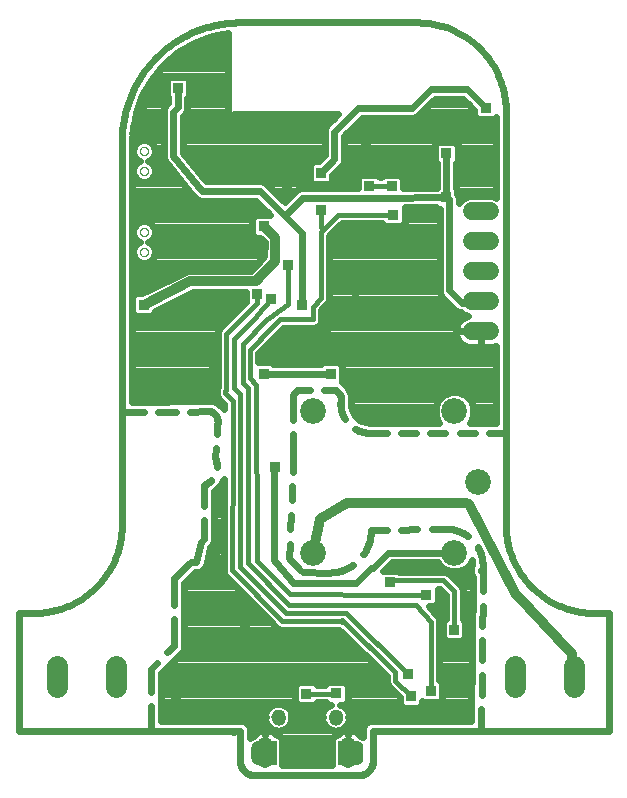
<source format=gbl>
G75*
%MOIN*%
%OFA0B0*%
%FSLAX25Y25*%
%IPPOS*%
%LPD*%
%AMOC8*
5,1,8,0,0,1.08239X$1,22.5*
%
%ADD10C,0.02400*%
%ADD11C,0.07050*%
%ADD12C,0.08600*%
%ADD13C,0.00000*%
%ADD14C,0.06000*%
%ADD15C,0.00000*%
%ADD16C,0.00001*%
%ADD17C,0.04559*%
%ADD18C,0.05248*%
%ADD19R,0.03562X0.03562*%
%ADD20C,0.01600*%
%ADD21C,0.03200*%
D10*
X0372094Y0046210D02*
X0372094Y0085580D01*
X0372127Y0085721D02*
X0376606Y0085721D01*
X0376626Y0085719D01*
X0376646Y0085715D01*
X0376665Y0085707D01*
X0376682Y0085696D01*
X0376697Y0085683D01*
X0376710Y0085668D01*
X0376721Y0085651D01*
X0376729Y0085632D01*
X0376733Y0085612D01*
X0376735Y0085592D01*
X0416134Y0066838D02*
X0416134Y0059313D01*
X0419534Y0058451D02*
X0464124Y0058451D01*
X0464124Y0056111D02*
X0465299Y0054935D01*
X0470524Y0054935D01*
X0471494Y0055905D01*
X0474524Y0055895D01*
X0475381Y0055038D01*
X0476170Y0055038D01*
X0476169Y0055038D01*
X0476059Y0055002D01*
X0475795Y0054868D01*
X0475658Y0054868D01*
X0475562Y0054771D01*
X0475434Y0054727D01*
X0475402Y0054661D01*
X0474915Y0054307D01*
X0474905Y0054305D01*
X0474899Y0054296D01*
X0474860Y0054267D01*
X0474362Y0053769D01*
X0473947Y0053198D01*
X0473627Y0052570D01*
X0473409Y0051899D01*
X0473299Y0051203D01*
X0473299Y0050851D01*
X0473647Y0050851D01*
X0473647Y0050851D01*
X0473647Y0050850D01*
X0473299Y0050850D01*
X0473299Y0050498D01*
X0473409Y0049802D01*
X0473627Y0049131D01*
X0473947Y0048503D01*
X0474362Y0047932D01*
X0474860Y0047434D01*
X0474899Y0047405D01*
X0474905Y0047396D01*
X0474915Y0047394D01*
X0475402Y0047040D01*
X0475434Y0046975D01*
X0475562Y0046930D01*
X0475658Y0046834D01*
X0475795Y0046834D01*
X0476059Y0046699D01*
X0476169Y0046663D01*
X0476267Y0046540D01*
X0476403Y0046525D01*
X0476518Y0046453D01*
X0476692Y0046492D01*
X0476697Y0046492D01*
X0476729Y0046481D01*
X0476871Y0046459D01*
X0476947Y0046383D01*
X0477076Y0046383D01*
X0477177Y0046302D01*
X0477312Y0046317D01*
X0477440Y0046272D01*
X0477601Y0046350D01*
X0477778Y0046370D01*
X0477956Y0046350D01*
X0478116Y0046272D01*
X0478245Y0046317D01*
X0478380Y0046302D01*
X0478481Y0046383D01*
X0478610Y0046383D01*
X0478686Y0046459D01*
X0478827Y0046481D01*
X0478859Y0046492D01*
X0478865Y0046492D01*
X0479039Y0046453D01*
X0479154Y0046525D01*
X0479289Y0046540D01*
X0479387Y0046663D01*
X0479498Y0046699D01*
X0479762Y0046834D01*
X0479898Y0046834D01*
X0479995Y0046930D01*
X0480123Y0046975D01*
X0480154Y0047040D01*
X0480642Y0047394D01*
X0480652Y0047396D01*
X0480657Y0047405D01*
X0480697Y0047434D01*
X0481195Y0047932D01*
X0481610Y0048503D01*
X0481930Y0049131D01*
X0482148Y0049802D01*
X0482258Y0050498D01*
X0482258Y0050850D01*
X0481910Y0050850D01*
X0481910Y0050851D01*
X0482258Y0050851D01*
X0482258Y0051203D01*
X0482148Y0051899D01*
X0481930Y0052570D01*
X0481610Y0053198D01*
X0481195Y0053769D01*
X0480697Y0054267D01*
X0480657Y0054296D01*
X0480652Y0054305D01*
X0480642Y0054307D01*
X0480154Y0054661D01*
X0480123Y0054727D01*
X0479995Y0054771D01*
X0479898Y0054868D01*
X0479762Y0054868D01*
X0479498Y0055002D01*
X0479387Y0055038D01*
X0480606Y0055038D01*
X0481781Y0056214D01*
X0481781Y0061439D01*
X0480606Y0062615D01*
X0475381Y0062615D01*
X0474277Y0061510D01*
X0471517Y0061519D01*
X0470524Y0062511D01*
X0465299Y0062511D01*
X0464124Y0061336D01*
X0464124Y0056111D01*
X0464182Y0056052D02*
X0419534Y0056052D01*
X0419534Y0053654D02*
X0455183Y0053654D01*
X0455267Y0053769D02*
X0454853Y0053198D01*
X0454533Y0052570D01*
X0454315Y0051899D01*
X0454204Y0051203D01*
X0454204Y0050851D01*
X0454553Y0050851D01*
X0454553Y0050851D01*
X0454553Y0050850D01*
X0454204Y0050850D01*
X0454204Y0050498D01*
X0454315Y0049802D01*
X0454533Y0049131D01*
X0454853Y0048503D01*
X0455267Y0047932D01*
X0455766Y0047434D01*
X0455805Y0047405D01*
X0455811Y0047396D01*
X0455820Y0047394D01*
X0456308Y0047040D01*
X0456339Y0046975D01*
X0456468Y0046930D01*
X0456564Y0046834D01*
X0456701Y0046834D01*
X0456964Y0046699D01*
X0457075Y0046663D01*
X0457173Y0046540D01*
X0457308Y0046525D01*
X0457423Y0046453D01*
X0457597Y0046492D01*
X0457603Y0046492D01*
X0457635Y0046481D01*
X0457776Y0046459D01*
X0457852Y0046383D01*
X0457981Y0046383D01*
X0458082Y0046302D01*
X0458217Y0046317D01*
X0458346Y0046272D01*
X0458507Y0046350D01*
X0458684Y0046370D01*
X0458861Y0046350D01*
X0459022Y0046272D01*
X0459150Y0046317D01*
X0459285Y0046302D01*
X0459386Y0046383D01*
X0459515Y0046383D01*
X0459592Y0046459D01*
X0459733Y0046481D01*
X0459765Y0046492D01*
X0459771Y0046492D01*
X0459945Y0046453D01*
X0460060Y0046525D01*
X0460195Y0046540D01*
X0460293Y0046663D01*
X0460403Y0046699D01*
X0460667Y0046834D01*
X0460804Y0046834D01*
X0460900Y0046930D01*
X0461028Y0046975D01*
X0461060Y0047040D01*
X0461547Y0047394D01*
X0461557Y0047396D01*
X0461563Y0047405D01*
X0461602Y0047434D01*
X0462101Y0047932D01*
X0462515Y0048503D01*
X0462835Y0049131D01*
X0463053Y0049802D01*
X0463163Y0050498D01*
X0463163Y0050850D01*
X0462815Y0050850D01*
X0462815Y0050851D01*
X0463163Y0050851D01*
X0463163Y0051203D01*
X0463053Y0051899D01*
X0462835Y0052570D01*
X0462515Y0053198D01*
X0462101Y0053769D01*
X0461602Y0054267D01*
X0461563Y0054296D01*
X0461557Y0054305D01*
X0461547Y0054307D01*
X0461060Y0054661D01*
X0461028Y0054727D01*
X0460900Y0054771D01*
X0460804Y0054868D01*
X0460667Y0054868D01*
X0460403Y0055002D01*
X0460293Y0055038D01*
X0460195Y0055161D01*
X0460060Y0055176D01*
X0459945Y0055248D01*
X0459771Y0055209D01*
X0459765Y0055209D01*
X0459733Y0055220D01*
X0459592Y0055242D01*
X0459515Y0055318D01*
X0459386Y0055318D01*
X0459285Y0055399D01*
X0459150Y0055384D01*
X0459022Y0055429D01*
X0458861Y0055351D01*
X0458684Y0055331D01*
X0458507Y0055351D01*
X0458346Y0055429D01*
X0458217Y0055384D01*
X0458082Y0055399D01*
X0457981Y0055318D01*
X0457852Y0055318D01*
X0457776Y0055242D01*
X0457635Y0055220D01*
X0457603Y0055209D01*
X0457597Y0055209D01*
X0457423Y0055248D01*
X0457308Y0055176D01*
X0457173Y0055161D01*
X0457075Y0055038D01*
X0456964Y0055002D01*
X0456701Y0054868D01*
X0456564Y0054868D01*
X0456468Y0054771D01*
X0456339Y0054727D01*
X0456308Y0054661D01*
X0455820Y0054307D01*
X0455811Y0054305D01*
X0455805Y0054296D01*
X0455766Y0054267D01*
X0455267Y0053769D01*
X0454213Y0051255D02*
X0419534Y0051255D01*
X0419534Y0049610D02*
X0419534Y0065429D01*
X0426816Y0072711D01*
X0427333Y0073961D01*
X0427333Y0095720D01*
X0430849Y0099235D01*
X0431003Y0099235D01*
X0431286Y0099170D01*
X0431673Y0099235D01*
X0432065Y0099235D01*
X0432333Y0099347D01*
X0432620Y0099395D01*
X0432952Y0099603D01*
X0433315Y0099753D01*
X0433520Y0099959D01*
X0433766Y0100113D01*
X0433994Y0100432D01*
X0434271Y0100710D01*
X0434382Y0100978D01*
X0434551Y0101215D01*
X0434638Y0101597D01*
X0434789Y0101959D01*
X0434789Y0102250D01*
X0435983Y0107444D01*
X0436242Y0107728D01*
X0436654Y0108130D01*
X0436695Y0108225D01*
X0436765Y0108302D01*
X0436961Y0108844D01*
X0437188Y0109373D01*
X0437189Y0109476D01*
X0437225Y0109574D01*
X0437198Y0110149D01*
X0437408Y0126330D01*
X0439153Y0127831D01*
X0440674Y0130335D01*
X0440464Y0099779D01*
X0440461Y0099245D01*
X0440461Y0099245D01*
X0440461Y0099245D01*
X0440661Y0098751D01*
X0440881Y0098210D01*
X0441222Y0097865D01*
X0457571Y0081286D01*
X0457575Y0081276D01*
X0457963Y0080888D01*
X0458348Y0080498D01*
X0458358Y0080494D01*
X0458365Y0080486D01*
X0458872Y0080276D01*
X0459377Y0080063D01*
X0459387Y0080063D01*
X0459397Y0080059D01*
X0459945Y0080059D01*
X0460494Y0080055D01*
X0460503Y0080059D01*
X0478803Y0080059D01*
X0478829Y0080042D01*
X0478990Y0080010D01*
X0494864Y0064634D01*
X0494864Y0062452D01*
X0495291Y0061421D01*
X0496081Y0060631D01*
X0499090Y0057622D01*
X0499090Y0055191D01*
X0500265Y0054015D01*
X0505490Y0054015D01*
X0506666Y0055191D01*
X0506666Y0056175D01*
X0506973Y0055869D01*
X0512197Y0055869D01*
X0513373Y0057045D01*
X0513373Y0062270D01*
X0512387Y0063256D01*
X0512358Y0082641D01*
X0512386Y0083116D01*
X0512358Y0083196D01*
X0512357Y0083282D01*
X0512175Y0083721D01*
X0512018Y0084170D01*
X0511961Y0084234D01*
X0511929Y0084313D01*
X0511592Y0084649D01*
X0508749Y0087838D01*
X0510627Y0087838D01*
X0511802Y0089014D01*
X0511802Y0093615D01*
X0512541Y0093615D01*
X0514480Y0091676D01*
X0514480Y0083651D01*
X0513499Y0082670D01*
X0513499Y0077445D01*
X0514675Y0076269D01*
X0519900Y0076269D01*
X0521075Y0077445D01*
X0521075Y0082670D01*
X0520094Y0083651D01*
X0520094Y0093397D01*
X0519667Y0094429D01*
X0516083Y0098012D01*
X0515294Y0098802D01*
X0514262Y0099229D01*
X0498814Y0099229D01*
X0498493Y0099550D01*
X0493637Y0099550D01*
X0496596Y0102509D01*
X0511906Y0102509D01*
X0512058Y0102144D01*
X0513832Y0100369D01*
X0516150Y0099409D01*
X0518659Y0099409D01*
X0520977Y0100369D01*
X0522751Y0102144D01*
X0523143Y0103089D01*
X0523385Y0101905D01*
X0523386Y0101622D01*
X0522970Y0100899D01*
X0522794Y0099558D01*
X0522969Y0098905D01*
X0523241Y0097894D01*
X0523454Y0097682D01*
X0522930Y0049610D01*
X0489528Y0049610D01*
X0488279Y0049092D01*
X0487322Y0048136D01*
X0486805Y0046886D01*
X0486805Y0044357D01*
X0486632Y0044357D01*
X0486497Y0044405D01*
X0486376Y0044481D01*
X0486256Y0044632D01*
X0486109Y0044648D01*
X0485985Y0044727D01*
X0485824Y0044690D01*
X0485739Y0044806D01*
X0485202Y0045343D01*
X0484588Y0045789D01*
X0483912Y0046134D01*
X0483189Y0046369D01*
X0482440Y0046488D01*
X0482060Y0046488D01*
X0482060Y0044787D01*
X0482060Y0044787D01*
X0482060Y0046488D01*
X0481680Y0046488D01*
X0480930Y0046369D01*
X0480208Y0046134D01*
X0479531Y0045789D01*
X0478917Y0045343D01*
X0478380Y0044806D01*
X0478366Y0044787D01*
X0477636Y0044787D01*
X0476460Y0043611D01*
X0476460Y0034846D01*
X0460002Y0034846D01*
X0460002Y0043611D01*
X0458826Y0044787D01*
X0458096Y0044787D01*
X0458082Y0044806D01*
X0457545Y0045343D01*
X0456931Y0045789D01*
X0456254Y0046134D01*
X0455532Y0046369D01*
X0454782Y0046488D01*
X0454402Y0046488D01*
X0454023Y0046488D01*
X0453273Y0046369D01*
X0452551Y0046134D01*
X0451874Y0045789D01*
X0451260Y0045343D01*
X0450723Y0044806D01*
X0450638Y0044690D01*
X0450478Y0044727D01*
X0450353Y0044648D01*
X0450207Y0044632D01*
X0450086Y0044481D01*
X0449965Y0044405D01*
X0449830Y0044357D01*
X0449637Y0044357D01*
X0449533Y0044253D01*
X0449394Y0044205D01*
X0449313Y0044038D01*
X0449313Y0046886D01*
X0448796Y0048136D01*
X0447839Y0049092D01*
X0446590Y0049610D01*
X0419534Y0049610D01*
X0416363Y0046759D02*
X0416134Y0046988D01*
X0416134Y0054513D01*
X0419534Y0060849D02*
X0464124Y0060849D01*
X0462184Y0053654D02*
X0474278Y0053654D01*
X0473307Y0051255D02*
X0463155Y0051255D01*
X0462815Y0050851D02*
X0462815Y0050851D01*
X0462695Y0048857D02*
X0473767Y0048857D01*
X0476509Y0046458D02*
X0459953Y0046458D01*
X0459920Y0046458D02*
X0459591Y0046458D01*
X0457777Y0046458D02*
X0457447Y0046458D01*
X0457414Y0046458D02*
X0454967Y0046458D01*
X0454402Y0046458D02*
X0454402Y0046458D01*
X0454402Y0046488D02*
X0454402Y0044787D01*
X0454402Y0044787D01*
X0454402Y0046488D01*
X0453837Y0046458D02*
X0449313Y0046458D01*
X0449313Y0044060D02*
X0449324Y0044060D01*
X0445913Y0046210D02*
X0372094Y0046210D01*
X0416134Y0066838D02*
X0418337Y0069040D01*
X0419751Y0065646D02*
X0493819Y0065646D01*
X0494864Y0063248D02*
X0419534Y0063248D01*
X0422150Y0068045D02*
X0491343Y0068045D01*
X0488867Y0070443D02*
X0424548Y0070443D01*
X0426870Y0072842D02*
X0486391Y0072842D01*
X0483914Y0075240D02*
X0427333Y0075240D01*
X0427333Y0077639D02*
X0481438Y0077639D01*
X0478853Y0080037D02*
X0427333Y0080037D01*
X0427333Y0082436D02*
X0456437Y0082436D01*
X0454072Y0084834D02*
X0427333Y0084834D01*
X0427333Y0087233D02*
X0451706Y0087233D01*
X0449341Y0089631D02*
X0427333Y0089631D01*
X0427333Y0092030D02*
X0446976Y0092030D01*
X0444610Y0094428D02*
X0427333Y0094428D01*
X0428441Y0096827D02*
X0442245Y0096827D01*
X0440881Y0098210D02*
X0440881Y0098210D01*
X0440881Y0098210D01*
X0440469Y0099225D02*
X0431613Y0099225D01*
X0431047Y0099225D02*
X0430839Y0099225D01*
X0431389Y0102635D02*
X0429441Y0102635D01*
X0423933Y0097128D01*
X0423933Y0088282D01*
X0423933Y0083482D02*
X0423933Y0074637D01*
X0421731Y0072434D01*
X0448075Y0048857D02*
X0454672Y0048857D01*
X0445913Y0046210D02*
X0445913Y0036367D01*
X0445914Y0036367D02*
X0445916Y0036229D01*
X0445922Y0036091D01*
X0445931Y0035953D01*
X0445945Y0035816D01*
X0445962Y0035679D01*
X0445984Y0035543D01*
X0446009Y0035407D01*
X0446037Y0035272D01*
X0446070Y0035138D01*
X0446106Y0035005D01*
X0446146Y0034873D01*
X0446190Y0034742D01*
X0446238Y0034612D01*
X0446289Y0034484D01*
X0446343Y0034357D01*
X0446401Y0034232D01*
X0446463Y0034108D01*
X0446528Y0033987D01*
X0446596Y0033867D01*
X0446668Y0033749D01*
X0446743Y0033633D01*
X0446822Y0033519D01*
X0446903Y0033408D01*
X0446988Y0033299D01*
X0447075Y0033192D01*
X0447166Y0033088D01*
X0447259Y0032986D01*
X0447355Y0032887D01*
X0447454Y0032791D01*
X0447556Y0032698D01*
X0447660Y0032607D01*
X0447767Y0032520D01*
X0447876Y0032435D01*
X0447987Y0032354D01*
X0448101Y0032275D01*
X0448217Y0032200D01*
X0448335Y0032128D01*
X0448455Y0032060D01*
X0448576Y0031995D01*
X0448700Y0031933D01*
X0448825Y0031875D01*
X0448952Y0031821D01*
X0449080Y0031770D01*
X0449210Y0031722D01*
X0449341Y0031678D01*
X0449473Y0031638D01*
X0449606Y0031602D01*
X0449740Y0031569D01*
X0449875Y0031541D01*
X0450011Y0031516D01*
X0450147Y0031494D01*
X0450284Y0031477D01*
X0450421Y0031463D01*
X0450559Y0031454D01*
X0450697Y0031448D01*
X0450835Y0031446D01*
X0485283Y0031446D01*
X0485421Y0031448D01*
X0485559Y0031454D01*
X0485697Y0031463D01*
X0485834Y0031477D01*
X0485971Y0031494D01*
X0486107Y0031516D01*
X0486243Y0031541D01*
X0486378Y0031569D01*
X0486512Y0031602D01*
X0486645Y0031638D01*
X0486777Y0031678D01*
X0486908Y0031722D01*
X0487038Y0031770D01*
X0487166Y0031821D01*
X0487293Y0031875D01*
X0487418Y0031933D01*
X0487542Y0031995D01*
X0487663Y0032060D01*
X0487783Y0032128D01*
X0487901Y0032200D01*
X0488017Y0032275D01*
X0488131Y0032354D01*
X0488242Y0032435D01*
X0488351Y0032520D01*
X0488458Y0032607D01*
X0488562Y0032698D01*
X0488664Y0032791D01*
X0488763Y0032887D01*
X0488859Y0032986D01*
X0488952Y0033088D01*
X0489043Y0033192D01*
X0489130Y0033299D01*
X0489215Y0033408D01*
X0489296Y0033519D01*
X0489375Y0033633D01*
X0489450Y0033749D01*
X0489522Y0033867D01*
X0489590Y0033987D01*
X0489655Y0034108D01*
X0489717Y0034232D01*
X0489775Y0034357D01*
X0489829Y0034484D01*
X0489880Y0034612D01*
X0489928Y0034742D01*
X0489972Y0034873D01*
X0490012Y0035005D01*
X0490048Y0035138D01*
X0490081Y0035272D01*
X0490109Y0035407D01*
X0490134Y0035543D01*
X0490156Y0035679D01*
X0490173Y0035816D01*
X0490187Y0035953D01*
X0490196Y0036091D01*
X0490202Y0036229D01*
X0490204Y0036367D01*
X0490205Y0036367D02*
X0490205Y0046210D01*
X0568945Y0046210D01*
X0568945Y0085580D01*
X0568819Y0085696D02*
X0563694Y0085696D01*
X0563679Y0085695D01*
X0563664Y0085690D01*
X0563651Y0085683D01*
X0563639Y0085673D01*
X0563629Y0085661D01*
X0563622Y0085648D01*
X0563617Y0085633D01*
X0563616Y0085618D01*
X0526748Y0087961D02*
X0526675Y0081291D01*
X0523288Y0082436D02*
X0521075Y0082436D01*
X0521075Y0080037D02*
X0523261Y0080037D01*
X0523235Y0077639D02*
X0521075Y0077639D01*
X0523209Y0075240D02*
X0512369Y0075240D01*
X0512373Y0072842D02*
X0523183Y0072842D01*
X0523157Y0070443D02*
X0512376Y0070443D01*
X0512380Y0068045D02*
X0523131Y0068045D01*
X0523105Y0065646D02*
X0512383Y0065646D01*
X0512395Y0063248D02*
X0523079Y0063248D01*
X0523052Y0060849D02*
X0513373Y0060849D01*
X0513373Y0058451D02*
X0523026Y0058451D01*
X0523000Y0056052D02*
X0512381Y0056052D01*
X0506789Y0056052D02*
X0506666Y0056052D01*
X0499090Y0056052D02*
X0481620Y0056052D01*
X0481781Y0058451D02*
X0498261Y0058451D01*
X0495862Y0060849D02*
X0481781Y0060849D01*
X0479387Y0055038D02*
X0479387Y0055038D01*
X0481279Y0053654D02*
X0522974Y0053654D01*
X0522948Y0051255D02*
X0482250Y0051255D01*
X0481910Y0050851D02*
X0481910Y0050851D01*
X0481790Y0048857D02*
X0488043Y0048857D01*
X0486805Y0046458D02*
X0482625Y0046458D01*
X0482060Y0046458D02*
X0482060Y0046458D01*
X0481495Y0046458D02*
X0479048Y0046458D01*
X0479015Y0046458D02*
X0478685Y0046458D01*
X0476871Y0046458D02*
X0476542Y0046458D01*
X0476909Y0044060D02*
X0459554Y0044060D01*
X0460002Y0041661D02*
X0476460Y0041661D01*
X0476460Y0039263D02*
X0460002Y0039263D01*
X0460002Y0036864D02*
X0476460Y0036864D01*
X0443805Y0045767D02*
X0443803Y0045799D01*
X0443798Y0045831D01*
X0443789Y0045861D01*
X0443777Y0045891D01*
X0443761Y0045919D01*
X0443743Y0045945D01*
X0443721Y0045969D01*
X0443697Y0045991D01*
X0443671Y0046009D01*
X0443643Y0046025D01*
X0443613Y0046037D01*
X0443583Y0046046D01*
X0443551Y0046051D01*
X0443519Y0046053D01*
X0512366Y0077639D02*
X0513499Y0077639D01*
X0513499Y0080037D02*
X0512362Y0080037D01*
X0512359Y0082436D02*
X0513499Y0082436D01*
X0514480Y0084834D02*
X0511426Y0084834D01*
X0509288Y0087233D02*
X0514480Y0087233D01*
X0514480Y0089631D02*
X0511802Y0089631D01*
X0511802Y0092030D02*
X0514126Y0092030D01*
X0517269Y0096827D02*
X0523444Y0096827D01*
X0523241Y0097894D02*
X0523241Y0097894D01*
X0522883Y0099225D02*
X0514272Y0099225D01*
X0526784Y0100523D02*
X0526799Y0100816D01*
X0526806Y0101110D01*
X0526806Y0101403D01*
X0526800Y0101697D01*
X0526786Y0101990D01*
X0526766Y0102283D01*
X0526738Y0102575D01*
X0526704Y0102866D01*
X0526663Y0103157D01*
X0526614Y0103446D01*
X0526560Y0103735D01*
X0526498Y0104022D01*
X0526429Y0104307D01*
X0526354Y0104591D01*
X0526272Y0104873D01*
X0526183Y0105153D01*
X0526088Y0105430D01*
X0525986Y0105705D01*
X0525878Y0105978D01*
X0525764Y0106249D01*
X0525643Y0106516D01*
X0525515Y0106780D01*
X0525382Y0107042D01*
X0525242Y0107300D01*
X0525096Y0107555D01*
X0517405Y0105716D02*
X0495268Y0105716D01*
X0490204Y0100653D01*
X0489680Y0100653D01*
X0484474Y0095446D01*
X0481433Y0095446D01*
X0481418Y0095432D01*
X0463436Y0095447D01*
X0462708Y0096863D01*
X0457403Y0103328D01*
X0457403Y0133903D01*
X0457623Y0134123D01*
X0463498Y0132735D02*
X0463700Y0137552D01*
X0463630Y0137745D02*
X0463630Y0145188D01*
X0463630Y0149988D02*
X0463630Y0157430D01*
X0463629Y0157430D02*
X0463623Y0157526D01*
X0463621Y0157621D01*
X0463623Y0157717D01*
X0463628Y0157812D01*
X0463638Y0157907D01*
X0463651Y0158001D01*
X0463668Y0158095D01*
X0463688Y0158189D01*
X0463713Y0158281D01*
X0463741Y0158372D01*
X0463773Y0158462D01*
X0463808Y0158551D01*
X0463847Y0158638D01*
X0463890Y0158723D01*
X0463936Y0158807D01*
X0463985Y0158889D01*
X0464037Y0158968D01*
X0464093Y0159046D01*
X0464151Y0159121D01*
X0464213Y0159194D01*
X0464278Y0159265D01*
X0464345Y0159332D01*
X0464415Y0159397D01*
X0464488Y0159459D01*
X0464563Y0159518D01*
X0464640Y0159574D01*
X0464719Y0159627D01*
X0464801Y0159677D01*
X0464884Y0159723D01*
X0464970Y0159766D01*
X0465057Y0159805D01*
X0465145Y0159841D01*
X0465235Y0159873D01*
X0465326Y0159902D01*
X0465418Y0159927D01*
X0465511Y0159948D01*
X0465605Y0159965D01*
X0465700Y0159979D01*
X0465794Y0159989D01*
X0465795Y0159988D02*
X0469104Y0160011D01*
X0473904Y0160044D02*
X0477213Y0160067D01*
X0477323Y0160025D01*
X0477432Y0159980D01*
X0477539Y0159931D01*
X0477644Y0159879D01*
X0477748Y0159823D01*
X0477850Y0159764D01*
X0477950Y0159701D01*
X0478047Y0159636D01*
X0478143Y0159567D01*
X0478236Y0159495D01*
X0478327Y0159420D01*
X0478415Y0159342D01*
X0478501Y0159262D01*
X0478584Y0159178D01*
X0478665Y0159092D01*
X0478742Y0159003D01*
X0478816Y0158912D01*
X0478888Y0158819D01*
X0478956Y0158723D01*
X0479021Y0158625D01*
X0479083Y0158525D01*
X0479142Y0158422D01*
X0479197Y0158319D01*
X0479249Y0158213D01*
X0479297Y0158105D01*
X0479342Y0157997D01*
X0479383Y0157886D01*
X0479421Y0157775D01*
X0479455Y0157662D01*
X0479485Y0157548D01*
X0479512Y0157433D01*
X0479534Y0157318D01*
X0479553Y0157202D01*
X0479568Y0157085D01*
X0479580Y0156968D01*
X0479587Y0156850D01*
X0479591Y0156733D01*
X0479590Y0156615D01*
X0479586Y0156497D01*
X0479578Y0156380D01*
X0479566Y0156262D01*
X0479551Y0156146D01*
X0479531Y0156030D01*
X0479508Y0155914D01*
X0479481Y0155800D01*
X0479450Y0155686D01*
X0479416Y0155573D01*
X0479378Y0155462D01*
X0482816Y0154974D02*
X0483049Y0155618D01*
X0482918Y0158399D01*
X0482918Y0158399D01*
X0481734Y0160919D01*
X0479907Y0162583D01*
X0480045Y0162721D01*
X0480045Y0167946D01*
X0478869Y0169122D01*
X0473644Y0169122D01*
X0473059Y0168536D01*
X0456977Y0168515D01*
X0456400Y0169092D01*
X0452070Y0169092D01*
X0452052Y0172094D01*
X0458277Y0178549D01*
X0460332Y0180604D01*
X0470200Y0180604D01*
X0470754Y0180602D01*
X0470758Y0180604D01*
X0470762Y0180604D01*
X0471273Y0180816D01*
X0471787Y0181027D01*
X0471790Y0181029D01*
X0471793Y0181031D01*
X0472185Y0181422D01*
X0472579Y0181814D01*
X0472580Y0181818D01*
X0472583Y0181821D01*
X0472795Y0182333D01*
X0473009Y0182845D01*
X0473009Y0182849D01*
X0473010Y0182852D01*
X0473010Y0183408D01*
X0473019Y0186559D01*
X0474910Y0188840D01*
X0475212Y0189142D01*
X0475264Y0189267D01*
X0475350Y0189371D01*
X0475476Y0189779D01*
X0475640Y0190174D01*
X0475640Y0190309D01*
X0475680Y0190438D01*
X0475640Y0190863D01*
X0475640Y0211391D01*
X0476013Y0211764D01*
X0479744Y0215496D01*
X0486018Y0215496D01*
X0493395Y0215476D01*
X0494386Y0214485D01*
X0499611Y0214485D01*
X0500787Y0215661D01*
X0500787Y0220776D01*
X0511376Y0220862D01*
X0511931Y0220307D01*
X0512453Y0220307D01*
X0512453Y0192458D01*
X0512942Y0191280D01*
X0513844Y0190378D01*
X0517162Y0187059D01*
X0517220Y0186946D01*
X0517611Y0186611D01*
X0517975Y0186247D01*
X0518092Y0186198D01*
X0518188Y0186116D01*
X0518678Y0185955D01*
X0519154Y0185758D01*
X0519280Y0185758D01*
X0519401Y0185719D01*
X0519717Y0185743D01*
X0520256Y0185204D01*
X0521897Y0184524D01*
X0521875Y0184521D01*
X0521097Y0184268D01*
X0520367Y0183896D01*
X0519705Y0183415D01*
X0519126Y0182836D01*
X0518645Y0182174D01*
X0518274Y0181445D01*
X0518021Y0180666D01*
X0517893Y0179858D01*
X0517893Y0179449D01*
X0526093Y0179449D01*
X0526093Y0174249D01*
X0529502Y0174249D01*
X0530310Y0174377D01*
X0531089Y0174630D01*
X0531096Y0174633D01*
X0531096Y0149073D01*
X0522437Y0149073D01*
X0522751Y0149388D01*
X0523712Y0151706D01*
X0523712Y0154215D01*
X0522751Y0156533D01*
X0520977Y0158307D01*
X0518659Y0159267D01*
X0516150Y0159267D01*
X0513832Y0158307D01*
X0512058Y0156533D01*
X0511098Y0154215D01*
X0511098Y0151706D01*
X0512058Y0149388D01*
X0512373Y0149073D01*
X0489106Y0149073D01*
X0489015Y0149035D01*
X0488213Y0149098D01*
X0486296Y0149721D01*
X0484665Y0150906D01*
X0483480Y0152537D01*
X0482857Y0154454D01*
X0482816Y0154974D01*
X0482878Y0154391D02*
X0511171Y0154391D01*
X0511098Y0151993D02*
X0483875Y0151993D01*
X0486687Y0149594D02*
X0511972Y0149594D01*
X0514356Y0145673D02*
X0509365Y0145673D01*
X0504565Y0145673D02*
X0499573Y0145673D01*
X0494773Y0145673D02*
X0489782Y0145673D01*
X0489220Y0145619D02*
X0488988Y0145622D01*
X0488757Y0145630D01*
X0488525Y0145644D01*
X0488294Y0145663D01*
X0488064Y0145687D01*
X0487834Y0145717D01*
X0487605Y0145752D01*
X0487377Y0145793D01*
X0487150Y0145839D01*
X0486924Y0145891D01*
X0486699Y0145947D01*
X0486476Y0146009D01*
X0486254Y0146077D01*
X0486034Y0146149D01*
X0485815Y0146227D01*
X0485599Y0146309D01*
X0485384Y0146397D01*
X0485172Y0146490D01*
X0484962Y0146588D01*
X0484754Y0146690D01*
X0484549Y0146798D01*
X0484346Y0146910D01*
X0484146Y0147027D01*
X0483049Y0155618D02*
X0483049Y0155618D01*
X0482994Y0156790D02*
X0512314Y0156790D01*
X0515959Y0159188D02*
X0482548Y0159188D01*
X0481734Y0160919D02*
X0481734Y0160919D01*
X0481000Y0161587D02*
X0531096Y0161587D01*
X0531096Y0163985D02*
X0480045Y0163985D01*
X0480045Y0166384D02*
X0531096Y0166384D01*
X0531096Y0168782D02*
X0479209Y0168782D01*
X0476257Y0165333D02*
X0453787Y0165304D01*
X0456710Y0168782D02*
X0473305Y0168782D01*
X0467107Y0179179D02*
X0459806Y0171878D01*
X0455798Y0175978D02*
X0519210Y0175978D01*
X0519126Y0176061D02*
X0519705Y0175482D01*
X0520367Y0175001D01*
X0521097Y0174630D01*
X0521875Y0174377D01*
X0522683Y0174249D01*
X0526093Y0174249D01*
X0526093Y0179449D01*
X0526093Y0179449D01*
X0526093Y0179449D01*
X0517893Y0179449D01*
X0517893Y0179039D01*
X0518021Y0178231D01*
X0518274Y0177453D01*
X0518645Y0176723D01*
X0519126Y0176061D01*
X0517998Y0178376D02*
X0458111Y0178376D01*
X0453484Y0173579D02*
X0531096Y0173579D01*
X0531096Y0171181D02*
X0452058Y0171181D01*
X0438560Y0171181D02*
X0409943Y0171181D01*
X0409943Y0173579D02*
X0438560Y0173579D01*
X0438560Y0175978D02*
X0409943Y0175978D01*
X0409943Y0178376D02*
X0438560Y0178376D01*
X0438560Y0179211D02*
X0438560Y0161072D01*
X0438178Y0160150D01*
X0438178Y0158267D01*
X0438605Y0157235D01*
X0439395Y0156446D01*
X0440662Y0155178D01*
X0440662Y0153496D01*
X0440504Y0153816D01*
X0440504Y0153816D01*
X0438368Y0155684D01*
X0437024Y0156138D01*
X0436383Y0156354D01*
X0435034Y0156264D01*
X0434826Y0156161D01*
X0409943Y0155971D01*
X0409943Y0243060D01*
X0410080Y0246195D01*
X0411169Y0252370D01*
X0413313Y0258262D01*
X0416448Y0263692D01*
X0420479Y0268495D01*
X0425282Y0272525D01*
X0430712Y0275660D01*
X0436604Y0277805D01*
X0441976Y0278752D01*
X0441976Y0249950D01*
X0443945Y0249950D01*
X0443945Y0251918D01*
X0478718Y0251918D01*
X0475553Y0248754D01*
X0474651Y0247852D01*
X0474163Y0246673D01*
X0474163Y0238081D01*
X0472169Y0236088D01*
X0470304Y0236088D01*
X0469128Y0234912D01*
X0469128Y0229687D01*
X0470304Y0228511D01*
X0475529Y0228511D01*
X0476705Y0229687D01*
X0476705Y0231552D01*
X0480089Y0234936D01*
X0480577Y0236115D01*
X0480577Y0244707D01*
X0486589Y0250719D01*
X0503893Y0250719D01*
X0505071Y0251208D01*
X0505974Y0252110D01*
X0510892Y0257028D01*
X0520302Y0257028D01*
X0524018Y0253313D01*
X0524018Y0251448D01*
X0525193Y0250272D01*
X0530418Y0250272D01*
X0531096Y0250950D01*
X0531096Y0224038D01*
X0530089Y0224456D01*
X0522097Y0224456D01*
X0520256Y0223693D01*
X0518868Y0222305D01*
X0518868Y0223282D01*
X0518920Y0223728D01*
X0518868Y0223915D01*
X0518868Y0224108D01*
X0518696Y0224524D01*
X0518573Y0224956D01*
X0518453Y0225108D01*
X0518379Y0225287D01*
X0518332Y0225334D01*
X0518332Y0226707D01*
X0517870Y0227169D01*
X0517870Y0235725D01*
X0518451Y0236306D01*
X0518451Y0241531D01*
X0517276Y0242706D01*
X0512051Y0242706D01*
X0510875Y0241531D01*
X0510875Y0236306D01*
X0511456Y0235725D01*
X0511456Y0227408D01*
X0511324Y0227276D01*
X0500212Y0227185D01*
X0500212Y0230556D01*
X0499036Y0231732D01*
X0493811Y0231732D01*
X0492837Y0230758D01*
X0492432Y0230759D01*
X0491598Y0231593D01*
X0486373Y0231593D01*
X0485198Y0230417D01*
X0485198Y0227120D01*
X0465967Y0227120D01*
X0464788Y0226632D01*
X0460755Y0222599D01*
X0454388Y0228966D01*
X0453210Y0229455D01*
X0439443Y0229455D01*
X0439077Y0229606D01*
X0437801Y0229606D01*
X0437435Y0229455D01*
X0434674Y0229455D01*
X0426928Y0239064D01*
X0426928Y0251275D01*
X0427921Y0252268D01*
X0428409Y0253446D01*
X0428409Y0257353D01*
X0428990Y0257934D01*
X0428990Y0263159D01*
X0427814Y0264334D01*
X0422589Y0264334D01*
X0421414Y0263159D01*
X0421414Y0257934D01*
X0421995Y0257353D01*
X0421995Y0255413D01*
X0421002Y0254420D01*
X0420513Y0253241D01*
X0420513Y0238104D01*
X0420464Y0237640D01*
X0420513Y0237471D01*
X0420513Y0237294D01*
X0420692Y0236863D01*
X0420823Y0236416D01*
X0420934Y0236279D01*
X0421002Y0236115D01*
X0421331Y0235786D01*
X0430353Y0224594D01*
X0430421Y0224431D01*
X0430750Y0224101D01*
X0431043Y0223738D01*
X0431198Y0223653D01*
X0431323Y0223529D01*
X0431754Y0223350D01*
X0432163Y0223127D01*
X0432339Y0223108D01*
X0432502Y0223040D01*
X0432968Y0223040D01*
X0433432Y0222991D01*
X0433601Y0223040D01*
X0451243Y0223040D01*
X0455979Y0218305D01*
X0451175Y0218305D01*
X0449999Y0217129D01*
X0449999Y0211904D01*
X0451175Y0210729D01*
X0452474Y0210729D01*
X0454096Y0209107D01*
X0454027Y0204431D01*
X0449596Y0199703D01*
X0429985Y0199703D01*
X0429865Y0199744D01*
X0429272Y0199703D01*
X0428677Y0199703D01*
X0428560Y0199654D01*
X0428433Y0199646D01*
X0427901Y0199381D01*
X0427351Y0199154D01*
X0427261Y0199064D01*
X0413346Y0192155D01*
X0411215Y0192155D01*
X0410039Y0190979D01*
X0410039Y0185754D01*
X0411215Y0184579D01*
X0416440Y0184579D01*
X0417616Y0185754D01*
X0417616Y0186220D01*
X0430241Y0192489D01*
X0447771Y0192489D01*
X0447771Y0189265D01*
X0447890Y0189146D01*
X0438987Y0180243D01*
X0438560Y0179211D01*
X0439519Y0180775D02*
X0409943Y0180775D01*
X0409943Y0183173D02*
X0441917Y0183173D01*
X0444316Y0185572D02*
X0417433Y0185572D01*
X0421140Y0187970D02*
X0446714Y0187970D01*
X0447771Y0190369D02*
X0425971Y0190369D01*
X0419410Y0195166D02*
X0409943Y0195166D01*
X0409943Y0197564D02*
X0424241Y0197564D01*
X0416937Y0203838D02*
X0415931Y0202832D01*
X0414616Y0202287D01*
X0413192Y0202287D01*
X0411877Y0202832D01*
X0410871Y0203838D01*
X0410326Y0205153D01*
X0410326Y0206577D01*
X0410871Y0207892D01*
X0411877Y0208898D01*
X0412633Y0209212D01*
X0411877Y0209525D01*
X0410871Y0210531D01*
X0410326Y0211846D01*
X0410326Y0213270D01*
X0410871Y0214585D01*
X0411877Y0215591D01*
X0413192Y0216136D01*
X0414616Y0216136D01*
X0415931Y0215591D01*
X0416937Y0214585D01*
X0417482Y0213270D01*
X0417482Y0211846D01*
X0416937Y0210531D01*
X0415931Y0209525D01*
X0415174Y0209212D01*
X0415931Y0208898D01*
X0416937Y0207892D01*
X0417482Y0206577D01*
X0417482Y0205153D01*
X0416937Y0203838D01*
X0417319Y0204760D02*
X0454032Y0204760D01*
X0454067Y0207158D02*
X0417241Y0207158D01*
X0415963Y0209557D02*
X0453646Y0209557D01*
X0449999Y0211955D02*
X0417482Y0211955D01*
X0417033Y0214354D02*
X0449999Y0214354D01*
X0449999Y0216752D02*
X0409943Y0216752D01*
X0409943Y0214354D02*
X0410775Y0214354D01*
X0410326Y0211955D02*
X0409943Y0211955D01*
X0409943Y0209557D02*
X0411845Y0209557D01*
X0410567Y0207158D02*
X0409943Y0207158D01*
X0409943Y0204760D02*
X0410489Y0204760D01*
X0409943Y0202361D02*
X0413013Y0202361D01*
X0414795Y0202361D02*
X0452088Y0202361D01*
X0449839Y0199963D02*
X0409943Y0199963D01*
X0409943Y0192767D02*
X0414580Y0192767D01*
X0410039Y0190369D02*
X0409943Y0190369D01*
X0409943Y0187970D02*
X0410039Y0187970D01*
X0409943Y0185572D02*
X0410222Y0185572D01*
X0409943Y0168782D02*
X0438560Y0168782D01*
X0438560Y0166384D02*
X0409943Y0166384D01*
X0409943Y0163985D02*
X0438560Y0163985D01*
X0438560Y0161587D02*
X0409943Y0161587D01*
X0409943Y0159188D02*
X0438178Y0159188D01*
X0439051Y0156790D02*
X0409943Y0156790D01*
X0407943Y0152556D02*
X0413787Y0152601D01*
X0418587Y0152637D02*
X0424432Y0152682D01*
X0429231Y0152718D02*
X0435076Y0152763D01*
X0435935Y0152917D02*
X0436048Y0152877D01*
X0436159Y0152833D01*
X0436269Y0152786D01*
X0436378Y0152735D01*
X0436484Y0152681D01*
X0436589Y0152623D01*
X0436692Y0152562D01*
X0436793Y0152498D01*
X0436892Y0152431D01*
X0436989Y0152360D01*
X0437083Y0152287D01*
X0437175Y0152210D01*
X0437264Y0152131D01*
X0437351Y0152048D01*
X0437435Y0151963D01*
X0437517Y0151876D01*
X0437595Y0151785D01*
X0437671Y0151693D01*
X0437743Y0151598D01*
X0437813Y0151500D01*
X0437879Y0151401D01*
X0437942Y0151299D01*
X0438002Y0151195D01*
X0438059Y0151090D01*
X0438112Y0150983D01*
X0438161Y0150874D01*
X0438208Y0150763D01*
X0438250Y0150652D01*
X0438289Y0150539D01*
X0438324Y0150424D01*
X0438356Y0150309D01*
X0438384Y0150192D01*
X0438408Y0150075D01*
X0438428Y0149957D01*
X0438445Y0149839D01*
X0438458Y0149720D01*
X0438467Y0149601D01*
X0438472Y0149481D01*
X0438473Y0149362D01*
X0438470Y0149242D01*
X0438464Y0149122D01*
X0438454Y0149003D01*
X0438440Y0148884D01*
X0438422Y0148766D01*
X0438400Y0148649D01*
X0438375Y0148532D01*
X0438346Y0148416D01*
X0438313Y0148301D01*
X0438277Y0148187D01*
X0438087Y0145206D01*
X0437780Y0140416D02*
X0437590Y0137435D01*
X0437652Y0137281D01*
X0437711Y0137125D01*
X0437767Y0136967D01*
X0437818Y0136809D01*
X0437866Y0136649D01*
X0437910Y0136488D01*
X0437950Y0136327D01*
X0437987Y0136164D01*
X0438019Y0136000D01*
X0438048Y0135836D01*
X0438073Y0135671D01*
X0438094Y0135506D01*
X0438111Y0135340D01*
X0438124Y0135174D01*
X0438133Y0135007D01*
X0438139Y0134841D01*
X0438140Y0134674D01*
X0438137Y0134507D01*
X0438131Y0134341D01*
X0436345Y0129983D02*
X0436233Y0129860D01*
X0436117Y0129740D01*
X0436000Y0129622D01*
X0435879Y0129507D01*
X0435755Y0129395D01*
X0435629Y0129286D01*
X0435501Y0129179D01*
X0435370Y0129076D01*
X0435237Y0128976D01*
X0435101Y0128879D01*
X0434963Y0128786D01*
X0434823Y0128695D01*
X0434681Y0128608D01*
X0434536Y0128525D01*
X0434390Y0128444D01*
X0434242Y0128367D01*
X0434093Y0128294D01*
X0433941Y0128224D01*
X0433788Y0128158D01*
X0434027Y0127763D02*
X0433943Y0121328D01*
X0437337Y0120812D02*
X0440609Y0120812D01*
X0440592Y0118414D02*
X0437305Y0118414D01*
X0437274Y0116015D02*
X0440576Y0116015D01*
X0440559Y0113616D02*
X0437243Y0113616D01*
X0437212Y0111218D02*
X0440543Y0111218D01*
X0440526Y0108819D02*
X0436952Y0108819D01*
X0435748Y0106421D02*
X0440510Y0106421D01*
X0440494Y0104022D02*
X0435196Y0104022D01*
X0434650Y0101624D02*
X0440477Y0101624D01*
X0431389Y0102635D02*
X0432869Y0109076D01*
X0433797Y0110093D01*
X0433881Y0116528D01*
X0437368Y0123211D02*
X0440625Y0123211D01*
X0440642Y0125609D02*
X0437399Y0125609D01*
X0439260Y0128008D02*
X0440658Y0128008D01*
X0463297Y0127940D02*
X0463096Y0123123D01*
X0462895Y0118327D02*
X0462693Y0113510D01*
X0462492Y0108714D02*
X0462290Y0103898D01*
X0465815Y0100039D01*
X0466899Y0099291D02*
X0475731Y0099056D01*
X0495711Y0101624D02*
X0512577Y0101624D01*
X0515155Y0113646D02*
X0515448Y0113625D01*
X0515740Y0113597D01*
X0516031Y0113562D01*
X0516322Y0113520D01*
X0516611Y0113472D01*
X0516900Y0113416D01*
X0517186Y0113354D01*
X0517472Y0113285D01*
X0517755Y0113209D01*
X0518037Y0113126D01*
X0518317Y0113037D01*
X0518594Y0112941D01*
X0518869Y0112839D01*
X0519142Y0112730D01*
X0519412Y0112615D01*
X0519679Y0112493D01*
X0519943Y0112365D01*
X0520204Y0112231D01*
X0520462Y0112091D01*
X0520716Y0111944D01*
X0520967Y0111792D01*
X0521214Y0111634D01*
X0521458Y0111470D01*
X0521697Y0111300D01*
X0521933Y0111125D01*
X0515155Y0113647D02*
X0509793Y0113530D01*
X0504994Y0113426D02*
X0499632Y0113309D01*
X0494833Y0113205D02*
X0489471Y0113088D01*
X0483689Y0101665D02*
X0483410Y0101470D01*
X0483127Y0101281D01*
X0482839Y0101100D01*
X0482546Y0100926D01*
X0482250Y0100759D01*
X0481949Y0100599D01*
X0481645Y0100447D01*
X0481337Y0100302D01*
X0481026Y0100165D01*
X0480711Y0100036D01*
X0480393Y0099914D01*
X0480073Y0099800D01*
X0479749Y0099694D01*
X0479423Y0099596D01*
X0479095Y0099506D01*
X0478765Y0099424D01*
X0478433Y0099350D01*
X0478099Y0099284D01*
X0477764Y0099227D01*
X0477427Y0099178D01*
X0477089Y0099137D01*
X0476751Y0099104D01*
X0476411Y0099080D01*
X0476071Y0099064D01*
X0475731Y0099056D01*
X0487030Y0105077D02*
X0487220Y0105360D01*
X0487402Y0105647D01*
X0487577Y0105939D01*
X0487745Y0106235D01*
X0487906Y0106535D01*
X0488059Y0106839D01*
X0488205Y0107146D01*
X0488343Y0107457D01*
X0488473Y0107771D01*
X0488596Y0108089D01*
X0488711Y0108409D01*
X0488818Y0108732D01*
X0488918Y0109057D01*
X0489009Y0109385D01*
X0489092Y0109715D01*
X0489167Y0110047D01*
X0489234Y0110381D01*
X0489292Y0110716D01*
X0489343Y0111052D01*
X0489385Y0111390D01*
X0489419Y0111729D01*
X0489444Y0112068D01*
X0489462Y0112408D01*
X0489471Y0112748D01*
X0489471Y0113088D01*
X0481624Y0122229D02*
X0481600Y0122252D01*
X0519156Y0145673D02*
X0524147Y0145673D01*
X0528947Y0145673D02*
X0533938Y0145673D01*
X0531096Y0149594D02*
X0522837Y0149594D01*
X0523712Y0151993D02*
X0531096Y0151993D01*
X0531096Y0154391D02*
X0523639Y0154391D01*
X0522495Y0156790D02*
X0531096Y0156790D01*
X0531096Y0159188D02*
X0518850Y0159188D01*
X0480785Y0150388D02*
X0480668Y0150588D01*
X0480556Y0150791D01*
X0480448Y0150996D01*
X0480346Y0151204D01*
X0480248Y0151414D01*
X0480155Y0151626D01*
X0480067Y0151841D01*
X0479985Y0152057D01*
X0479907Y0152276D01*
X0479835Y0152496D01*
X0479767Y0152718D01*
X0479705Y0152941D01*
X0479649Y0153166D01*
X0479597Y0153392D01*
X0479551Y0153619D01*
X0479510Y0153847D01*
X0479475Y0154076D01*
X0479445Y0154306D01*
X0479421Y0154536D01*
X0479402Y0154767D01*
X0479388Y0154999D01*
X0479380Y0155230D01*
X0479377Y0155462D01*
X0440662Y0154391D02*
X0439847Y0154391D01*
X0438368Y0155684D02*
X0438368Y0155684D01*
X0467107Y0179179D02*
X0474073Y0179179D01*
X0484299Y0189405D01*
X0484299Y0194832D01*
X0475640Y0195166D02*
X0512453Y0195166D01*
X0512453Y0197564D02*
X0475640Y0197564D01*
X0475640Y0199963D02*
X0512453Y0199963D01*
X0512453Y0202361D02*
X0475640Y0202361D01*
X0475640Y0204760D02*
X0512453Y0204760D01*
X0512453Y0207158D02*
X0475640Y0207158D01*
X0475640Y0209557D02*
X0512453Y0209557D01*
X0512453Y0211955D02*
X0476204Y0211955D01*
X0476013Y0211764D02*
X0476013Y0211764D01*
X0478602Y0214354D02*
X0512453Y0214354D01*
X0512453Y0216752D02*
X0500787Y0216752D01*
X0500787Y0219151D02*
X0512453Y0219151D01*
X0514544Y0224095D02*
X0515661Y0223470D01*
X0515661Y0193096D01*
X0519792Y0188965D01*
X0526093Y0189449D01*
X0519888Y0185572D02*
X0473016Y0185572D01*
X0473010Y0183173D02*
X0519463Y0183173D01*
X0518056Y0180775D02*
X0471175Y0180775D01*
X0474189Y0187970D02*
X0516251Y0187970D01*
X0513853Y0190369D02*
X0475658Y0190369D01*
X0475640Y0192767D02*
X0512453Y0192767D01*
X0526093Y0178376D02*
X0526093Y0178376D01*
X0526093Y0175978D02*
X0526093Y0175978D01*
X0466633Y0188087D02*
X0466520Y0198774D01*
X0466520Y0212299D01*
X0460755Y0218064D01*
X0466605Y0223913D01*
X0492577Y0223913D01*
X0492580Y0223916D01*
X0514544Y0224095D01*
X0514663Y0224214D01*
X0514663Y0238918D01*
X0510875Y0238339D02*
X0480577Y0238339D01*
X0480577Y0240738D02*
X0510875Y0240738D01*
X0511240Y0235941D02*
X0480505Y0235941D01*
X0478695Y0233542D02*
X0511456Y0233542D01*
X0511456Y0231144D02*
X0499625Y0231144D01*
X0500212Y0228745D02*
X0511456Y0228745D01*
X0517870Y0228745D02*
X0531096Y0228745D01*
X0531096Y0226347D02*
X0518332Y0226347D01*
X0518868Y0223948D02*
X0520871Y0223948D01*
X0517870Y0231144D02*
X0531096Y0231144D01*
X0531096Y0233542D02*
X0517870Y0233542D01*
X0518086Y0235941D02*
X0531096Y0235941D01*
X0531096Y0238339D02*
X0518451Y0238339D01*
X0518451Y0240738D02*
X0531096Y0240738D01*
X0531096Y0243136D02*
X0480577Y0243136D01*
X0481405Y0245535D02*
X0531096Y0245535D01*
X0531096Y0247933D02*
X0483803Y0247933D01*
X0486202Y0250332D02*
X0525134Y0250332D01*
X0524018Y0252730D02*
X0506594Y0252730D01*
X0534497Y0252903D02*
X0534488Y0253617D01*
X0534463Y0254330D01*
X0534419Y0255042D01*
X0534359Y0255753D01*
X0534282Y0256462D01*
X0534187Y0257169D01*
X0534076Y0257874D01*
X0533947Y0258576D01*
X0533801Y0259275D01*
X0533639Y0259970D01*
X0533460Y0260660D01*
X0533264Y0261346D01*
X0533052Y0262028D01*
X0532823Y0262704D01*
X0532578Y0263374D01*
X0532317Y0264038D01*
X0532040Y0264695D01*
X0531747Y0265346D01*
X0531439Y0265990D01*
X0531115Y0266625D01*
X0530776Y0267253D01*
X0530421Y0267873D01*
X0530052Y0268483D01*
X0529668Y0269085D01*
X0529270Y0269677D01*
X0528858Y0270259D01*
X0528431Y0270831D01*
X0527991Y0271393D01*
X0527538Y0271944D01*
X0527071Y0272484D01*
X0526591Y0273012D01*
X0526099Y0273529D01*
X0525595Y0274033D01*
X0525078Y0274525D01*
X0524550Y0275005D01*
X0524010Y0275472D01*
X0523459Y0275925D01*
X0522897Y0276365D01*
X0522325Y0276792D01*
X0521743Y0277204D01*
X0521151Y0277602D01*
X0520549Y0277986D01*
X0519939Y0278355D01*
X0519319Y0278710D01*
X0518691Y0279049D01*
X0518056Y0279373D01*
X0517412Y0279681D01*
X0516761Y0279974D01*
X0516104Y0280251D01*
X0515440Y0280512D01*
X0514770Y0280757D01*
X0514094Y0280986D01*
X0513412Y0281198D01*
X0512726Y0281394D01*
X0512036Y0281573D01*
X0511341Y0281735D01*
X0510642Y0281881D01*
X0509940Y0282010D01*
X0509235Y0282121D01*
X0508528Y0282216D01*
X0507819Y0282293D01*
X0507108Y0282353D01*
X0506396Y0282397D01*
X0505683Y0282422D01*
X0504969Y0282431D01*
X0504969Y0282430D02*
X0445913Y0282430D01*
X0441976Y0276715D02*
X0433611Y0276715D01*
X0428385Y0274317D02*
X0441976Y0274317D01*
X0441976Y0271918D02*
X0424559Y0271918D01*
X0421700Y0269520D02*
X0441976Y0269520D01*
X0441976Y0267121D02*
X0419326Y0267121D01*
X0417314Y0264723D02*
X0441976Y0264723D01*
X0441976Y0262324D02*
X0428990Y0262324D01*
X0428990Y0259926D02*
X0441976Y0259926D01*
X0441976Y0257527D02*
X0428583Y0257527D01*
X0428409Y0255129D02*
X0441976Y0255129D01*
X0441976Y0252730D02*
X0428112Y0252730D01*
X0426928Y0250332D02*
X0441976Y0250332D01*
X0443945Y0250332D02*
X0477131Y0250332D01*
X0474732Y0247933D02*
X0426928Y0247933D01*
X0426928Y0245535D02*
X0474163Y0245535D01*
X0474163Y0243136D02*
X0426928Y0243136D01*
X0426928Y0240738D02*
X0474163Y0240738D01*
X0474163Y0238339D02*
X0427512Y0238339D01*
X0429445Y0235941D02*
X0470157Y0235941D01*
X0469128Y0233542D02*
X0431379Y0233542D01*
X0433312Y0231144D02*
X0469128Y0231144D01*
X0470070Y0228745D02*
X0454610Y0228745D01*
X0452572Y0226247D02*
X0460755Y0218064D01*
X0455133Y0219151D02*
X0409943Y0219151D01*
X0409943Y0221550D02*
X0452734Y0221550D01*
X0452572Y0226247D02*
X0438287Y0226247D01*
X0438439Y0226399D01*
X0438287Y0226247D02*
X0433140Y0226247D01*
X0423720Y0237932D01*
X0423720Y0252603D01*
X0425202Y0254084D01*
X0425202Y0260546D01*
X0421414Y0259926D02*
X0414274Y0259926D01*
X0413046Y0257527D02*
X0421820Y0257527D01*
X0421711Y0255129D02*
X0412173Y0255129D01*
X0411300Y0252730D02*
X0420513Y0252730D01*
X0420513Y0250332D02*
X0410810Y0250332D01*
X0410387Y0247933D02*
X0420513Y0247933D01*
X0420513Y0245535D02*
X0410051Y0245535D01*
X0409947Y0243136D02*
X0413052Y0243136D01*
X0413192Y0243194D02*
X0411877Y0242649D01*
X0410871Y0241643D01*
X0410326Y0240328D01*
X0410326Y0238904D01*
X0410871Y0237589D01*
X0411877Y0236583D01*
X0412633Y0236270D01*
X0411877Y0235956D01*
X0410871Y0234950D01*
X0410326Y0233635D01*
X0410326Y0232212D01*
X0410871Y0230896D01*
X0411877Y0229890D01*
X0413192Y0229345D01*
X0414616Y0229345D01*
X0415931Y0229890D01*
X0416937Y0230896D01*
X0417482Y0232212D01*
X0417482Y0233635D01*
X0416937Y0234950D01*
X0415931Y0235956D01*
X0415174Y0236270D01*
X0415931Y0236583D01*
X0416937Y0237589D01*
X0417482Y0238904D01*
X0417482Y0240328D01*
X0416937Y0241643D01*
X0415931Y0242649D01*
X0414616Y0243194D01*
X0413192Y0243194D01*
X0414756Y0243136D02*
X0420513Y0243136D01*
X0420513Y0240738D02*
X0417312Y0240738D01*
X0417248Y0238339D02*
X0420513Y0238339D01*
X0421177Y0235941D02*
X0415947Y0235941D01*
X0417482Y0233542D02*
X0423140Y0233542D01*
X0425073Y0231144D02*
X0417039Y0231144D01*
X0410768Y0231144D02*
X0409943Y0231144D01*
X0409943Y0233542D02*
X0410326Y0233542D01*
X0409943Y0235941D02*
X0411861Y0235941D01*
X0410560Y0238339D02*
X0409943Y0238339D01*
X0409943Y0240738D02*
X0410496Y0240738D01*
X0406543Y0243060D02*
X0406543Y0115107D01*
X0406544Y0115107D02*
X0406535Y0114393D01*
X0406510Y0113680D01*
X0406466Y0112968D01*
X0406406Y0112257D01*
X0406329Y0111548D01*
X0406234Y0110841D01*
X0406123Y0110136D01*
X0405994Y0109434D01*
X0405848Y0108735D01*
X0405686Y0108040D01*
X0405507Y0107350D01*
X0405311Y0106664D01*
X0405099Y0105982D01*
X0404870Y0105306D01*
X0404625Y0104636D01*
X0404364Y0103972D01*
X0404087Y0103315D01*
X0403794Y0102664D01*
X0403486Y0102020D01*
X0403162Y0101385D01*
X0402823Y0100757D01*
X0402468Y0100137D01*
X0402099Y0099527D01*
X0401715Y0098925D01*
X0401317Y0098333D01*
X0400905Y0097751D01*
X0400478Y0097179D01*
X0400038Y0096617D01*
X0399585Y0096066D01*
X0399118Y0095526D01*
X0398638Y0094998D01*
X0398146Y0094481D01*
X0397642Y0093977D01*
X0397125Y0093485D01*
X0396597Y0093005D01*
X0396057Y0092538D01*
X0395506Y0092085D01*
X0394944Y0091645D01*
X0394372Y0091218D01*
X0393790Y0090806D01*
X0393198Y0090408D01*
X0392596Y0090024D01*
X0391986Y0089655D01*
X0391366Y0089300D01*
X0390738Y0088961D01*
X0390103Y0088637D01*
X0389459Y0088329D01*
X0388808Y0088036D01*
X0388151Y0087759D01*
X0387487Y0087498D01*
X0386817Y0087253D01*
X0386141Y0087024D01*
X0385459Y0086812D01*
X0384773Y0086616D01*
X0384083Y0086437D01*
X0383388Y0086275D01*
X0382689Y0086129D01*
X0381987Y0086000D01*
X0381282Y0085889D01*
X0380575Y0085794D01*
X0379866Y0085717D01*
X0379155Y0085657D01*
X0378443Y0085613D01*
X0377730Y0085588D01*
X0377016Y0085579D01*
X0519667Y0094428D02*
X0523418Y0094428D01*
X0523392Y0092030D02*
X0520094Y0092030D01*
X0520094Y0089631D02*
X0523366Y0089631D01*
X0523340Y0087233D02*
X0520094Y0087233D01*
X0520094Y0084834D02*
X0523314Y0084834D01*
X0526623Y0076492D02*
X0526550Y0069822D01*
X0526498Y0065022D02*
X0526425Y0058353D01*
X0526373Y0053553D02*
X0526300Y0046884D01*
X0526800Y0092760D02*
X0526873Y0099430D01*
X0526873Y0099429D02*
X0526830Y0099420D01*
X0526786Y0099414D01*
X0526742Y0099412D01*
X0526698Y0099414D01*
X0526654Y0099420D01*
X0526611Y0099429D01*
X0526569Y0099442D01*
X0526528Y0099459D01*
X0526489Y0099480D01*
X0526452Y0099503D01*
X0526417Y0099530D01*
X0526384Y0099560D01*
X0526355Y0099593D01*
X0526328Y0099628D01*
X0526304Y0099665D01*
X0526284Y0099704D01*
X0526267Y0099745D01*
X0526253Y0099787D01*
X0523386Y0101624D02*
X0522232Y0101624D01*
X0534496Y0115107D02*
X0534496Y0252903D01*
X0531096Y0250332D02*
X0530478Y0250332D01*
X0527806Y0254060D02*
X0521631Y0260235D01*
X0509564Y0260235D01*
X0503255Y0253926D01*
X0485261Y0253926D01*
X0477370Y0246035D01*
X0477370Y0236753D01*
X0472917Y0232299D01*
X0476705Y0231144D02*
X0485924Y0231144D01*
X0485198Y0228745D02*
X0475763Y0228745D01*
X0464503Y0226347D02*
X0457008Y0226347D01*
X0459407Y0223948D02*
X0462104Y0223948D01*
X0430874Y0223948D02*
X0409943Y0223948D01*
X0409943Y0226347D02*
X0428940Y0226347D01*
X0427007Y0228745D02*
X0409943Y0228745D01*
X0406543Y0243060D02*
X0406554Y0244011D01*
X0406589Y0244962D01*
X0406646Y0245912D01*
X0406727Y0246860D01*
X0406830Y0247806D01*
X0406956Y0248749D01*
X0407105Y0249688D01*
X0407276Y0250624D01*
X0407471Y0251555D01*
X0407687Y0252482D01*
X0407926Y0253403D01*
X0408187Y0254318D01*
X0408470Y0255226D01*
X0408775Y0256127D01*
X0409101Y0257021D01*
X0409450Y0257906D01*
X0409819Y0258783D01*
X0410209Y0259651D01*
X0410621Y0260508D01*
X0411053Y0261356D01*
X0411505Y0262193D01*
X0411977Y0263019D01*
X0412469Y0263833D01*
X0412981Y0264635D01*
X0413512Y0265425D01*
X0414062Y0266201D01*
X0414630Y0266964D01*
X0415217Y0267713D01*
X0415822Y0268447D01*
X0416444Y0269167D01*
X0417084Y0269872D01*
X0417740Y0270560D01*
X0418413Y0271233D01*
X0419101Y0271889D01*
X0419806Y0272529D01*
X0420526Y0273151D01*
X0421260Y0273756D01*
X0422009Y0274343D01*
X0422772Y0274911D01*
X0423548Y0275461D01*
X0424338Y0275992D01*
X0425140Y0276504D01*
X0425954Y0276996D01*
X0426780Y0277468D01*
X0427617Y0277920D01*
X0428465Y0278352D01*
X0429322Y0278764D01*
X0430190Y0279154D01*
X0431067Y0279523D01*
X0431952Y0279872D01*
X0432846Y0280198D01*
X0433747Y0280503D01*
X0434655Y0280786D01*
X0435570Y0281047D01*
X0436491Y0281286D01*
X0437418Y0281502D01*
X0438349Y0281697D01*
X0439285Y0281868D01*
X0440224Y0282017D01*
X0441167Y0282143D01*
X0442113Y0282246D01*
X0443061Y0282327D01*
X0444011Y0282384D01*
X0444962Y0282419D01*
X0445913Y0282430D01*
X0421414Y0262324D02*
X0415659Y0262324D01*
X0492048Y0231144D02*
X0493223Y0231144D01*
X0508992Y0255129D02*
X0522202Y0255129D01*
X0534496Y0115107D02*
X0534505Y0114393D01*
X0534530Y0113680D01*
X0534574Y0112968D01*
X0534634Y0112257D01*
X0534711Y0111548D01*
X0534806Y0110841D01*
X0534917Y0110136D01*
X0535046Y0109434D01*
X0535192Y0108735D01*
X0535354Y0108040D01*
X0535533Y0107350D01*
X0535729Y0106664D01*
X0535941Y0105982D01*
X0536170Y0105306D01*
X0536415Y0104636D01*
X0536676Y0103972D01*
X0536953Y0103315D01*
X0537246Y0102664D01*
X0537554Y0102020D01*
X0537878Y0101385D01*
X0538217Y0100757D01*
X0538572Y0100137D01*
X0538941Y0099527D01*
X0539325Y0098925D01*
X0539723Y0098333D01*
X0540135Y0097751D01*
X0540562Y0097179D01*
X0541002Y0096617D01*
X0541455Y0096066D01*
X0541922Y0095526D01*
X0542402Y0094998D01*
X0542894Y0094481D01*
X0543398Y0093977D01*
X0543915Y0093485D01*
X0544443Y0093005D01*
X0544983Y0092538D01*
X0545534Y0092085D01*
X0546096Y0091645D01*
X0546668Y0091218D01*
X0547250Y0090806D01*
X0547842Y0090408D01*
X0548444Y0090024D01*
X0549054Y0089655D01*
X0549674Y0089300D01*
X0550302Y0088961D01*
X0550937Y0088637D01*
X0551581Y0088329D01*
X0552232Y0088036D01*
X0552889Y0087759D01*
X0553553Y0087498D01*
X0554223Y0087253D01*
X0554899Y0087024D01*
X0555581Y0086812D01*
X0556267Y0086616D01*
X0556957Y0086437D01*
X0557652Y0086275D01*
X0558351Y0086129D01*
X0559053Y0086000D01*
X0559758Y0085889D01*
X0560465Y0085794D01*
X0561174Y0085717D01*
X0561885Y0085657D01*
X0562597Y0085613D01*
X0563310Y0085588D01*
X0564024Y0085579D01*
D11*
X0557319Y0067920D02*
X0557319Y0060870D01*
X0537634Y0060870D02*
X0537634Y0067920D01*
X0404695Y0067793D02*
X0404695Y0060743D01*
X0385010Y0060743D02*
X0385010Y0067793D01*
D12*
X0470161Y0105716D03*
X0517405Y0105716D03*
X0525279Y0129338D03*
X0517405Y0152960D03*
X0470161Y0152960D03*
D13*
X0412526Y0205865D02*
X0412528Y0205939D01*
X0412534Y0206013D01*
X0412544Y0206086D01*
X0412558Y0206159D01*
X0412575Y0206231D01*
X0412597Y0206301D01*
X0412622Y0206371D01*
X0412651Y0206439D01*
X0412684Y0206505D01*
X0412720Y0206570D01*
X0412760Y0206632D01*
X0412802Y0206693D01*
X0412848Y0206751D01*
X0412897Y0206806D01*
X0412949Y0206859D01*
X0413004Y0206909D01*
X0413061Y0206955D01*
X0413121Y0206999D01*
X0413183Y0207039D01*
X0413247Y0207076D01*
X0413313Y0207110D01*
X0413381Y0207140D01*
X0413450Y0207166D01*
X0413521Y0207189D01*
X0413592Y0207207D01*
X0413665Y0207222D01*
X0413738Y0207233D01*
X0413812Y0207240D01*
X0413886Y0207243D01*
X0413959Y0207242D01*
X0414033Y0207237D01*
X0414107Y0207228D01*
X0414180Y0207215D01*
X0414252Y0207198D01*
X0414323Y0207178D01*
X0414393Y0207153D01*
X0414461Y0207125D01*
X0414528Y0207094D01*
X0414593Y0207058D01*
X0414656Y0207020D01*
X0414717Y0206978D01*
X0414776Y0206932D01*
X0414832Y0206884D01*
X0414885Y0206833D01*
X0414935Y0206779D01*
X0414983Y0206722D01*
X0415027Y0206663D01*
X0415069Y0206601D01*
X0415107Y0206538D01*
X0415141Y0206472D01*
X0415172Y0206405D01*
X0415199Y0206336D01*
X0415222Y0206266D01*
X0415242Y0206195D01*
X0415258Y0206122D01*
X0415270Y0206049D01*
X0415278Y0205976D01*
X0415282Y0205902D01*
X0415282Y0205828D01*
X0415278Y0205754D01*
X0415270Y0205681D01*
X0415258Y0205608D01*
X0415242Y0205535D01*
X0415222Y0205464D01*
X0415199Y0205394D01*
X0415172Y0205325D01*
X0415141Y0205258D01*
X0415107Y0205192D01*
X0415069Y0205129D01*
X0415027Y0205067D01*
X0414983Y0205008D01*
X0414935Y0204951D01*
X0414885Y0204897D01*
X0414832Y0204846D01*
X0414776Y0204798D01*
X0414717Y0204752D01*
X0414656Y0204710D01*
X0414593Y0204672D01*
X0414528Y0204636D01*
X0414461Y0204605D01*
X0414393Y0204577D01*
X0414323Y0204552D01*
X0414252Y0204532D01*
X0414180Y0204515D01*
X0414107Y0204502D01*
X0414033Y0204493D01*
X0413959Y0204488D01*
X0413886Y0204487D01*
X0413812Y0204490D01*
X0413738Y0204497D01*
X0413665Y0204508D01*
X0413592Y0204523D01*
X0413521Y0204541D01*
X0413450Y0204564D01*
X0413381Y0204590D01*
X0413313Y0204620D01*
X0413247Y0204654D01*
X0413183Y0204691D01*
X0413121Y0204731D01*
X0413061Y0204775D01*
X0413004Y0204821D01*
X0412949Y0204871D01*
X0412897Y0204924D01*
X0412848Y0204979D01*
X0412802Y0205037D01*
X0412760Y0205098D01*
X0412720Y0205160D01*
X0412684Y0205225D01*
X0412651Y0205291D01*
X0412622Y0205359D01*
X0412597Y0205429D01*
X0412575Y0205499D01*
X0412558Y0205571D01*
X0412544Y0205644D01*
X0412534Y0205717D01*
X0412528Y0205791D01*
X0412526Y0205865D01*
X0412526Y0212558D02*
X0412528Y0212632D01*
X0412534Y0212706D01*
X0412544Y0212779D01*
X0412558Y0212852D01*
X0412575Y0212924D01*
X0412597Y0212994D01*
X0412622Y0213064D01*
X0412651Y0213132D01*
X0412684Y0213198D01*
X0412720Y0213263D01*
X0412760Y0213325D01*
X0412802Y0213386D01*
X0412848Y0213444D01*
X0412897Y0213499D01*
X0412949Y0213552D01*
X0413004Y0213602D01*
X0413061Y0213648D01*
X0413121Y0213692D01*
X0413183Y0213732D01*
X0413247Y0213769D01*
X0413313Y0213803D01*
X0413381Y0213833D01*
X0413450Y0213859D01*
X0413521Y0213882D01*
X0413592Y0213900D01*
X0413665Y0213915D01*
X0413738Y0213926D01*
X0413812Y0213933D01*
X0413886Y0213936D01*
X0413959Y0213935D01*
X0414033Y0213930D01*
X0414107Y0213921D01*
X0414180Y0213908D01*
X0414252Y0213891D01*
X0414323Y0213871D01*
X0414393Y0213846D01*
X0414461Y0213818D01*
X0414528Y0213787D01*
X0414593Y0213751D01*
X0414656Y0213713D01*
X0414717Y0213671D01*
X0414776Y0213625D01*
X0414832Y0213577D01*
X0414885Y0213526D01*
X0414935Y0213472D01*
X0414983Y0213415D01*
X0415027Y0213356D01*
X0415069Y0213294D01*
X0415107Y0213231D01*
X0415141Y0213165D01*
X0415172Y0213098D01*
X0415199Y0213029D01*
X0415222Y0212959D01*
X0415242Y0212888D01*
X0415258Y0212815D01*
X0415270Y0212742D01*
X0415278Y0212669D01*
X0415282Y0212595D01*
X0415282Y0212521D01*
X0415278Y0212447D01*
X0415270Y0212374D01*
X0415258Y0212301D01*
X0415242Y0212228D01*
X0415222Y0212157D01*
X0415199Y0212087D01*
X0415172Y0212018D01*
X0415141Y0211951D01*
X0415107Y0211885D01*
X0415069Y0211822D01*
X0415027Y0211760D01*
X0414983Y0211701D01*
X0414935Y0211644D01*
X0414885Y0211590D01*
X0414832Y0211539D01*
X0414776Y0211491D01*
X0414717Y0211445D01*
X0414656Y0211403D01*
X0414593Y0211365D01*
X0414528Y0211329D01*
X0414461Y0211298D01*
X0414393Y0211270D01*
X0414323Y0211245D01*
X0414252Y0211225D01*
X0414180Y0211208D01*
X0414107Y0211195D01*
X0414033Y0211186D01*
X0413959Y0211181D01*
X0413886Y0211180D01*
X0413812Y0211183D01*
X0413738Y0211190D01*
X0413665Y0211201D01*
X0413592Y0211216D01*
X0413521Y0211234D01*
X0413450Y0211257D01*
X0413381Y0211283D01*
X0413313Y0211313D01*
X0413247Y0211347D01*
X0413183Y0211384D01*
X0413121Y0211424D01*
X0413061Y0211468D01*
X0413004Y0211514D01*
X0412949Y0211564D01*
X0412897Y0211617D01*
X0412848Y0211672D01*
X0412802Y0211730D01*
X0412760Y0211791D01*
X0412720Y0211853D01*
X0412684Y0211918D01*
X0412651Y0211984D01*
X0412622Y0212052D01*
X0412597Y0212122D01*
X0412575Y0212192D01*
X0412558Y0212264D01*
X0412544Y0212337D01*
X0412534Y0212410D01*
X0412528Y0212484D01*
X0412526Y0212558D01*
X0412526Y0232923D02*
X0412528Y0232997D01*
X0412534Y0233071D01*
X0412544Y0233144D01*
X0412558Y0233217D01*
X0412575Y0233289D01*
X0412597Y0233359D01*
X0412622Y0233429D01*
X0412651Y0233497D01*
X0412684Y0233563D01*
X0412720Y0233628D01*
X0412760Y0233690D01*
X0412802Y0233751D01*
X0412848Y0233809D01*
X0412897Y0233864D01*
X0412949Y0233917D01*
X0413004Y0233967D01*
X0413061Y0234013D01*
X0413121Y0234057D01*
X0413183Y0234097D01*
X0413247Y0234134D01*
X0413313Y0234168D01*
X0413381Y0234198D01*
X0413450Y0234224D01*
X0413521Y0234247D01*
X0413592Y0234265D01*
X0413665Y0234280D01*
X0413738Y0234291D01*
X0413812Y0234298D01*
X0413886Y0234301D01*
X0413959Y0234300D01*
X0414033Y0234295D01*
X0414107Y0234286D01*
X0414180Y0234273D01*
X0414252Y0234256D01*
X0414323Y0234236D01*
X0414393Y0234211D01*
X0414461Y0234183D01*
X0414528Y0234152D01*
X0414593Y0234116D01*
X0414656Y0234078D01*
X0414717Y0234036D01*
X0414776Y0233990D01*
X0414832Y0233942D01*
X0414885Y0233891D01*
X0414935Y0233837D01*
X0414983Y0233780D01*
X0415027Y0233721D01*
X0415069Y0233659D01*
X0415107Y0233596D01*
X0415141Y0233530D01*
X0415172Y0233463D01*
X0415199Y0233394D01*
X0415222Y0233324D01*
X0415242Y0233253D01*
X0415258Y0233180D01*
X0415270Y0233107D01*
X0415278Y0233034D01*
X0415282Y0232960D01*
X0415282Y0232886D01*
X0415278Y0232812D01*
X0415270Y0232739D01*
X0415258Y0232666D01*
X0415242Y0232593D01*
X0415222Y0232522D01*
X0415199Y0232452D01*
X0415172Y0232383D01*
X0415141Y0232316D01*
X0415107Y0232250D01*
X0415069Y0232187D01*
X0415027Y0232125D01*
X0414983Y0232066D01*
X0414935Y0232009D01*
X0414885Y0231955D01*
X0414832Y0231904D01*
X0414776Y0231856D01*
X0414717Y0231810D01*
X0414656Y0231768D01*
X0414593Y0231730D01*
X0414528Y0231694D01*
X0414461Y0231663D01*
X0414393Y0231635D01*
X0414323Y0231610D01*
X0414252Y0231590D01*
X0414180Y0231573D01*
X0414107Y0231560D01*
X0414033Y0231551D01*
X0413959Y0231546D01*
X0413886Y0231545D01*
X0413812Y0231548D01*
X0413738Y0231555D01*
X0413665Y0231566D01*
X0413592Y0231581D01*
X0413521Y0231599D01*
X0413450Y0231622D01*
X0413381Y0231648D01*
X0413313Y0231678D01*
X0413247Y0231712D01*
X0413183Y0231749D01*
X0413121Y0231789D01*
X0413061Y0231833D01*
X0413004Y0231879D01*
X0412949Y0231929D01*
X0412897Y0231982D01*
X0412848Y0232037D01*
X0412802Y0232095D01*
X0412760Y0232156D01*
X0412720Y0232218D01*
X0412684Y0232283D01*
X0412651Y0232349D01*
X0412622Y0232417D01*
X0412597Y0232487D01*
X0412575Y0232557D01*
X0412558Y0232629D01*
X0412544Y0232702D01*
X0412534Y0232775D01*
X0412528Y0232849D01*
X0412526Y0232923D01*
X0412526Y0239616D02*
X0412528Y0239690D01*
X0412534Y0239764D01*
X0412544Y0239837D01*
X0412558Y0239910D01*
X0412575Y0239982D01*
X0412597Y0240052D01*
X0412622Y0240122D01*
X0412651Y0240190D01*
X0412684Y0240256D01*
X0412720Y0240321D01*
X0412760Y0240383D01*
X0412802Y0240444D01*
X0412848Y0240502D01*
X0412897Y0240557D01*
X0412949Y0240610D01*
X0413004Y0240660D01*
X0413061Y0240706D01*
X0413121Y0240750D01*
X0413183Y0240790D01*
X0413247Y0240827D01*
X0413313Y0240861D01*
X0413381Y0240891D01*
X0413450Y0240917D01*
X0413521Y0240940D01*
X0413592Y0240958D01*
X0413665Y0240973D01*
X0413738Y0240984D01*
X0413812Y0240991D01*
X0413886Y0240994D01*
X0413959Y0240993D01*
X0414033Y0240988D01*
X0414107Y0240979D01*
X0414180Y0240966D01*
X0414252Y0240949D01*
X0414323Y0240929D01*
X0414393Y0240904D01*
X0414461Y0240876D01*
X0414528Y0240845D01*
X0414593Y0240809D01*
X0414656Y0240771D01*
X0414717Y0240729D01*
X0414776Y0240683D01*
X0414832Y0240635D01*
X0414885Y0240584D01*
X0414935Y0240530D01*
X0414983Y0240473D01*
X0415027Y0240414D01*
X0415069Y0240352D01*
X0415107Y0240289D01*
X0415141Y0240223D01*
X0415172Y0240156D01*
X0415199Y0240087D01*
X0415222Y0240017D01*
X0415242Y0239946D01*
X0415258Y0239873D01*
X0415270Y0239800D01*
X0415278Y0239727D01*
X0415282Y0239653D01*
X0415282Y0239579D01*
X0415278Y0239505D01*
X0415270Y0239432D01*
X0415258Y0239359D01*
X0415242Y0239286D01*
X0415222Y0239215D01*
X0415199Y0239145D01*
X0415172Y0239076D01*
X0415141Y0239009D01*
X0415107Y0238943D01*
X0415069Y0238880D01*
X0415027Y0238818D01*
X0414983Y0238759D01*
X0414935Y0238702D01*
X0414885Y0238648D01*
X0414832Y0238597D01*
X0414776Y0238549D01*
X0414717Y0238503D01*
X0414656Y0238461D01*
X0414593Y0238423D01*
X0414528Y0238387D01*
X0414461Y0238356D01*
X0414393Y0238328D01*
X0414323Y0238303D01*
X0414252Y0238283D01*
X0414180Y0238266D01*
X0414107Y0238253D01*
X0414033Y0238244D01*
X0413959Y0238239D01*
X0413886Y0238238D01*
X0413812Y0238241D01*
X0413738Y0238248D01*
X0413665Y0238259D01*
X0413592Y0238274D01*
X0413521Y0238292D01*
X0413450Y0238315D01*
X0413381Y0238341D01*
X0413313Y0238371D01*
X0413247Y0238405D01*
X0413183Y0238442D01*
X0413121Y0238482D01*
X0413061Y0238526D01*
X0413004Y0238572D01*
X0412949Y0238622D01*
X0412897Y0238675D01*
X0412848Y0238730D01*
X0412802Y0238788D01*
X0412760Y0238849D01*
X0412720Y0238911D01*
X0412684Y0238976D01*
X0412651Y0239042D01*
X0412622Y0239110D01*
X0412597Y0239180D01*
X0412575Y0239250D01*
X0412558Y0239322D01*
X0412544Y0239395D01*
X0412534Y0239468D01*
X0412528Y0239542D01*
X0412526Y0239616D01*
D14*
X0523093Y0219449D02*
X0529093Y0219449D01*
X0529093Y0209449D02*
X0523093Y0209449D01*
X0523093Y0199449D02*
X0529093Y0199449D01*
X0529093Y0189449D02*
X0523093Y0189449D01*
X0523093Y0179449D02*
X0529093Y0179449D01*
D15*
X0478675Y0053106D02*
X0479067Y0052860D01*
X0479394Y0052533D01*
X0479641Y0052141D01*
X0479793Y0051704D01*
X0479845Y0051244D01*
X0479845Y0050457D01*
X0479793Y0049997D01*
X0479641Y0049560D01*
X0479394Y0049168D01*
X0479067Y0048841D01*
X0478675Y0048595D01*
X0478238Y0048442D01*
X0477778Y0048390D01*
X0477318Y0048442D01*
X0476882Y0048595D01*
X0476490Y0048841D01*
X0476162Y0049168D01*
X0475916Y0049560D01*
X0475763Y0049997D01*
X0475711Y0050457D01*
X0475711Y0051244D01*
X0475763Y0051704D01*
X0475916Y0052141D01*
X0476162Y0052533D01*
X0476490Y0052860D01*
X0476882Y0053106D01*
X0477318Y0053259D01*
X0477778Y0053311D01*
X0477778Y0052524D01*
X0477494Y0052492D01*
X0477223Y0052397D01*
X0476981Y0052245D01*
X0476778Y0052042D01*
X0476626Y0051799D01*
X0476531Y0051529D01*
X0476499Y0051244D01*
X0476499Y0050457D01*
X0476531Y0050172D01*
X0476626Y0049902D01*
X0476778Y0049659D01*
X0476981Y0049456D01*
X0477223Y0049304D01*
X0477494Y0049209D01*
X0477778Y0049177D01*
X0477778Y0048390D01*
X0477778Y0049177D01*
X0478063Y0049209D01*
X0478334Y0049304D01*
X0478576Y0049456D01*
X0478779Y0049659D01*
X0478931Y0049902D01*
X0479026Y0050172D01*
X0479058Y0050457D01*
X0479058Y0051244D01*
X0479026Y0051529D01*
X0478931Y0051799D01*
X0478779Y0052042D01*
X0478576Y0052245D01*
X0478334Y0052397D01*
X0478063Y0052492D01*
X0477778Y0052524D01*
X0477778Y0053311D01*
X0478238Y0053259D01*
X0478675Y0053106D01*
X0478467Y0042780D02*
X0484767Y0042780D01*
X0485205Y0042730D01*
X0485621Y0042585D01*
X0485994Y0042350D01*
X0486306Y0042039D01*
X0486540Y0041665D01*
X0486686Y0041249D01*
X0486735Y0040811D01*
X0486735Y0039040D01*
X0483684Y0039040D01*
X0483684Y0040910D01*
X0483647Y0041190D01*
X0483539Y0041451D01*
X0483367Y0041675D01*
X0483143Y0041847D01*
X0482881Y0041955D01*
X0482601Y0041992D01*
X0481617Y0041992D01*
X0481354Y0041963D01*
X0481104Y0041875D01*
X0480881Y0041735D01*
X0480694Y0041548D01*
X0480553Y0041324D01*
X0480465Y0041074D01*
X0480436Y0040811D01*
X0480436Y0039040D01*
X0478467Y0039040D01*
X0478467Y0042780D01*
X0478467Y0039040D02*
X0478467Y0035299D01*
X0484767Y0035299D01*
X0485205Y0035349D01*
X0485621Y0035494D01*
X0485994Y0035729D01*
X0486306Y0036041D01*
X0486540Y0036414D01*
X0486686Y0036830D01*
X0486735Y0037268D01*
X0486735Y0039040D01*
X0483684Y0039040D01*
X0483684Y0037268D01*
X0483654Y0037005D01*
X0483567Y0036755D01*
X0483426Y0036531D01*
X0483239Y0036344D01*
X0483015Y0036204D01*
X0482766Y0036116D01*
X0482503Y0036087D01*
X0481617Y0036087D01*
X0481354Y0036116D01*
X0481104Y0036204D01*
X0480881Y0036344D01*
X0480694Y0036531D01*
X0480553Y0036755D01*
X0480465Y0037005D01*
X0480436Y0037268D01*
X0480436Y0039040D01*
X0478467Y0039040D01*
X0457995Y0039040D02*
X0457995Y0035299D01*
X0451696Y0035299D01*
X0451258Y0035349D01*
X0450842Y0035494D01*
X0450468Y0035729D01*
X0450157Y0036041D01*
X0449922Y0036414D01*
X0449777Y0036830D01*
X0449727Y0037268D01*
X0449727Y0039040D01*
X0452778Y0039040D01*
X0452778Y0037169D01*
X0452815Y0036889D01*
X0452923Y0036628D01*
X0453095Y0036404D01*
X0453320Y0036232D01*
X0453581Y0036124D01*
X0453861Y0036087D01*
X0454845Y0036087D01*
X0455108Y0036116D01*
X0455358Y0036204D01*
X0455582Y0036344D01*
X0455769Y0036531D01*
X0455909Y0036755D01*
X0455997Y0037005D01*
X0456026Y0037268D01*
X0456026Y0039040D01*
X0457995Y0039040D01*
X0457995Y0042780D01*
X0451696Y0042780D01*
X0451258Y0042730D01*
X0450842Y0042585D01*
X0450468Y0042350D01*
X0450157Y0042039D01*
X0449922Y0041665D01*
X0449777Y0041249D01*
X0449727Y0040811D01*
X0449727Y0039040D01*
X0452778Y0039040D01*
X0452778Y0040811D01*
X0452808Y0041074D01*
X0452895Y0041324D01*
X0453036Y0041548D01*
X0453223Y0041735D01*
X0453447Y0041875D01*
X0453697Y0041963D01*
X0453959Y0041992D01*
X0454845Y0041992D01*
X0455108Y0041963D01*
X0455358Y0041875D01*
X0455582Y0041735D01*
X0455769Y0041548D01*
X0455909Y0041324D01*
X0455997Y0041074D01*
X0456026Y0040811D01*
X0456026Y0039040D01*
X0457995Y0039040D01*
X0458684Y0048390D02*
X0458224Y0048442D01*
X0457787Y0048595D01*
X0457395Y0048841D01*
X0457068Y0049168D01*
X0456822Y0049560D01*
X0456669Y0049997D01*
X0456617Y0050457D01*
X0456617Y0051244D01*
X0456669Y0051704D01*
X0456822Y0052141D01*
X0457068Y0052533D01*
X0457395Y0052860D01*
X0457787Y0053106D01*
X0458224Y0053259D01*
X0458684Y0053311D01*
X0458684Y0052524D01*
X0458399Y0052492D01*
X0458129Y0052397D01*
X0457886Y0052245D01*
X0457683Y0052042D01*
X0457531Y0051799D01*
X0457436Y0051529D01*
X0457404Y0051244D01*
X0457404Y0050457D01*
X0457436Y0050172D01*
X0457531Y0049902D01*
X0457683Y0049659D01*
X0457886Y0049456D01*
X0458129Y0049304D01*
X0458399Y0049209D01*
X0458684Y0049177D01*
X0458684Y0048390D01*
X0458684Y0049177D01*
X0458969Y0049209D01*
X0459239Y0049304D01*
X0459482Y0049456D01*
X0459684Y0049659D01*
X0459837Y0049902D01*
X0459931Y0050172D01*
X0459963Y0050457D01*
X0459963Y0051244D01*
X0459931Y0051529D01*
X0459837Y0051799D01*
X0459684Y0052042D01*
X0459482Y0052245D01*
X0459239Y0052397D01*
X0458969Y0052492D01*
X0458684Y0052524D01*
X0458684Y0053311D01*
X0459144Y0053259D01*
X0459581Y0053106D01*
X0459973Y0052860D01*
X0460300Y0052533D01*
X0460546Y0052141D01*
X0460699Y0051704D01*
X0460751Y0051244D01*
X0460751Y0050457D01*
X0460699Y0049997D01*
X0460546Y0049560D01*
X0460300Y0049168D01*
X0459973Y0048841D01*
X0459581Y0048595D01*
X0459144Y0048442D01*
X0458684Y0048390D01*
D16*
X0458681Y0048390D01*
X0458684Y0048390D02*
X0458687Y0048390D01*
X0458684Y0048391D02*
X0458674Y0048391D01*
X0458667Y0048392D02*
X0458684Y0048392D01*
X0458701Y0048392D01*
X0458694Y0048391D02*
X0458684Y0048391D01*
X0458684Y0048393D02*
X0458660Y0048393D01*
X0458652Y0048393D02*
X0458684Y0048393D01*
X0458708Y0048393D01*
X0458715Y0048393D02*
X0458684Y0048393D01*
X0458684Y0048394D02*
X0458645Y0048394D01*
X0458638Y0048395D02*
X0458684Y0048395D01*
X0458730Y0048395D01*
X0458737Y0048396D02*
X0458684Y0048396D01*
X0458631Y0048396D01*
X0458624Y0048397D02*
X0458684Y0048397D01*
X0458744Y0048397D01*
X0458751Y0048397D02*
X0458684Y0048397D01*
X0458617Y0048397D01*
X0458610Y0048398D02*
X0458684Y0048398D01*
X0458758Y0048398D01*
X0458765Y0048399D02*
X0458684Y0048399D01*
X0458603Y0048399D01*
X0458596Y0048400D02*
X0458684Y0048400D01*
X0458772Y0048400D01*
X0458779Y0048401D02*
X0458684Y0048401D01*
X0458589Y0048401D01*
X0458581Y0048401D02*
X0458684Y0048401D01*
X0458786Y0048401D01*
X0458793Y0048402D02*
X0458684Y0048402D01*
X0458574Y0048402D01*
X0458567Y0048403D02*
X0458684Y0048403D01*
X0458800Y0048403D01*
X0458808Y0048404D02*
X0458684Y0048404D01*
X0458560Y0048404D01*
X0458553Y0048405D02*
X0458684Y0048405D01*
X0458815Y0048405D01*
X0458822Y0048405D02*
X0458684Y0048405D01*
X0458546Y0048405D01*
X0458539Y0048406D02*
X0458684Y0048406D01*
X0458829Y0048406D01*
X0458836Y0048407D02*
X0458684Y0048407D01*
X0458532Y0048407D01*
X0458525Y0048408D02*
X0458684Y0048408D01*
X0458843Y0048408D01*
X0458850Y0048409D02*
X0458684Y0048409D01*
X0458518Y0048409D01*
X0458510Y0048409D02*
X0458684Y0048409D01*
X0458857Y0048409D01*
X0458864Y0048410D02*
X0458684Y0048410D01*
X0458503Y0048410D01*
X0458496Y0048411D02*
X0458684Y0048411D01*
X0458871Y0048411D01*
X0458879Y0048412D02*
X0458684Y0048412D01*
X0458489Y0048412D01*
X0458482Y0048413D02*
X0458684Y0048413D01*
X0458886Y0048413D01*
X0458893Y0048413D02*
X0458684Y0048413D01*
X0458475Y0048413D01*
X0458468Y0048414D02*
X0458684Y0048414D01*
X0458900Y0048414D01*
X0458907Y0048415D02*
X0458684Y0048415D01*
X0458461Y0048415D01*
X0458454Y0048416D02*
X0458684Y0048416D01*
X0458914Y0048416D01*
X0458921Y0048417D02*
X0458684Y0048417D01*
X0458447Y0048417D01*
X0458439Y0048417D02*
X0458684Y0048417D01*
X0458928Y0048417D01*
X0458935Y0048418D02*
X0458684Y0048418D01*
X0458432Y0048418D01*
X0458425Y0048419D02*
X0458684Y0048419D01*
X0458942Y0048419D01*
X0458950Y0048420D02*
X0458684Y0048420D01*
X0458418Y0048420D01*
X0458411Y0048421D02*
X0458684Y0048421D01*
X0458957Y0048421D01*
X0458964Y0048421D02*
X0458684Y0048421D01*
X0458404Y0048421D01*
X0458397Y0048422D02*
X0458684Y0048422D01*
X0458971Y0048422D01*
X0458978Y0048423D02*
X0458684Y0048423D01*
X0458390Y0048423D01*
X0458383Y0048424D02*
X0458684Y0048424D01*
X0458985Y0048424D01*
X0458992Y0048425D02*
X0458684Y0048425D01*
X0458376Y0048425D01*
X0458369Y0048425D02*
X0458684Y0048425D01*
X0458999Y0048425D01*
X0459006Y0048426D02*
X0458684Y0048426D01*
X0458361Y0048426D01*
X0458354Y0048427D02*
X0458684Y0048427D01*
X0459013Y0048427D01*
X0459021Y0048428D02*
X0458684Y0048428D01*
X0458347Y0048428D01*
X0458340Y0048429D02*
X0458684Y0048429D01*
X0459028Y0048429D01*
X0459035Y0048429D02*
X0458684Y0048429D01*
X0458333Y0048429D01*
X0458326Y0048430D02*
X0458684Y0048430D01*
X0459042Y0048430D01*
X0459049Y0048431D02*
X0458684Y0048431D01*
X0458319Y0048431D01*
X0458312Y0048432D02*
X0458684Y0048432D01*
X0459056Y0048432D01*
X0459063Y0048433D02*
X0458684Y0048433D01*
X0458305Y0048433D01*
X0458298Y0048433D02*
X0458684Y0048433D01*
X0459070Y0048433D01*
X0459077Y0048434D02*
X0458684Y0048434D01*
X0458290Y0048434D01*
X0458283Y0048435D02*
X0458684Y0048435D01*
X0459084Y0048435D01*
X0459091Y0048436D02*
X0458684Y0048436D01*
X0458276Y0048436D01*
X0458269Y0048437D02*
X0458684Y0048437D01*
X0459099Y0048437D01*
X0459106Y0048437D02*
X0458684Y0048437D01*
X0458262Y0048437D01*
X0458255Y0048438D02*
X0458684Y0048438D01*
X0459113Y0048438D01*
X0459120Y0048439D02*
X0458684Y0048439D01*
X0458248Y0048439D01*
X0458241Y0048440D02*
X0458684Y0048440D01*
X0459127Y0048440D01*
X0459134Y0048441D02*
X0458684Y0048441D01*
X0458234Y0048441D01*
X0458227Y0048441D02*
X0458684Y0048441D01*
X0459141Y0048441D01*
X0459145Y0048442D02*
X0458684Y0048442D01*
X0458222Y0048442D01*
X0458220Y0048443D02*
X0458684Y0048443D01*
X0459148Y0048443D01*
X0459150Y0048444D02*
X0458684Y0048444D01*
X0458218Y0048444D01*
X0458216Y0048445D02*
X0458684Y0048445D01*
X0459152Y0048445D01*
X0459154Y0048445D02*
X0458684Y0048445D01*
X0458213Y0048445D01*
X0458211Y0048446D02*
X0458684Y0048446D01*
X0459157Y0048446D01*
X0459159Y0048447D02*
X0458684Y0048447D01*
X0458209Y0048447D01*
X0458206Y0048448D02*
X0458684Y0048448D01*
X0459161Y0048448D01*
X0459164Y0048449D02*
X0458684Y0048449D01*
X0458204Y0048449D01*
X0458202Y0048449D02*
X0458684Y0048449D01*
X0459166Y0048449D01*
X0459168Y0048450D02*
X0458684Y0048450D01*
X0458200Y0048450D01*
X0458197Y0048451D02*
X0458684Y0048451D01*
X0459170Y0048451D01*
X0459173Y0048452D02*
X0458684Y0048452D01*
X0458195Y0048452D01*
X0458193Y0048453D02*
X0458684Y0048453D01*
X0459175Y0048453D01*
X0459177Y0048453D02*
X0458684Y0048453D01*
X0458190Y0048453D01*
X0458188Y0048454D02*
X0458684Y0048454D01*
X0459180Y0048454D01*
X0459182Y0048455D02*
X0458684Y0048455D01*
X0458186Y0048455D01*
X0458184Y0048456D02*
X0458684Y0048456D01*
X0459184Y0048456D01*
X0459186Y0048457D02*
X0458684Y0048457D01*
X0458181Y0048457D01*
X0458179Y0048457D02*
X0458684Y0048457D01*
X0459189Y0048457D01*
X0459191Y0048458D02*
X0458684Y0048458D01*
X0458177Y0048458D01*
X0458174Y0048459D02*
X0458684Y0048459D01*
X0459193Y0048459D01*
X0459196Y0048460D02*
X0458684Y0048460D01*
X0458172Y0048460D01*
X0458170Y0048461D02*
X0458684Y0048461D01*
X0459198Y0048461D01*
X0459200Y0048461D02*
X0458684Y0048461D01*
X0458168Y0048461D01*
X0458165Y0048462D02*
X0458684Y0048462D01*
X0459202Y0048462D01*
X0459205Y0048463D02*
X0458684Y0048463D01*
X0458163Y0048463D01*
X0458161Y0048464D02*
X0458684Y0048464D01*
X0459207Y0048464D01*
X0459209Y0048465D02*
X0458684Y0048465D01*
X0458158Y0048465D01*
X0458156Y0048465D02*
X0458684Y0048465D01*
X0459212Y0048465D01*
X0459214Y0048466D02*
X0458684Y0048466D01*
X0458154Y0048466D01*
X0458152Y0048467D02*
X0458684Y0048467D01*
X0459216Y0048467D01*
X0459218Y0048468D02*
X0458684Y0048468D01*
X0458149Y0048468D01*
X0458147Y0048469D02*
X0458684Y0048469D01*
X0459221Y0048469D01*
X0459223Y0048469D02*
X0458684Y0048469D01*
X0458145Y0048469D01*
X0458142Y0048470D02*
X0458684Y0048470D01*
X0459225Y0048470D01*
X0459228Y0048471D02*
X0458684Y0048471D01*
X0458140Y0048471D01*
X0458138Y0048472D02*
X0458684Y0048472D01*
X0459230Y0048472D01*
X0459232Y0048473D02*
X0458684Y0048473D01*
X0458136Y0048473D01*
X0458133Y0048473D02*
X0458684Y0048473D01*
X0459234Y0048473D01*
X0459237Y0048474D02*
X0458684Y0048474D01*
X0458131Y0048474D01*
X0458129Y0048475D02*
X0458684Y0048475D01*
X0459239Y0048475D01*
X0459241Y0048476D02*
X0458684Y0048476D01*
X0458127Y0048476D01*
X0458124Y0048477D02*
X0458684Y0048477D01*
X0459244Y0048477D01*
X0459246Y0048477D02*
X0458684Y0048477D01*
X0458122Y0048477D01*
X0458120Y0048478D02*
X0458684Y0048478D01*
X0459248Y0048478D01*
X0459250Y0048479D02*
X0458684Y0048479D01*
X0458117Y0048479D01*
X0458115Y0048480D02*
X0458684Y0048480D01*
X0459253Y0048480D01*
X0459255Y0048481D02*
X0458684Y0048481D01*
X0458113Y0048481D01*
X0458110Y0048481D02*
X0458684Y0048481D01*
X0459257Y0048481D01*
X0459260Y0048482D02*
X0458684Y0048482D01*
X0458108Y0048482D01*
X0458106Y0048483D02*
X0458684Y0048483D01*
X0459262Y0048483D01*
X0459264Y0048484D02*
X0458684Y0048484D01*
X0458104Y0048484D01*
X0458101Y0048485D02*
X0458684Y0048485D01*
X0459266Y0048485D01*
X0459269Y0048485D02*
X0458684Y0048485D01*
X0458099Y0048485D01*
X0458097Y0048486D02*
X0458684Y0048486D01*
X0459271Y0048486D01*
X0459273Y0048487D02*
X0458684Y0048487D01*
X0458095Y0048487D01*
X0458092Y0048488D02*
X0458684Y0048488D01*
X0459276Y0048488D01*
X0459278Y0048489D02*
X0458684Y0048489D01*
X0458090Y0048489D01*
X0458088Y0048489D02*
X0458684Y0048489D01*
X0459280Y0048489D01*
X0459282Y0048490D02*
X0458684Y0048490D01*
X0458085Y0048490D01*
X0458083Y0048491D02*
X0458684Y0048491D01*
X0459285Y0048491D01*
X0459287Y0048492D02*
X0458684Y0048492D01*
X0458081Y0048492D01*
X0458079Y0048493D02*
X0458684Y0048493D01*
X0459289Y0048493D01*
X0459292Y0048493D02*
X0458684Y0048493D01*
X0458076Y0048493D01*
X0458074Y0048494D02*
X0458684Y0048494D01*
X0459294Y0048494D01*
X0459296Y0048495D02*
X0458684Y0048495D01*
X0458072Y0048495D01*
X0458069Y0048496D02*
X0458684Y0048496D01*
X0459298Y0048496D01*
X0459301Y0048497D02*
X0458684Y0048497D01*
X0458067Y0048497D01*
X0458065Y0048497D02*
X0458684Y0048497D01*
X0459303Y0048497D01*
X0459305Y0048498D02*
X0458684Y0048498D01*
X0458062Y0048498D01*
X0458060Y0048499D02*
X0458684Y0048499D01*
X0459308Y0048499D01*
X0459310Y0048500D02*
X0458684Y0048500D01*
X0458058Y0048500D01*
X0458056Y0048501D02*
X0458684Y0048501D01*
X0459312Y0048501D01*
X0459314Y0048501D02*
X0458684Y0048501D01*
X0458053Y0048501D01*
X0458051Y0048502D02*
X0458684Y0048502D01*
X0459317Y0048502D01*
X0459319Y0048503D02*
X0458684Y0048503D01*
X0458049Y0048503D01*
X0458047Y0048504D02*
X0458684Y0048504D01*
X0459321Y0048504D01*
X0459324Y0048505D02*
X0458684Y0048505D01*
X0458044Y0048505D01*
X0458042Y0048505D02*
X0458684Y0048505D01*
X0459326Y0048505D01*
X0459328Y0048506D02*
X0458684Y0048506D01*
X0458040Y0048506D01*
X0458037Y0048507D02*
X0458684Y0048507D01*
X0459330Y0048507D01*
X0459333Y0048508D02*
X0458684Y0048508D01*
X0458035Y0048508D01*
X0458033Y0048509D02*
X0458684Y0048509D01*
X0459335Y0048509D01*
X0459337Y0048509D02*
X0458684Y0048509D01*
X0458031Y0048509D01*
X0458028Y0048510D02*
X0458684Y0048510D01*
X0459340Y0048510D01*
X0459342Y0048511D02*
X0458684Y0048511D01*
X0458026Y0048511D01*
X0458024Y0048512D02*
X0458684Y0048512D01*
X0459344Y0048512D01*
X0459346Y0048513D02*
X0458684Y0048513D01*
X0458021Y0048513D01*
X0458019Y0048513D02*
X0458684Y0048513D01*
X0459349Y0048513D01*
X0459351Y0048514D02*
X0458684Y0048514D01*
X0458017Y0048514D01*
X0458015Y0048515D02*
X0458684Y0048515D01*
X0459353Y0048515D01*
X0459355Y0048516D02*
X0458684Y0048516D01*
X0458012Y0048516D01*
X0458010Y0048517D02*
X0458684Y0048517D01*
X0459358Y0048517D01*
X0459360Y0048517D02*
X0458684Y0048517D01*
X0458008Y0048517D01*
X0458005Y0048518D02*
X0458684Y0048518D01*
X0459362Y0048518D01*
X0459365Y0048519D02*
X0458684Y0048519D01*
X0458003Y0048519D01*
X0458001Y0048520D02*
X0458684Y0048520D01*
X0459367Y0048520D01*
X0459369Y0048521D02*
X0458684Y0048521D01*
X0457999Y0048521D01*
X0457996Y0048521D02*
X0458684Y0048521D01*
X0459372Y0048521D01*
X0459374Y0048522D02*
X0458684Y0048522D01*
X0457994Y0048522D01*
X0457992Y0048523D02*
X0458684Y0048523D01*
X0459376Y0048523D01*
X0459378Y0048524D02*
X0458684Y0048524D01*
X0457989Y0048524D01*
X0457987Y0048525D02*
X0458684Y0048525D01*
X0459381Y0048525D01*
X0459383Y0048525D02*
X0458684Y0048525D01*
X0457985Y0048525D01*
X0457983Y0048526D02*
X0458684Y0048526D01*
X0459385Y0048526D01*
X0459387Y0048527D02*
X0458684Y0048527D01*
X0457980Y0048527D01*
X0457978Y0048528D02*
X0458684Y0048528D01*
X0459390Y0048528D01*
X0459392Y0048529D02*
X0458684Y0048529D01*
X0457976Y0048529D01*
X0457973Y0048529D02*
X0458684Y0048529D01*
X0459394Y0048529D01*
X0459397Y0048530D02*
X0458684Y0048530D01*
X0457971Y0048530D01*
X0457969Y0048531D02*
X0458684Y0048531D01*
X0459399Y0048531D01*
X0459401Y0048532D02*
X0458684Y0048532D01*
X0457967Y0048532D01*
X0457964Y0048533D02*
X0458684Y0048533D01*
X0459403Y0048533D01*
X0459406Y0048533D02*
X0458684Y0048533D01*
X0457962Y0048533D01*
X0457960Y0048534D02*
X0458684Y0048534D01*
X0459408Y0048534D01*
X0459410Y0048535D02*
X0458684Y0048535D01*
X0457957Y0048535D01*
X0457955Y0048536D02*
X0458684Y0048536D01*
X0459413Y0048536D01*
X0459415Y0048537D02*
X0458684Y0048537D01*
X0457953Y0048537D01*
X0457951Y0048537D02*
X0458684Y0048537D01*
X0459417Y0048537D01*
X0459419Y0048538D02*
X0458684Y0048538D01*
X0457948Y0048538D01*
X0457946Y0048539D02*
X0458684Y0048539D01*
X0459422Y0048539D01*
X0459424Y0048540D02*
X0458684Y0048540D01*
X0457944Y0048540D01*
X0457941Y0048541D02*
X0458684Y0048541D01*
X0459426Y0048541D01*
X0459429Y0048541D02*
X0458684Y0048541D01*
X0457939Y0048541D01*
X0457937Y0048542D02*
X0458684Y0048542D01*
X0459431Y0048542D01*
X0459433Y0048543D02*
X0458684Y0048543D01*
X0457935Y0048543D01*
X0457932Y0048544D02*
X0458684Y0048544D01*
X0459435Y0048544D01*
X0459438Y0048545D02*
X0458684Y0048545D01*
X0457928Y0048545D01*
X0457930Y0048545D02*
X0458684Y0048545D01*
X0459440Y0048545D01*
X0459442Y0048546D02*
X0458684Y0048546D01*
X0457925Y0048546D01*
X0457923Y0048547D02*
X0458684Y0048547D01*
X0459445Y0048547D01*
X0459447Y0048548D02*
X0458684Y0048548D01*
X0457921Y0048548D01*
X0457919Y0048549D02*
X0458684Y0048549D01*
X0457916Y0048549D01*
X0457914Y0048550D02*
X0458684Y0048550D01*
X0459454Y0048550D01*
X0459456Y0048551D02*
X0458684Y0048551D01*
X0457912Y0048551D01*
X0457909Y0048552D02*
X0458684Y0048552D01*
X0459458Y0048552D01*
X0459461Y0048553D02*
X0458684Y0048553D01*
X0457905Y0048553D01*
X0457907Y0048553D02*
X0458684Y0048553D01*
X0459463Y0048553D01*
X0459465Y0048554D02*
X0458684Y0048554D01*
X0457903Y0048554D01*
X0457900Y0048555D02*
X0458684Y0048555D01*
X0459467Y0048555D01*
X0459470Y0048556D02*
X0458684Y0048556D01*
X0457898Y0048556D01*
X0457896Y0048557D02*
X0458684Y0048557D01*
X0457893Y0048557D01*
X0457891Y0048558D02*
X0458684Y0048558D01*
X0459477Y0048558D01*
X0459479Y0048559D02*
X0458684Y0048559D01*
X0457889Y0048559D01*
X0457887Y0048560D02*
X0458684Y0048560D01*
X0459481Y0048560D01*
X0459483Y0048561D02*
X0458684Y0048561D01*
X0457882Y0048561D01*
X0457884Y0048561D02*
X0458684Y0048561D01*
X0459486Y0048561D01*
X0459488Y0048562D02*
X0458684Y0048562D01*
X0457880Y0048562D01*
X0457877Y0048563D02*
X0458684Y0048563D01*
X0459490Y0048563D01*
X0459493Y0048564D02*
X0458684Y0048564D01*
X0457875Y0048564D01*
X0457873Y0048565D02*
X0458684Y0048565D01*
X0457871Y0048565D01*
X0457868Y0048566D02*
X0458684Y0048566D01*
X0459499Y0048566D01*
X0459497Y0048565D02*
X0458684Y0048565D01*
X0459495Y0048565D01*
X0459502Y0048567D02*
X0458684Y0048567D01*
X0457866Y0048567D01*
X0457864Y0048568D02*
X0458684Y0048568D01*
X0459504Y0048568D01*
X0459506Y0048569D02*
X0458684Y0048569D01*
X0457859Y0048569D01*
X0457861Y0048569D02*
X0458684Y0048569D01*
X0459509Y0048569D01*
X0459511Y0048570D02*
X0458684Y0048570D01*
X0457857Y0048570D01*
X0457855Y0048571D02*
X0458684Y0048571D01*
X0459513Y0048571D01*
X0459515Y0048572D02*
X0458684Y0048572D01*
X0457852Y0048572D01*
X0457850Y0048573D02*
X0458684Y0048573D01*
X0457848Y0048573D01*
X0457845Y0048574D02*
X0458684Y0048574D01*
X0459522Y0048574D01*
X0459520Y0048573D02*
X0458684Y0048573D01*
X0459518Y0048573D01*
X0459525Y0048575D02*
X0458684Y0048575D01*
X0457843Y0048575D01*
X0457841Y0048576D02*
X0458684Y0048576D01*
X0459527Y0048576D01*
X0459529Y0048577D02*
X0458684Y0048577D01*
X0457836Y0048577D01*
X0457834Y0048578D02*
X0458684Y0048578D01*
X0459534Y0048578D01*
X0459536Y0048579D02*
X0458684Y0048579D01*
X0457832Y0048579D01*
X0457829Y0048580D02*
X0458684Y0048580D01*
X0459538Y0048580D01*
X0459541Y0048581D02*
X0458684Y0048581D01*
X0457825Y0048581D01*
X0457827Y0048581D02*
X0458684Y0048581D01*
X0459543Y0048581D01*
X0459545Y0048582D02*
X0458684Y0048582D01*
X0457823Y0048582D01*
X0457820Y0048583D02*
X0458684Y0048583D01*
X0459547Y0048583D01*
X0459550Y0048584D02*
X0458684Y0048584D01*
X0457818Y0048584D01*
X0457816Y0048585D02*
X0458684Y0048585D01*
X0457813Y0048585D01*
X0457811Y0048586D02*
X0458684Y0048586D01*
X0459557Y0048586D01*
X0459559Y0048587D02*
X0458684Y0048587D01*
X0457809Y0048587D01*
X0457807Y0048588D02*
X0458684Y0048588D01*
X0459561Y0048588D01*
X0459563Y0048589D02*
X0458684Y0048589D01*
X0457802Y0048589D01*
X0457804Y0048589D02*
X0458684Y0048589D01*
X0459566Y0048589D01*
X0459568Y0048590D02*
X0458684Y0048590D01*
X0457800Y0048590D01*
X0457797Y0048591D02*
X0458684Y0048591D01*
X0459570Y0048591D01*
X0459573Y0048592D02*
X0458684Y0048592D01*
X0457795Y0048592D01*
X0457793Y0048593D02*
X0458684Y0048593D01*
X0457791Y0048593D01*
X0457788Y0048594D02*
X0458684Y0048594D01*
X0459579Y0048594D01*
X0459577Y0048593D02*
X0458684Y0048593D01*
X0459575Y0048593D01*
X0459581Y0048595D02*
X0458684Y0048595D01*
X0457786Y0048595D01*
X0457785Y0048596D02*
X0458684Y0048596D01*
X0459583Y0048596D01*
X0459584Y0048597D02*
X0458684Y0048597D01*
X0457783Y0048597D01*
X0457784Y0048597D02*
X0458684Y0048597D01*
X0459585Y0048597D01*
X0459586Y0048598D02*
X0458684Y0048598D01*
X0457781Y0048598D01*
X0457780Y0048599D02*
X0458684Y0048599D01*
X0459588Y0048599D01*
X0459589Y0048600D02*
X0458684Y0048600D01*
X0457779Y0048600D01*
X0457778Y0048601D02*
X0458684Y0048601D01*
X0457776Y0048601D01*
X0457775Y0048602D02*
X0458684Y0048602D01*
X0459593Y0048602D01*
X0459594Y0048603D02*
X0458684Y0048603D01*
X0457774Y0048603D01*
X0457772Y0048604D02*
X0458684Y0048604D01*
X0459595Y0048604D01*
X0459597Y0048605D02*
X0458684Y0048605D01*
X0457770Y0048605D01*
X0457771Y0048605D02*
X0458684Y0048605D01*
X0459598Y0048605D01*
X0459599Y0048606D02*
X0458684Y0048606D01*
X0457769Y0048606D01*
X0457767Y0048607D02*
X0458684Y0048607D01*
X0459600Y0048607D01*
X0459602Y0048608D02*
X0458684Y0048608D01*
X0457766Y0048608D01*
X0457765Y0048609D02*
X0458684Y0048609D01*
X0457764Y0048609D01*
X0457762Y0048610D02*
X0458684Y0048610D01*
X0459605Y0048610D01*
X0459604Y0048609D02*
X0458684Y0048609D01*
X0459603Y0048609D01*
X0459607Y0048611D02*
X0458684Y0048611D01*
X0457761Y0048611D01*
X0457760Y0048612D02*
X0458684Y0048612D01*
X0459608Y0048612D01*
X0459609Y0048613D02*
X0458684Y0048613D01*
X0457757Y0048613D01*
X0457758Y0048613D02*
X0458684Y0048613D01*
X0459611Y0048613D01*
X0459612Y0048614D02*
X0458684Y0048614D01*
X0457756Y0048614D01*
X0457755Y0048615D02*
X0458684Y0048615D01*
X0459613Y0048615D01*
X0459614Y0048616D02*
X0458684Y0048616D01*
X0457753Y0048616D01*
X0457752Y0048617D02*
X0458684Y0048617D01*
X0457751Y0048617D01*
X0457750Y0048618D02*
X0458684Y0048618D01*
X0459618Y0048618D01*
X0459617Y0048617D02*
X0458684Y0048617D01*
X0459616Y0048617D01*
X0459619Y0048619D02*
X0458684Y0048619D01*
X0457748Y0048619D01*
X0457747Y0048620D02*
X0458684Y0048620D01*
X0459621Y0048620D01*
X0459622Y0048621D02*
X0458684Y0048621D01*
X0457744Y0048621D01*
X0457743Y0048622D02*
X0458684Y0048622D01*
X0459625Y0048622D01*
X0459626Y0048623D02*
X0458684Y0048623D01*
X0457742Y0048623D01*
X0457741Y0048624D02*
X0458684Y0048624D01*
X0459627Y0048624D01*
X0459628Y0048625D02*
X0458684Y0048625D01*
X0457738Y0048625D01*
X0457739Y0048625D02*
X0458684Y0048625D01*
X0459630Y0048625D01*
X0459631Y0048626D02*
X0458684Y0048626D01*
X0457737Y0048626D01*
X0457736Y0048627D02*
X0458684Y0048627D01*
X0459632Y0048627D01*
X0459633Y0048628D02*
X0458684Y0048628D01*
X0457734Y0048628D01*
X0457733Y0048629D02*
X0458684Y0048629D01*
X0457732Y0048629D01*
X0457730Y0048630D02*
X0458684Y0048630D01*
X0459637Y0048630D01*
X0459636Y0048629D02*
X0458684Y0048629D01*
X0459635Y0048629D01*
X0459639Y0048631D02*
X0458684Y0048631D01*
X0457729Y0048631D01*
X0457728Y0048632D02*
X0458684Y0048632D01*
X0459640Y0048632D01*
X0459641Y0048633D02*
X0458684Y0048633D01*
X0457725Y0048633D01*
X0457724Y0048634D02*
X0458684Y0048634D01*
X0459644Y0048634D01*
X0459645Y0048635D02*
X0458684Y0048635D01*
X0457723Y0048635D01*
X0457722Y0048636D02*
X0458684Y0048636D01*
X0459646Y0048636D01*
X0459647Y0048637D02*
X0458684Y0048637D01*
X0457719Y0048637D01*
X0457720Y0048637D02*
X0458684Y0048637D01*
X0459649Y0048637D01*
X0459650Y0048638D02*
X0458684Y0048638D01*
X0457718Y0048638D01*
X0457716Y0048639D02*
X0458684Y0048639D01*
X0459651Y0048639D01*
X0459653Y0048640D02*
X0458684Y0048640D01*
X0457715Y0048640D01*
X0457714Y0048641D02*
X0458684Y0048641D01*
X0457713Y0048641D01*
X0457711Y0048642D02*
X0458684Y0048642D01*
X0459656Y0048642D01*
X0459655Y0048641D02*
X0458684Y0048641D01*
X0459654Y0048641D01*
X0459658Y0048643D02*
X0458684Y0048643D01*
X0457710Y0048643D01*
X0457709Y0048644D02*
X0458684Y0048644D01*
X0459659Y0048644D01*
X0459660Y0048645D02*
X0458684Y0048645D01*
X0457706Y0048645D01*
X0457705Y0048646D02*
X0458684Y0048646D01*
X0459663Y0048646D01*
X0459664Y0048647D02*
X0458684Y0048647D01*
X0457704Y0048647D01*
X0457702Y0048648D02*
X0458684Y0048648D01*
X0459665Y0048648D01*
X0459667Y0048649D02*
X0458684Y0048649D01*
X0457700Y0048649D01*
X0457701Y0048649D02*
X0458684Y0048649D01*
X0459668Y0048649D01*
X0459669Y0048650D02*
X0458684Y0048650D01*
X0457699Y0048650D01*
X0457697Y0048651D02*
X0458684Y0048651D01*
X0459670Y0048651D01*
X0459672Y0048652D02*
X0458684Y0048652D01*
X0457696Y0048652D01*
X0457695Y0048653D02*
X0458684Y0048653D01*
X0457694Y0048653D01*
X0457692Y0048654D02*
X0458684Y0048654D01*
X0459675Y0048654D01*
X0459674Y0048653D02*
X0458684Y0048653D01*
X0459673Y0048653D01*
X0459677Y0048655D02*
X0458684Y0048655D01*
X0457691Y0048655D01*
X0457690Y0048656D02*
X0458684Y0048656D01*
X0459678Y0048656D01*
X0459679Y0048657D02*
X0458684Y0048657D01*
X0457687Y0048657D01*
X0457688Y0048657D02*
X0458684Y0048657D01*
X0459681Y0048657D01*
X0459682Y0048658D02*
X0458684Y0048658D01*
X0457686Y0048658D01*
X0457685Y0048659D02*
X0458684Y0048659D01*
X0459683Y0048659D01*
X0459684Y0048660D02*
X0458684Y0048660D01*
X0457683Y0048660D01*
X0457682Y0048661D02*
X0458684Y0048661D01*
X0457681Y0048661D01*
X0457680Y0048662D02*
X0458684Y0048662D01*
X0459688Y0048662D01*
X0459687Y0048661D02*
X0458684Y0048661D01*
X0459686Y0048661D01*
X0459689Y0048663D02*
X0458684Y0048663D01*
X0457678Y0048663D01*
X0457677Y0048664D02*
X0458684Y0048664D01*
X0459691Y0048664D01*
X0459692Y0048665D02*
X0458684Y0048665D01*
X0457674Y0048665D01*
X0457673Y0048666D02*
X0458684Y0048666D01*
X0459695Y0048666D01*
X0459696Y0048667D02*
X0458684Y0048667D01*
X0457672Y0048667D01*
X0457671Y0048668D02*
X0458684Y0048668D01*
X0459697Y0048668D01*
X0459698Y0048669D02*
X0458684Y0048669D01*
X0457668Y0048669D01*
X0457669Y0048669D02*
X0458684Y0048669D01*
X0459700Y0048669D01*
X0459701Y0048670D02*
X0458684Y0048670D01*
X0457667Y0048670D01*
X0457666Y0048671D02*
X0458684Y0048671D01*
X0459702Y0048671D01*
X0459703Y0048672D02*
X0458684Y0048672D01*
X0457664Y0048672D01*
X0457663Y0048673D02*
X0458684Y0048673D01*
X0457662Y0048673D01*
X0457660Y0048674D02*
X0458684Y0048674D01*
X0459707Y0048674D01*
X0459706Y0048673D02*
X0458684Y0048673D01*
X0459705Y0048673D01*
X0459709Y0048675D02*
X0458684Y0048675D01*
X0457659Y0048675D01*
X0457658Y0048676D02*
X0458684Y0048676D01*
X0459710Y0048676D01*
X0459711Y0048677D02*
X0458684Y0048677D01*
X0457655Y0048677D01*
X0457654Y0048678D02*
X0458684Y0048678D01*
X0459714Y0048678D01*
X0459715Y0048679D02*
X0458684Y0048679D01*
X0457653Y0048679D01*
X0457652Y0048680D02*
X0458684Y0048680D01*
X0459716Y0048680D01*
X0459717Y0048681D02*
X0458684Y0048681D01*
X0457649Y0048681D01*
X0457650Y0048681D02*
X0458684Y0048681D01*
X0459719Y0048681D01*
X0459720Y0048682D02*
X0458684Y0048682D01*
X0457648Y0048682D01*
X0457646Y0048683D02*
X0458684Y0048683D01*
X0459721Y0048683D01*
X0459723Y0048684D02*
X0458684Y0048684D01*
X0457645Y0048684D01*
X0457644Y0048685D02*
X0458684Y0048685D01*
X0457643Y0048685D01*
X0457641Y0048686D02*
X0458684Y0048686D01*
X0459726Y0048686D01*
X0459725Y0048685D02*
X0458684Y0048685D01*
X0459724Y0048685D01*
X0459728Y0048687D02*
X0458684Y0048687D01*
X0457640Y0048687D01*
X0457639Y0048688D02*
X0458684Y0048688D01*
X0459729Y0048688D01*
X0459730Y0048689D02*
X0458684Y0048689D01*
X0457636Y0048689D01*
X0457635Y0048690D02*
X0458684Y0048690D01*
X0459733Y0048690D01*
X0459734Y0048691D02*
X0458684Y0048691D01*
X0457634Y0048691D01*
X0457632Y0048692D02*
X0458684Y0048692D01*
X0459735Y0048692D01*
X0459737Y0048693D02*
X0458684Y0048693D01*
X0457630Y0048693D01*
X0457631Y0048693D02*
X0458684Y0048693D01*
X0459738Y0048693D01*
X0459739Y0048694D02*
X0458684Y0048694D01*
X0457629Y0048694D01*
X0457627Y0048695D02*
X0458684Y0048695D01*
X0459740Y0048695D01*
X0459742Y0048696D02*
X0458684Y0048696D01*
X0457626Y0048696D01*
X0457625Y0048697D02*
X0458684Y0048697D01*
X0457624Y0048697D01*
X0457622Y0048698D02*
X0458684Y0048698D01*
X0459745Y0048698D01*
X0459744Y0048697D02*
X0458684Y0048697D01*
X0459743Y0048697D01*
X0459747Y0048699D02*
X0458684Y0048699D01*
X0457621Y0048699D01*
X0457620Y0048700D02*
X0458684Y0048700D01*
X0459748Y0048700D01*
X0459749Y0048701D02*
X0458684Y0048701D01*
X0457617Y0048701D01*
X0457618Y0048701D02*
X0458684Y0048701D01*
X0459751Y0048701D01*
X0459752Y0048702D02*
X0458684Y0048702D01*
X0457616Y0048702D01*
X0457615Y0048703D02*
X0458684Y0048703D01*
X0459753Y0048703D01*
X0459754Y0048704D02*
X0458684Y0048704D01*
X0457613Y0048704D01*
X0457612Y0048705D02*
X0458684Y0048705D01*
X0457611Y0048705D01*
X0457610Y0048706D02*
X0458684Y0048706D01*
X0459758Y0048706D01*
X0459757Y0048705D02*
X0458684Y0048705D01*
X0459756Y0048705D01*
X0459759Y0048707D02*
X0458684Y0048707D01*
X0457608Y0048707D01*
X0457607Y0048708D02*
X0458684Y0048708D01*
X0459761Y0048708D01*
X0459762Y0048709D02*
X0458684Y0048709D01*
X0457604Y0048709D01*
X0457603Y0048710D02*
X0458684Y0048710D01*
X0459765Y0048710D01*
X0459766Y0048711D02*
X0458684Y0048711D01*
X0457602Y0048711D01*
X0457601Y0048712D02*
X0458684Y0048712D01*
X0459767Y0048712D01*
X0459768Y0048713D02*
X0458684Y0048713D01*
X0457598Y0048713D01*
X0457599Y0048713D02*
X0458684Y0048713D01*
X0459770Y0048713D01*
X0459771Y0048714D02*
X0458684Y0048714D01*
X0457597Y0048714D01*
X0457596Y0048715D02*
X0458684Y0048715D01*
X0459772Y0048715D01*
X0459773Y0048716D02*
X0458684Y0048716D01*
X0457594Y0048716D01*
X0457593Y0048717D02*
X0458684Y0048717D01*
X0457592Y0048717D01*
X0457590Y0048718D02*
X0458684Y0048718D01*
X0459777Y0048718D01*
X0459776Y0048717D02*
X0458684Y0048717D01*
X0459775Y0048717D01*
X0459779Y0048719D02*
X0458684Y0048719D01*
X0457589Y0048719D01*
X0457588Y0048720D02*
X0458684Y0048720D01*
X0459780Y0048720D01*
X0459781Y0048721D02*
X0458684Y0048721D01*
X0457585Y0048721D01*
X0457584Y0048722D02*
X0458684Y0048722D01*
X0459784Y0048722D01*
X0459785Y0048723D02*
X0458684Y0048723D01*
X0457583Y0048723D01*
X0457582Y0048724D02*
X0458684Y0048724D01*
X0459786Y0048724D01*
X0459787Y0048725D02*
X0458684Y0048725D01*
X0457579Y0048725D01*
X0457580Y0048725D02*
X0458684Y0048725D01*
X0459789Y0048725D01*
X0459790Y0048726D02*
X0458684Y0048726D01*
X0457578Y0048726D01*
X0457576Y0048727D02*
X0458684Y0048727D01*
X0459791Y0048727D01*
X0459793Y0048728D02*
X0458684Y0048728D01*
X0457575Y0048728D01*
X0457574Y0048729D02*
X0458684Y0048729D01*
X0457573Y0048729D01*
X0457571Y0048730D02*
X0458684Y0048730D01*
X0459796Y0048730D01*
X0459795Y0048729D02*
X0458684Y0048729D01*
X0459794Y0048729D01*
X0459798Y0048731D02*
X0458684Y0048731D01*
X0457570Y0048731D01*
X0457569Y0048732D02*
X0458684Y0048732D01*
X0459799Y0048732D01*
X0459800Y0048733D02*
X0458684Y0048733D01*
X0457566Y0048733D01*
X0457565Y0048734D02*
X0458684Y0048734D01*
X0459803Y0048734D01*
X0459804Y0048735D02*
X0458684Y0048735D01*
X0457564Y0048735D01*
X0457562Y0048736D02*
X0458684Y0048736D01*
X0459805Y0048736D01*
X0459807Y0048737D02*
X0458684Y0048737D01*
X0457560Y0048737D01*
X0457561Y0048737D02*
X0458684Y0048737D01*
X0459808Y0048737D01*
X0459809Y0048738D02*
X0458684Y0048738D01*
X0457559Y0048738D01*
X0457557Y0048739D02*
X0458684Y0048739D01*
X0459810Y0048739D01*
X0459812Y0048740D02*
X0458684Y0048740D01*
X0457556Y0048740D01*
X0457555Y0048741D02*
X0458684Y0048741D01*
X0457554Y0048741D01*
X0457552Y0048742D02*
X0458684Y0048742D01*
X0459815Y0048742D01*
X0459814Y0048741D02*
X0458684Y0048741D01*
X0459813Y0048741D01*
X0459817Y0048743D02*
X0458684Y0048743D01*
X0457551Y0048743D01*
X0457550Y0048744D02*
X0458684Y0048744D01*
X0459818Y0048744D01*
X0459819Y0048745D02*
X0458684Y0048745D01*
X0457547Y0048745D01*
X0457548Y0048745D02*
X0458684Y0048745D01*
X0459821Y0048745D01*
X0459822Y0048746D02*
X0458684Y0048746D01*
X0457546Y0048746D01*
X0457545Y0048747D02*
X0458684Y0048747D01*
X0459823Y0048747D01*
X0459824Y0048748D02*
X0458684Y0048748D01*
X0457543Y0048748D01*
X0457542Y0048749D02*
X0458684Y0048749D01*
X0457541Y0048749D01*
X0457540Y0048750D02*
X0458684Y0048750D01*
X0459828Y0048750D01*
X0459827Y0048749D02*
X0458684Y0048749D01*
X0459826Y0048749D01*
X0459829Y0048751D02*
X0458684Y0048751D01*
X0457538Y0048751D01*
X0457537Y0048752D02*
X0458684Y0048752D01*
X0459831Y0048752D01*
X0459832Y0048753D02*
X0458684Y0048753D01*
X0457534Y0048753D01*
X0457533Y0048754D02*
X0458684Y0048754D01*
X0459835Y0048754D01*
X0459836Y0048755D02*
X0458684Y0048755D01*
X0457532Y0048755D01*
X0457531Y0048756D02*
X0458684Y0048756D01*
X0459837Y0048756D01*
X0459838Y0048757D02*
X0458684Y0048757D01*
X0457528Y0048757D01*
X0457529Y0048757D02*
X0458684Y0048757D01*
X0459840Y0048757D01*
X0459841Y0048758D02*
X0458684Y0048758D01*
X0457527Y0048758D01*
X0457526Y0048759D02*
X0458684Y0048759D01*
X0459842Y0048759D01*
X0459843Y0048760D02*
X0458684Y0048760D01*
X0457524Y0048760D01*
X0457523Y0048761D02*
X0458684Y0048761D01*
X0457522Y0048761D01*
X0457520Y0048762D02*
X0458684Y0048762D01*
X0459847Y0048762D01*
X0459846Y0048761D02*
X0458684Y0048761D01*
X0459845Y0048761D01*
X0459849Y0048763D02*
X0458684Y0048763D01*
X0457519Y0048763D01*
X0457518Y0048764D02*
X0458684Y0048764D01*
X0459850Y0048764D01*
X0459851Y0048765D02*
X0458684Y0048765D01*
X0457515Y0048765D01*
X0457514Y0048766D02*
X0458684Y0048766D01*
X0459854Y0048766D01*
X0459855Y0048767D02*
X0458684Y0048767D01*
X0457513Y0048767D01*
X0457512Y0048768D02*
X0458684Y0048768D01*
X0459856Y0048768D01*
X0459857Y0048769D02*
X0458684Y0048769D01*
X0457509Y0048769D01*
X0457510Y0048769D02*
X0458684Y0048769D01*
X0459859Y0048769D01*
X0459860Y0048770D02*
X0458684Y0048770D01*
X0457508Y0048770D01*
X0457506Y0048771D02*
X0458684Y0048771D01*
X0459861Y0048771D01*
X0459863Y0048772D02*
X0458684Y0048772D01*
X0457505Y0048772D01*
X0457504Y0048773D02*
X0458684Y0048773D01*
X0457503Y0048773D01*
X0457501Y0048774D02*
X0458684Y0048774D01*
X0459866Y0048774D01*
X0459865Y0048773D02*
X0458684Y0048773D01*
X0459864Y0048773D01*
X0459868Y0048775D02*
X0458684Y0048775D01*
X0457500Y0048775D01*
X0457499Y0048776D02*
X0458684Y0048776D01*
X0459869Y0048776D01*
X0459870Y0048777D02*
X0458684Y0048777D01*
X0457496Y0048777D01*
X0457495Y0048778D02*
X0458684Y0048778D01*
X0459873Y0048778D01*
X0459874Y0048779D02*
X0458684Y0048779D01*
X0457494Y0048779D01*
X0457492Y0048780D02*
X0458684Y0048780D01*
X0459875Y0048780D01*
X0459877Y0048781D02*
X0458684Y0048781D01*
X0457490Y0048781D01*
X0457491Y0048781D02*
X0458684Y0048781D01*
X0459878Y0048781D01*
X0459879Y0048782D02*
X0458684Y0048782D01*
X0457489Y0048782D01*
X0457487Y0048783D02*
X0458684Y0048783D01*
X0459880Y0048783D01*
X0459882Y0048784D02*
X0458684Y0048784D01*
X0457486Y0048784D01*
X0457485Y0048785D02*
X0458684Y0048785D01*
X0457484Y0048785D01*
X0457482Y0048786D02*
X0458684Y0048786D01*
X0459885Y0048786D01*
X0459884Y0048785D02*
X0458684Y0048785D01*
X0459883Y0048785D01*
X0459887Y0048787D02*
X0458684Y0048787D01*
X0457481Y0048787D01*
X0457480Y0048788D02*
X0458684Y0048788D01*
X0459888Y0048788D01*
X0459889Y0048789D02*
X0458684Y0048789D01*
X0457477Y0048789D01*
X0457478Y0048789D02*
X0458684Y0048789D01*
X0459891Y0048789D01*
X0459892Y0048790D02*
X0458684Y0048790D01*
X0457476Y0048790D01*
X0457475Y0048791D02*
X0458684Y0048791D01*
X0459893Y0048791D01*
X0459894Y0048792D02*
X0458684Y0048792D01*
X0457473Y0048792D01*
X0457472Y0048793D02*
X0458684Y0048793D01*
X0457471Y0048793D01*
X0457470Y0048794D02*
X0458684Y0048794D01*
X0459898Y0048794D01*
X0459897Y0048793D02*
X0458684Y0048793D01*
X0459896Y0048793D01*
X0459899Y0048795D02*
X0458684Y0048795D01*
X0457468Y0048795D01*
X0457467Y0048796D02*
X0458684Y0048796D01*
X0459901Y0048796D01*
X0459902Y0048797D02*
X0458684Y0048797D01*
X0457464Y0048797D01*
X0457463Y0048798D02*
X0458684Y0048798D01*
X0459905Y0048798D01*
X0459906Y0048799D02*
X0458684Y0048799D01*
X0457462Y0048799D01*
X0457461Y0048800D02*
X0458684Y0048800D01*
X0459907Y0048800D01*
X0459908Y0048801D02*
X0458684Y0048801D01*
X0457458Y0048801D01*
X0457459Y0048801D02*
X0458684Y0048801D01*
X0459910Y0048801D01*
X0459911Y0048802D02*
X0458684Y0048802D01*
X0457457Y0048802D01*
X0457456Y0048803D02*
X0458684Y0048803D01*
X0459912Y0048803D01*
X0459913Y0048804D02*
X0458684Y0048804D01*
X0457454Y0048804D01*
X0457453Y0048805D02*
X0458684Y0048805D01*
X0457452Y0048805D01*
X0457450Y0048806D02*
X0458684Y0048806D01*
X0459917Y0048806D01*
X0459916Y0048805D02*
X0458684Y0048805D01*
X0459915Y0048805D01*
X0459919Y0048807D02*
X0458684Y0048807D01*
X0457449Y0048807D01*
X0457448Y0048808D02*
X0458684Y0048808D01*
X0459920Y0048808D01*
X0459921Y0048809D02*
X0458684Y0048809D01*
X0457445Y0048809D01*
X0457444Y0048810D02*
X0458684Y0048810D01*
X0459924Y0048810D01*
X0459925Y0048811D02*
X0458684Y0048811D01*
X0457443Y0048811D01*
X0457442Y0048812D02*
X0458684Y0048812D01*
X0459926Y0048812D01*
X0459927Y0048812D02*
X0458684Y0048812D01*
X0457440Y0048812D01*
X0457439Y0048813D02*
X0458684Y0048813D01*
X0459929Y0048813D01*
X0459930Y0048814D02*
X0458684Y0048814D01*
X0457438Y0048814D01*
X0457436Y0048815D02*
X0458684Y0048815D01*
X0459931Y0048815D01*
X0459933Y0048816D02*
X0458684Y0048816D01*
X0457435Y0048816D01*
X0457434Y0048816D02*
X0458684Y0048816D01*
X0459934Y0048816D01*
X0459935Y0048817D02*
X0458684Y0048817D01*
X0457433Y0048817D01*
X0457431Y0048818D02*
X0458684Y0048818D01*
X0459936Y0048818D01*
X0459938Y0048819D02*
X0458684Y0048819D01*
X0457430Y0048819D01*
X0457429Y0048820D02*
X0458684Y0048820D01*
X0459939Y0048820D01*
X0459940Y0048820D02*
X0458684Y0048820D01*
X0457428Y0048820D01*
X0457426Y0048821D02*
X0458684Y0048821D01*
X0459941Y0048821D01*
X0459943Y0048822D02*
X0458684Y0048822D01*
X0457425Y0048822D01*
X0457424Y0048823D02*
X0458684Y0048823D01*
X0459944Y0048823D01*
X0459945Y0048824D02*
X0458684Y0048824D01*
X0457422Y0048824D01*
X0457421Y0048824D02*
X0458684Y0048824D01*
X0459947Y0048824D01*
X0459948Y0048825D02*
X0458684Y0048825D01*
X0457420Y0048825D01*
X0457419Y0048826D02*
X0458684Y0048826D01*
X0459949Y0048826D01*
X0459950Y0048827D02*
X0458684Y0048827D01*
X0457417Y0048827D01*
X0457416Y0048828D02*
X0458684Y0048828D01*
X0459952Y0048828D01*
X0459953Y0048828D02*
X0458684Y0048828D01*
X0457415Y0048828D01*
X0457414Y0048829D02*
X0458684Y0048829D01*
X0459954Y0048829D01*
X0459955Y0048830D02*
X0458684Y0048830D01*
X0457412Y0048830D01*
X0457411Y0048831D02*
X0458684Y0048831D01*
X0459957Y0048831D01*
X0459958Y0048832D02*
X0458684Y0048832D01*
X0457410Y0048832D01*
X0457408Y0048832D02*
X0458684Y0048832D01*
X0459959Y0048832D01*
X0459961Y0048833D02*
X0458684Y0048833D01*
X0457407Y0048833D01*
X0457406Y0048834D02*
X0458684Y0048834D01*
X0459962Y0048834D01*
X0459963Y0048835D02*
X0458684Y0048835D01*
X0457405Y0048835D01*
X0457403Y0048836D02*
X0458684Y0048836D01*
X0459964Y0048836D01*
X0459966Y0048836D02*
X0458684Y0048836D01*
X0457402Y0048836D01*
X0457401Y0048837D02*
X0458684Y0048837D01*
X0459967Y0048837D01*
X0459968Y0048838D02*
X0458684Y0048838D01*
X0457400Y0048838D01*
X0457398Y0048839D02*
X0458684Y0048839D01*
X0459969Y0048839D01*
X0459971Y0048840D02*
X0458684Y0048840D01*
X0457397Y0048840D01*
X0457396Y0048840D02*
X0458684Y0048840D01*
X0459972Y0048840D01*
X0459973Y0048841D02*
X0458684Y0048841D01*
X0457395Y0048841D01*
X0457394Y0048842D02*
X0458684Y0048842D01*
X0459974Y0048842D01*
X0459975Y0048843D02*
X0458684Y0048843D01*
X0457393Y0048843D01*
X0457392Y0048844D02*
X0458684Y0048844D01*
X0459975Y0048844D01*
X0459976Y0048844D02*
X0458684Y0048844D01*
X0457392Y0048844D01*
X0457391Y0048845D02*
X0458684Y0048845D01*
X0459977Y0048845D01*
X0459978Y0048846D02*
X0458684Y0048846D01*
X0457390Y0048846D01*
X0457389Y0048847D02*
X0458684Y0048847D01*
X0459979Y0048847D01*
X0459979Y0048848D02*
X0458684Y0048848D01*
X0457388Y0048848D01*
X0458684Y0048848D01*
X0459980Y0048848D01*
X0459981Y0048849D02*
X0458684Y0048849D01*
X0457387Y0048849D01*
X0457386Y0048850D02*
X0458684Y0048850D01*
X0459982Y0048850D01*
X0459983Y0048851D02*
X0458684Y0048851D01*
X0457385Y0048851D01*
X0457384Y0048852D02*
X0458684Y0048852D01*
X0459983Y0048852D01*
X0459984Y0048852D02*
X0458684Y0048852D01*
X0457384Y0048852D01*
X0457383Y0048853D02*
X0458684Y0048853D01*
X0459985Y0048853D01*
X0459986Y0048854D02*
X0458684Y0048854D01*
X0457382Y0048854D01*
X0457381Y0048855D02*
X0458684Y0048855D01*
X0459987Y0048855D01*
X0459987Y0048856D02*
X0458684Y0048856D01*
X0457380Y0048856D01*
X0458684Y0048856D01*
X0459988Y0048856D01*
X0459989Y0048857D02*
X0458684Y0048857D01*
X0457379Y0048857D01*
X0457378Y0048858D02*
X0458684Y0048858D01*
X0459990Y0048858D01*
X0459991Y0048859D02*
X0458684Y0048859D01*
X0457377Y0048859D01*
X0457376Y0048860D02*
X0458684Y0048860D01*
X0459991Y0048860D01*
X0459992Y0048860D02*
X0458684Y0048860D01*
X0457376Y0048860D01*
X0457375Y0048861D02*
X0458684Y0048861D01*
X0459993Y0048861D01*
X0459994Y0048862D02*
X0458684Y0048862D01*
X0457374Y0048862D01*
X0457373Y0048863D02*
X0458684Y0048863D01*
X0459995Y0048863D01*
X0459995Y0048864D02*
X0458684Y0048864D01*
X0457372Y0048864D01*
X0458684Y0048864D01*
X0459996Y0048864D01*
X0459997Y0048865D02*
X0458684Y0048865D01*
X0457371Y0048865D01*
X0457370Y0048866D02*
X0458684Y0048866D01*
X0459998Y0048866D01*
X0459999Y0048867D02*
X0458684Y0048867D01*
X0457369Y0048867D01*
X0457368Y0048868D02*
X0458684Y0048868D01*
X0459999Y0048868D01*
X0460000Y0048868D02*
X0458684Y0048868D01*
X0457368Y0048868D01*
X0457367Y0048869D02*
X0458684Y0048869D01*
X0460001Y0048869D01*
X0460002Y0048870D02*
X0458684Y0048870D01*
X0457366Y0048870D01*
X0457365Y0048871D02*
X0458684Y0048871D01*
X0460003Y0048871D01*
X0460003Y0048872D02*
X0458684Y0048872D01*
X0457364Y0048872D01*
X0458684Y0048872D01*
X0460004Y0048872D01*
X0460005Y0048873D02*
X0458684Y0048873D01*
X0457363Y0048873D01*
X0457362Y0048874D02*
X0458684Y0048874D01*
X0460006Y0048874D01*
X0460007Y0048875D02*
X0458684Y0048875D01*
X0457361Y0048875D01*
X0457360Y0048876D02*
X0458684Y0048876D01*
X0460007Y0048876D01*
X0460008Y0048876D02*
X0458684Y0048876D01*
X0457360Y0048876D01*
X0457359Y0048877D02*
X0458684Y0048877D01*
X0460009Y0048877D01*
X0460010Y0048878D02*
X0458684Y0048878D01*
X0457358Y0048878D01*
X0457357Y0048879D02*
X0458684Y0048879D01*
X0460011Y0048879D01*
X0460011Y0048880D02*
X0458684Y0048880D01*
X0457356Y0048880D01*
X0458684Y0048880D01*
X0460012Y0048880D01*
X0460013Y0048881D02*
X0458684Y0048881D01*
X0457355Y0048881D01*
X0457354Y0048882D02*
X0458684Y0048882D01*
X0460014Y0048882D01*
X0460015Y0048883D02*
X0458684Y0048883D01*
X0457353Y0048883D01*
X0457352Y0048884D02*
X0458684Y0048884D01*
X0460015Y0048884D01*
X0460016Y0048884D02*
X0458684Y0048884D01*
X0457352Y0048884D01*
X0457351Y0048885D02*
X0458684Y0048885D01*
X0460017Y0048885D01*
X0460018Y0048886D02*
X0458684Y0048886D01*
X0457350Y0048886D01*
X0457349Y0048887D02*
X0458684Y0048887D01*
X0460019Y0048887D01*
X0460019Y0048888D02*
X0458684Y0048888D01*
X0457348Y0048888D01*
X0458684Y0048888D01*
X0460020Y0048888D01*
X0460021Y0048889D02*
X0458684Y0048889D01*
X0457347Y0048889D01*
X0457346Y0048890D02*
X0458684Y0048890D01*
X0460022Y0048890D01*
X0460023Y0048891D02*
X0458684Y0048891D01*
X0457345Y0048891D01*
X0457344Y0048892D02*
X0458684Y0048892D01*
X0460023Y0048892D01*
X0460024Y0048892D02*
X0458684Y0048892D01*
X0457344Y0048892D01*
X0457343Y0048893D02*
X0458684Y0048893D01*
X0460025Y0048893D01*
X0460026Y0048894D02*
X0458684Y0048894D01*
X0457342Y0048894D01*
X0457341Y0048895D02*
X0458684Y0048895D01*
X0460027Y0048895D01*
X0460027Y0048896D02*
X0458684Y0048896D01*
X0457340Y0048896D01*
X0458684Y0048896D01*
X0460028Y0048896D01*
X0460029Y0048897D02*
X0458684Y0048897D01*
X0457339Y0048897D01*
X0457338Y0048898D02*
X0458684Y0048898D01*
X0460030Y0048898D01*
X0460031Y0048899D02*
X0458684Y0048899D01*
X0457337Y0048899D01*
X0457336Y0048900D02*
X0458684Y0048900D01*
X0460031Y0048900D01*
X0460032Y0048900D02*
X0458684Y0048900D01*
X0457336Y0048900D01*
X0457335Y0048901D02*
X0458684Y0048901D01*
X0460033Y0048901D01*
X0460034Y0048902D02*
X0458684Y0048902D01*
X0457334Y0048902D01*
X0457333Y0048903D02*
X0458684Y0048903D01*
X0460035Y0048903D01*
X0460035Y0048904D02*
X0458684Y0048904D01*
X0457332Y0048904D01*
X0458684Y0048904D01*
X0460036Y0048904D01*
X0460037Y0048905D02*
X0458684Y0048905D01*
X0457331Y0048905D01*
X0457330Y0048906D02*
X0458684Y0048906D01*
X0460038Y0048906D01*
X0460039Y0048907D02*
X0458684Y0048907D01*
X0457329Y0048907D01*
X0457328Y0048908D02*
X0458684Y0048908D01*
X0460039Y0048908D01*
X0460040Y0048908D02*
X0458684Y0048908D01*
X0457328Y0048908D01*
X0457327Y0048909D02*
X0458684Y0048909D01*
X0460041Y0048909D01*
X0460042Y0048910D02*
X0458684Y0048910D01*
X0457326Y0048910D01*
X0457325Y0048911D02*
X0458684Y0048911D01*
X0460043Y0048911D01*
X0460043Y0048912D02*
X0458684Y0048912D01*
X0457324Y0048912D01*
X0458684Y0048912D01*
X0460044Y0048912D01*
X0460045Y0048913D02*
X0458684Y0048913D01*
X0457323Y0048913D01*
X0457322Y0048914D02*
X0458684Y0048914D01*
X0460046Y0048914D01*
X0460047Y0048915D02*
X0458684Y0048915D01*
X0457321Y0048915D01*
X0457320Y0048916D02*
X0458684Y0048916D01*
X0460047Y0048916D01*
X0460048Y0048916D02*
X0458684Y0048916D01*
X0457320Y0048916D01*
X0457319Y0048917D02*
X0458684Y0048917D01*
X0460049Y0048917D01*
X0460050Y0048918D02*
X0458684Y0048918D01*
X0457318Y0048918D01*
X0457317Y0048919D02*
X0458684Y0048919D01*
X0460051Y0048919D01*
X0460051Y0048920D02*
X0458684Y0048920D01*
X0457316Y0048920D01*
X0458684Y0048920D01*
X0460052Y0048920D01*
X0460053Y0048921D02*
X0458684Y0048921D01*
X0457315Y0048921D01*
X0457314Y0048922D02*
X0458684Y0048922D01*
X0460054Y0048922D01*
X0460055Y0048923D02*
X0458684Y0048923D01*
X0457313Y0048923D01*
X0457312Y0048924D02*
X0458684Y0048924D01*
X0460055Y0048924D01*
X0460056Y0048924D02*
X0458684Y0048924D01*
X0457312Y0048924D01*
X0457311Y0048925D02*
X0458684Y0048925D01*
X0460057Y0048925D01*
X0460058Y0048926D02*
X0458684Y0048926D01*
X0457310Y0048926D01*
X0457309Y0048927D02*
X0458684Y0048927D01*
X0460059Y0048927D01*
X0460059Y0048928D02*
X0458684Y0048928D01*
X0457308Y0048928D01*
X0458684Y0048928D01*
X0460060Y0048928D01*
X0460061Y0048929D02*
X0458684Y0048929D01*
X0457307Y0048929D01*
X0457306Y0048930D02*
X0458684Y0048930D01*
X0460062Y0048930D01*
X0460063Y0048931D02*
X0458684Y0048931D01*
X0457305Y0048931D01*
X0457304Y0048932D02*
X0458684Y0048932D01*
X0460063Y0048932D01*
X0460064Y0048932D02*
X0458684Y0048932D01*
X0457304Y0048932D01*
X0457303Y0048933D02*
X0458684Y0048933D01*
X0460065Y0048933D01*
X0460066Y0048934D02*
X0458684Y0048934D01*
X0457302Y0048934D01*
X0457301Y0048935D02*
X0458684Y0048935D01*
X0460067Y0048935D01*
X0460067Y0048936D02*
X0458684Y0048936D01*
X0457300Y0048936D01*
X0458684Y0048936D01*
X0460068Y0048936D01*
X0460069Y0048937D02*
X0458684Y0048937D01*
X0457299Y0048937D01*
X0457298Y0048938D02*
X0458684Y0048938D01*
X0460070Y0048938D01*
X0460071Y0048939D02*
X0458684Y0048939D01*
X0457297Y0048939D01*
X0457296Y0048940D02*
X0458684Y0048940D01*
X0460071Y0048940D01*
X0460072Y0048940D02*
X0458684Y0048940D01*
X0457296Y0048940D01*
X0457295Y0048941D02*
X0458684Y0048941D01*
X0460073Y0048941D01*
X0460074Y0048942D02*
X0458684Y0048942D01*
X0457294Y0048942D01*
X0457293Y0048943D02*
X0458684Y0048943D01*
X0460075Y0048943D01*
X0460075Y0048944D02*
X0458684Y0048944D01*
X0457292Y0048944D01*
X0458684Y0048944D01*
X0460076Y0048944D01*
X0460077Y0048945D02*
X0458684Y0048945D01*
X0457291Y0048945D01*
X0457290Y0048946D02*
X0458684Y0048946D01*
X0460078Y0048946D01*
X0460079Y0048947D02*
X0458684Y0048947D01*
X0457289Y0048947D01*
X0457288Y0048948D02*
X0458684Y0048948D01*
X0460079Y0048948D01*
X0460080Y0048948D02*
X0458684Y0048948D01*
X0457288Y0048948D01*
X0457287Y0048949D02*
X0458684Y0048949D01*
X0460081Y0048949D01*
X0460082Y0048950D02*
X0458684Y0048950D01*
X0457286Y0048950D01*
X0457285Y0048951D02*
X0458684Y0048951D01*
X0460083Y0048951D01*
X0460083Y0048952D02*
X0458684Y0048952D01*
X0457284Y0048952D01*
X0458684Y0048952D01*
X0460084Y0048952D01*
X0460085Y0048953D02*
X0458684Y0048953D01*
X0457283Y0048953D01*
X0457282Y0048954D02*
X0458684Y0048954D01*
X0460086Y0048954D01*
X0460087Y0048955D02*
X0458684Y0048955D01*
X0457281Y0048955D01*
X0457280Y0048956D02*
X0458684Y0048956D01*
X0460087Y0048956D01*
X0460088Y0048956D02*
X0458684Y0048956D01*
X0457280Y0048956D01*
X0457279Y0048957D02*
X0458684Y0048957D01*
X0460089Y0048957D01*
X0460090Y0048958D02*
X0458684Y0048958D01*
X0457278Y0048958D01*
X0457277Y0048959D02*
X0458684Y0048959D01*
X0460091Y0048959D01*
X0460091Y0048960D02*
X0458684Y0048960D01*
X0457276Y0048960D01*
X0458684Y0048960D01*
X0460092Y0048960D01*
X0460093Y0048961D02*
X0458684Y0048961D01*
X0457275Y0048961D01*
X0457274Y0048962D02*
X0458684Y0048962D01*
X0460094Y0048962D01*
X0460095Y0048963D02*
X0458684Y0048963D01*
X0457273Y0048963D01*
X0457272Y0048964D02*
X0458684Y0048964D01*
X0460095Y0048964D01*
X0460096Y0048964D02*
X0458684Y0048964D01*
X0457272Y0048964D01*
X0457271Y0048965D02*
X0458684Y0048965D01*
X0460097Y0048965D01*
X0460098Y0048966D02*
X0458684Y0048966D01*
X0457270Y0048966D01*
X0457269Y0048967D02*
X0458684Y0048967D01*
X0460099Y0048967D01*
X0460099Y0048968D02*
X0458684Y0048968D01*
X0457268Y0048968D01*
X0458684Y0048968D01*
X0460100Y0048968D01*
X0460101Y0048969D02*
X0458684Y0048969D01*
X0457267Y0048969D01*
X0457266Y0048970D02*
X0458684Y0048970D01*
X0460102Y0048970D01*
X0460103Y0048971D02*
X0458684Y0048971D01*
X0457265Y0048971D01*
X0457264Y0048972D02*
X0458684Y0048972D01*
X0460103Y0048972D01*
X0460104Y0048972D02*
X0458684Y0048972D01*
X0457264Y0048972D01*
X0457263Y0048973D02*
X0458684Y0048973D01*
X0460105Y0048973D01*
X0460106Y0048974D02*
X0458684Y0048974D01*
X0457262Y0048974D01*
X0457261Y0048975D02*
X0458684Y0048975D01*
X0460107Y0048975D01*
X0460107Y0048976D02*
X0458684Y0048976D01*
X0457260Y0048976D01*
X0458684Y0048976D01*
X0460108Y0048976D01*
X0460109Y0048977D02*
X0458684Y0048977D01*
X0457259Y0048977D01*
X0457258Y0048978D02*
X0458684Y0048978D01*
X0460110Y0048978D01*
X0460111Y0048979D02*
X0458684Y0048979D01*
X0457257Y0048979D01*
X0457256Y0048980D02*
X0458684Y0048980D01*
X0460111Y0048980D01*
X0460112Y0048980D02*
X0458684Y0048980D01*
X0457256Y0048980D01*
X0457255Y0048981D02*
X0458684Y0048981D01*
X0460113Y0048981D01*
X0460114Y0048982D02*
X0458684Y0048982D01*
X0457254Y0048982D01*
X0457253Y0048983D02*
X0458684Y0048983D01*
X0460115Y0048983D01*
X0460115Y0048984D02*
X0458684Y0048984D01*
X0457252Y0048984D01*
X0458684Y0048984D01*
X0460116Y0048984D01*
X0460117Y0048985D02*
X0458684Y0048985D01*
X0457251Y0048985D01*
X0457250Y0048986D02*
X0458684Y0048986D01*
X0460118Y0048986D01*
X0460119Y0048987D02*
X0458684Y0048987D01*
X0457249Y0048987D01*
X0457248Y0048988D02*
X0458684Y0048988D01*
X0460119Y0048988D01*
X0460120Y0048988D02*
X0458684Y0048988D01*
X0457248Y0048988D01*
X0457247Y0048989D02*
X0458684Y0048989D01*
X0460121Y0048989D01*
X0460122Y0048990D02*
X0458684Y0048990D01*
X0457246Y0048990D01*
X0457245Y0048991D02*
X0458684Y0048991D01*
X0460123Y0048991D01*
X0460123Y0048992D02*
X0458684Y0048992D01*
X0457244Y0048992D01*
X0458684Y0048992D01*
X0460124Y0048992D01*
X0460125Y0048993D02*
X0458684Y0048993D01*
X0457243Y0048993D01*
X0457242Y0048994D02*
X0458684Y0048994D01*
X0460126Y0048994D01*
X0460127Y0048995D02*
X0458684Y0048995D01*
X0457241Y0048995D01*
X0457240Y0048996D02*
X0458684Y0048996D01*
X0460127Y0048996D01*
X0460128Y0048996D02*
X0458684Y0048996D01*
X0457240Y0048996D01*
X0457239Y0048997D02*
X0458684Y0048997D01*
X0460129Y0048997D01*
X0460130Y0048998D02*
X0458684Y0048998D01*
X0457238Y0048998D01*
X0457237Y0048999D02*
X0458684Y0048999D01*
X0460131Y0048999D01*
X0460131Y0049000D02*
X0458684Y0049000D01*
X0457236Y0049000D01*
X0458684Y0049000D01*
X0460132Y0049000D01*
X0460133Y0049001D02*
X0458684Y0049001D01*
X0457235Y0049001D01*
X0457234Y0049002D02*
X0458684Y0049002D01*
X0460134Y0049002D01*
X0460135Y0049003D02*
X0458684Y0049003D01*
X0457233Y0049003D01*
X0457232Y0049004D02*
X0458684Y0049004D01*
X0460135Y0049004D01*
X0460136Y0049004D02*
X0458684Y0049004D01*
X0457232Y0049004D01*
X0457231Y0049005D02*
X0458684Y0049005D01*
X0460137Y0049005D01*
X0460138Y0049006D02*
X0458684Y0049006D01*
X0457230Y0049006D01*
X0457229Y0049007D02*
X0458684Y0049007D01*
X0460139Y0049007D01*
X0460139Y0049008D02*
X0458684Y0049008D01*
X0457228Y0049008D01*
X0458684Y0049008D01*
X0460140Y0049008D01*
X0460141Y0049009D02*
X0458684Y0049009D01*
X0457227Y0049009D01*
X0457226Y0049010D02*
X0458684Y0049010D01*
X0460142Y0049010D01*
X0460143Y0049011D02*
X0458684Y0049011D01*
X0457225Y0049011D01*
X0457224Y0049012D02*
X0458684Y0049012D01*
X0460143Y0049012D01*
X0460144Y0049012D02*
X0458684Y0049012D01*
X0457224Y0049012D01*
X0457223Y0049013D02*
X0458684Y0049013D01*
X0460145Y0049013D01*
X0460146Y0049014D02*
X0458684Y0049014D01*
X0457222Y0049014D01*
X0457221Y0049015D02*
X0458684Y0049015D01*
X0460147Y0049015D01*
X0460147Y0049016D02*
X0458684Y0049016D01*
X0457220Y0049016D01*
X0458684Y0049016D01*
X0460148Y0049016D01*
X0460149Y0049017D02*
X0458684Y0049017D01*
X0457219Y0049017D01*
X0457218Y0049018D02*
X0458684Y0049018D01*
X0460150Y0049018D01*
X0460151Y0049019D02*
X0458684Y0049019D01*
X0457217Y0049019D01*
X0457216Y0049020D02*
X0458684Y0049020D01*
X0460151Y0049020D01*
X0460152Y0049020D02*
X0458684Y0049020D01*
X0457216Y0049020D01*
X0457215Y0049021D02*
X0458684Y0049021D01*
X0460153Y0049021D01*
X0460154Y0049022D02*
X0458684Y0049022D01*
X0457214Y0049022D01*
X0457213Y0049023D02*
X0458684Y0049023D01*
X0460155Y0049023D01*
X0460155Y0049024D02*
X0458684Y0049024D01*
X0457212Y0049024D01*
X0458684Y0049024D01*
X0460156Y0049024D01*
X0460157Y0049025D02*
X0458684Y0049025D01*
X0457211Y0049025D01*
X0457210Y0049026D02*
X0458684Y0049026D01*
X0460158Y0049026D01*
X0460159Y0049027D02*
X0458684Y0049027D01*
X0457209Y0049027D01*
X0457208Y0049028D02*
X0458684Y0049028D01*
X0460159Y0049028D01*
X0460160Y0049028D02*
X0458684Y0049028D01*
X0457208Y0049028D01*
X0457207Y0049029D02*
X0458684Y0049029D01*
X0460161Y0049029D01*
X0460162Y0049030D02*
X0458684Y0049030D01*
X0457206Y0049030D01*
X0457205Y0049031D02*
X0458684Y0049031D01*
X0460163Y0049031D01*
X0460163Y0049032D02*
X0458684Y0049032D01*
X0457204Y0049032D01*
X0458684Y0049032D01*
X0460164Y0049032D01*
X0460165Y0049033D02*
X0458684Y0049033D01*
X0457203Y0049033D01*
X0457202Y0049034D02*
X0458684Y0049034D01*
X0460166Y0049034D01*
X0460167Y0049035D02*
X0458684Y0049035D01*
X0457201Y0049035D01*
X0457200Y0049036D02*
X0458684Y0049036D01*
X0460167Y0049036D01*
X0460168Y0049036D02*
X0458684Y0049036D01*
X0457200Y0049036D01*
X0457199Y0049037D02*
X0458684Y0049037D01*
X0460169Y0049037D01*
X0460170Y0049038D02*
X0458684Y0049038D01*
X0457198Y0049038D01*
X0457197Y0049039D02*
X0458684Y0049039D01*
X0460171Y0049039D01*
X0460171Y0049040D02*
X0458684Y0049040D01*
X0457196Y0049040D01*
X0458684Y0049040D01*
X0460172Y0049040D01*
X0460173Y0049041D02*
X0458684Y0049041D01*
X0457195Y0049041D01*
X0457194Y0049042D02*
X0458684Y0049042D01*
X0460174Y0049042D01*
X0460175Y0049043D02*
X0458684Y0049043D01*
X0457193Y0049043D01*
X0457192Y0049044D02*
X0458684Y0049044D01*
X0460175Y0049044D01*
X0460176Y0049044D02*
X0458684Y0049044D01*
X0457192Y0049044D01*
X0457191Y0049045D02*
X0458684Y0049045D01*
X0460177Y0049045D01*
X0460178Y0049046D02*
X0458684Y0049046D01*
X0457190Y0049046D01*
X0457189Y0049047D02*
X0458684Y0049047D01*
X0460179Y0049047D01*
X0460179Y0049048D02*
X0458684Y0049048D01*
X0457188Y0049048D01*
X0458684Y0049048D01*
X0460180Y0049048D01*
X0460181Y0049049D02*
X0458684Y0049049D01*
X0457187Y0049049D01*
X0457186Y0049050D02*
X0458684Y0049050D01*
X0460182Y0049050D01*
X0460183Y0049051D02*
X0458684Y0049051D01*
X0457185Y0049051D01*
X0457184Y0049052D02*
X0458684Y0049052D01*
X0460183Y0049052D01*
X0460184Y0049052D02*
X0458684Y0049052D01*
X0457184Y0049052D01*
X0457183Y0049053D02*
X0458684Y0049053D01*
X0460185Y0049053D01*
X0460186Y0049054D02*
X0458684Y0049054D01*
X0457182Y0049054D01*
X0457181Y0049055D02*
X0458684Y0049055D01*
X0460187Y0049055D01*
X0460187Y0049056D02*
X0458684Y0049056D01*
X0457180Y0049056D01*
X0458684Y0049056D01*
X0460188Y0049056D01*
X0460189Y0049057D02*
X0458684Y0049057D01*
X0457179Y0049057D01*
X0457178Y0049058D02*
X0458684Y0049058D01*
X0460190Y0049058D01*
X0460191Y0049059D02*
X0458684Y0049059D01*
X0457177Y0049059D01*
X0457176Y0049060D02*
X0458684Y0049060D01*
X0460191Y0049060D01*
X0460192Y0049060D02*
X0458684Y0049060D01*
X0457176Y0049060D01*
X0457175Y0049061D02*
X0458684Y0049061D01*
X0460193Y0049061D01*
X0460194Y0049062D02*
X0458684Y0049062D01*
X0457174Y0049062D01*
X0457173Y0049063D02*
X0458684Y0049063D01*
X0460195Y0049063D01*
X0460195Y0049064D02*
X0458684Y0049064D01*
X0457172Y0049064D01*
X0458684Y0049064D01*
X0460196Y0049064D01*
X0460197Y0049065D02*
X0458684Y0049065D01*
X0457171Y0049065D01*
X0457170Y0049066D02*
X0458684Y0049066D01*
X0460198Y0049066D01*
X0460199Y0049067D02*
X0458684Y0049067D01*
X0457169Y0049067D01*
X0457168Y0049068D02*
X0458684Y0049068D01*
X0460199Y0049068D01*
X0460200Y0049068D02*
X0458684Y0049068D01*
X0457168Y0049068D01*
X0457167Y0049069D02*
X0458684Y0049069D01*
X0460201Y0049069D01*
X0460202Y0049070D02*
X0458684Y0049070D01*
X0457166Y0049070D01*
X0457165Y0049071D02*
X0458684Y0049071D01*
X0460203Y0049071D01*
X0460203Y0049072D02*
X0458684Y0049072D01*
X0457164Y0049072D01*
X0458684Y0049072D01*
X0460204Y0049072D01*
X0460205Y0049073D02*
X0458684Y0049073D01*
X0457163Y0049073D01*
X0457162Y0049074D02*
X0458684Y0049074D01*
X0460206Y0049074D01*
X0460207Y0049075D02*
X0458684Y0049075D01*
X0457161Y0049075D01*
X0457160Y0049076D02*
X0458684Y0049076D01*
X0460207Y0049076D01*
X0460208Y0049076D02*
X0458684Y0049076D01*
X0457160Y0049076D01*
X0457159Y0049077D02*
X0458684Y0049077D01*
X0460209Y0049077D01*
X0460210Y0049078D02*
X0458684Y0049078D01*
X0457158Y0049078D01*
X0457157Y0049079D02*
X0458684Y0049079D01*
X0460211Y0049079D01*
X0460211Y0049080D02*
X0458684Y0049080D01*
X0457156Y0049080D01*
X0458684Y0049080D01*
X0460212Y0049080D01*
X0460213Y0049081D02*
X0458684Y0049081D01*
X0457155Y0049081D01*
X0457154Y0049082D02*
X0458684Y0049082D01*
X0460214Y0049082D01*
X0460215Y0049083D02*
X0458684Y0049083D01*
X0457153Y0049083D01*
X0457152Y0049084D02*
X0458684Y0049084D01*
X0457152Y0049084D01*
X0457151Y0049085D02*
X0458684Y0049085D01*
X0460217Y0049085D01*
X0460216Y0049084D02*
X0458684Y0049084D01*
X0460215Y0049084D01*
X0460218Y0049086D02*
X0458684Y0049086D01*
X0457150Y0049086D01*
X0457149Y0049087D02*
X0458684Y0049087D01*
X0460219Y0049087D01*
X0460219Y0049088D02*
X0458684Y0049088D01*
X0457148Y0049088D01*
X0458684Y0049088D01*
X0460220Y0049088D01*
X0460221Y0049089D02*
X0458684Y0049089D01*
X0457147Y0049089D01*
X0457146Y0049090D02*
X0458684Y0049090D01*
X0460222Y0049090D01*
X0460223Y0049091D02*
X0458684Y0049091D01*
X0457145Y0049091D01*
X0457144Y0049092D02*
X0458684Y0049092D01*
X0457144Y0049092D01*
X0457143Y0049093D02*
X0458684Y0049093D01*
X0460225Y0049093D01*
X0460224Y0049092D02*
X0458684Y0049092D01*
X0460223Y0049092D01*
X0460226Y0049094D02*
X0458684Y0049094D01*
X0457142Y0049094D01*
X0457141Y0049095D02*
X0458684Y0049095D01*
X0460227Y0049095D01*
X0460227Y0049096D02*
X0458684Y0049096D01*
X0457140Y0049096D01*
X0458684Y0049096D01*
X0460228Y0049096D01*
X0460229Y0049097D02*
X0458684Y0049097D01*
X0457139Y0049097D01*
X0457138Y0049098D02*
X0458684Y0049098D01*
X0460230Y0049098D01*
X0460231Y0049099D02*
X0458684Y0049099D01*
X0457137Y0049099D01*
X0457136Y0049100D02*
X0458684Y0049100D01*
X0457136Y0049100D01*
X0457135Y0049101D02*
X0458684Y0049101D01*
X0460233Y0049101D01*
X0460232Y0049100D02*
X0458684Y0049100D01*
X0460231Y0049100D01*
X0460234Y0049102D02*
X0458684Y0049102D01*
X0457134Y0049102D01*
X0457133Y0049103D02*
X0458684Y0049103D01*
X0460235Y0049103D01*
X0460235Y0049104D02*
X0458684Y0049104D01*
X0457132Y0049104D01*
X0458684Y0049104D01*
X0460236Y0049104D01*
X0460237Y0049105D02*
X0458684Y0049105D01*
X0457131Y0049105D01*
X0457130Y0049106D02*
X0458684Y0049106D01*
X0460238Y0049106D01*
X0460239Y0049107D02*
X0458684Y0049107D01*
X0457129Y0049107D01*
X0457128Y0049108D02*
X0458684Y0049108D01*
X0457128Y0049108D01*
X0457127Y0049109D02*
X0458684Y0049109D01*
X0460241Y0049109D01*
X0460240Y0049108D02*
X0458684Y0049108D01*
X0460239Y0049108D01*
X0460242Y0049110D02*
X0458684Y0049110D01*
X0457126Y0049110D01*
X0457125Y0049111D02*
X0458684Y0049111D01*
X0460243Y0049111D01*
X0460243Y0049112D02*
X0458684Y0049112D01*
X0457124Y0049112D01*
X0458684Y0049112D01*
X0460244Y0049112D01*
X0460245Y0049113D02*
X0458684Y0049113D01*
X0457123Y0049113D01*
X0457122Y0049114D02*
X0458684Y0049114D01*
X0460246Y0049114D01*
X0460247Y0049115D02*
X0458684Y0049115D01*
X0457121Y0049115D01*
X0457120Y0049116D02*
X0458684Y0049116D01*
X0457120Y0049116D01*
X0457119Y0049117D02*
X0458684Y0049117D01*
X0460249Y0049117D01*
X0460248Y0049116D02*
X0458684Y0049116D01*
X0460247Y0049116D01*
X0460250Y0049118D02*
X0458684Y0049118D01*
X0457118Y0049118D01*
X0457117Y0049119D02*
X0458684Y0049119D01*
X0460251Y0049119D01*
X0460251Y0049120D02*
X0458684Y0049120D01*
X0457116Y0049120D01*
X0458684Y0049120D01*
X0460252Y0049120D01*
X0460253Y0049121D02*
X0458684Y0049121D01*
X0457115Y0049121D01*
X0457114Y0049122D02*
X0458684Y0049122D01*
X0460254Y0049122D01*
X0460255Y0049123D02*
X0458684Y0049123D01*
X0457113Y0049123D01*
X0457112Y0049124D02*
X0458684Y0049124D01*
X0457112Y0049124D01*
X0457111Y0049125D02*
X0458684Y0049125D01*
X0460257Y0049125D01*
X0460256Y0049124D02*
X0458684Y0049124D01*
X0460255Y0049124D01*
X0460258Y0049126D02*
X0458684Y0049126D01*
X0457110Y0049126D01*
X0457109Y0049127D02*
X0458684Y0049127D01*
X0460259Y0049127D01*
X0460259Y0049128D02*
X0458684Y0049128D01*
X0457108Y0049128D01*
X0458684Y0049128D01*
X0460260Y0049128D01*
X0460261Y0049129D02*
X0458684Y0049129D01*
X0457107Y0049129D01*
X0457106Y0049130D02*
X0458684Y0049130D01*
X0460262Y0049130D01*
X0460262Y0049131D02*
X0458684Y0049131D01*
X0457105Y0049131D01*
X0457104Y0049132D02*
X0458684Y0049132D01*
X0457104Y0049132D01*
X0457103Y0049133D02*
X0458684Y0049133D01*
X0460265Y0049133D01*
X0460264Y0049132D02*
X0458684Y0049132D01*
X0460263Y0049132D01*
X0460266Y0049134D02*
X0458684Y0049134D01*
X0457102Y0049134D01*
X0457101Y0049135D02*
X0458684Y0049135D01*
X0460266Y0049135D01*
X0460267Y0049136D02*
X0458684Y0049136D01*
X0457100Y0049136D01*
X0458684Y0049136D01*
X0460268Y0049136D01*
X0460269Y0049137D02*
X0458684Y0049137D01*
X0457099Y0049137D01*
X0457098Y0049138D02*
X0458684Y0049138D01*
X0460270Y0049138D01*
X0460270Y0049139D02*
X0458684Y0049139D01*
X0457097Y0049139D01*
X0457096Y0049140D02*
X0458684Y0049140D01*
X0457096Y0049140D01*
X0457095Y0049141D02*
X0458684Y0049141D01*
X0460273Y0049141D01*
X0460272Y0049140D02*
X0458684Y0049140D01*
X0460271Y0049140D01*
X0460274Y0049142D02*
X0458684Y0049142D01*
X0457094Y0049142D01*
X0457093Y0049143D02*
X0458684Y0049143D01*
X0460274Y0049143D01*
X0460275Y0049144D02*
X0458684Y0049144D01*
X0457092Y0049144D01*
X0458684Y0049144D01*
X0460276Y0049144D01*
X0460277Y0049145D02*
X0458684Y0049145D01*
X0457091Y0049145D01*
X0457090Y0049146D02*
X0458684Y0049146D01*
X0460278Y0049146D01*
X0460278Y0049147D02*
X0458684Y0049147D01*
X0457089Y0049147D01*
X0457088Y0049148D02*
X0458684Y0049148D01*
X0457088Y0049148D01*
X0457087Y0049149D02*
X0458684Y0049149D01*
X0460281Y0049149D01*
X0460280Y0049148D02*
X0458684Y0049148D01*
X0460279Y0049148D01*
X0460282Y0049150D02*
X0458684Y0049150D01*
X0457086Y0049150D01*
X0457085Y0049151D02*
X0458684Y0049151D01*
X0460282Y0049151D01*
X0460283Y0049152D02*
X0458684Y0049152D01*
X0457084Y0049152D01*
X0458684Y0049152D01*
X0460284Y0049152D01*
X0460285Y0049153D02*
X0458684Y0049153D01*
X0457083Y0049153D01*
X0457082Y0049154D02*
X0458684Y0049154D01*
X0460286Y0049154D01*
X0460286Y0049155D02*
X0458684Y0049155D01*
X0457081Y0049155D01*
X0457080Y0049156D02*
X0458684Y0049156D01*
X0457080Y0049156D01*
X0457079Y0049157D02*
X0458684Y0049157D01*
X0460289Y0049157D01*
X0460288Y0049156D02*
X0458684Y0049156D01*
X0460287Y0049156D01*
X0460290Y0049158D02*
X0458684Y0049158D01*
X0457078Y0049158D01*
X0457077Y0049159D02*
X0458684Y0049159D01*
X0460290Y0049159D01*
X0460291Y0049160D02*
X0458684Y0049160D01*
X0457076Y0049160D01*
X0458684Y0049160D01*
X0460292Y0049160D01*
X0460293Y0049161D02*
X0458684Y0049161D01*
X0457075Y0049161D01*
X0457074Y0049162D02*
X0458684Y0049162D01*
X0460294Y0049162D01*
X0460294Y0049163D02*
X0458684Y0049163D01*
X0457073Y0049163D01*
X0457072Y0049164D02*
X0458684Y0049164D01*
X0457072Y0049164D01*
X0457071Y0049165D02*
X0458684Y0049165D01*
X0460297Y0049165D01*
X0460296Y0049164D02*
X0458684Y0049164D01*
X0460295Y0049164D01*
X0460298Y0049166D02*
X0458684Y0049166D01*
X0457070Y0049166D01*
X0457069Y0049167D02*
X0458684Y0049167D01*
X0460298Y0049167D01*
X0460299Y0049168D02*
X0458684Y0049168D01*
X0457068Y0049168D01*
X0458684Y0049168D01*
X0460300Y0049168D01*
X0460301Y0049169D02*
X0458684Y0049169D01*
X0457067Y0049169D01*
X0457067Y0049170D02*
X0458684Y0049170D01*
X0460301Y0049170D01*
X0460302Y0049171D02*
X0458684Y0049171D01*
X0457066Y0049171D01*
X0457066Y0049172D02*
X0458684Y0049172D01*
X0457065Y0049172D01*
X0457065Y0049173D02*
X0458684Y0049173D01*
X0460303Y0049173D01*
X0460303Y0049172D02*
X0458684Y0049172D01*
X0460302Y0049172D01*
X0460304Y0049174D02*
X0458684Y0049174D01*
X0457064Y0049174D01*
X0457064Y0049175D02*
X0458684Y0049175D01*
X0460304Y0049175D01*
X0460305Y0049176D02*
X0458684Y0049176D01*
X0457063Y0049176D01*
X0458684Y0049176D01*
X0460305Y0049176D01*
X0460306Y0049177D02*
X0458684Y0049177D01*
X0457062Y0049177D01*
X0457062Y0049178D02*
X0458678Y0049178D01*
X0458671Y0049179D02*
X0457061Y0049179D01*
X0457061Y0049180D02*
X0458664Y0049180D01*
X0458657Y0049180D02*
X0457060Y0049180D01*
X0457060Y0049181D02*
X0458650Y0049181D01*
X0458643Y0049182D02*
X0457059Y0049182D01*
X0457059Y0049183D02*
X0458635Y0049183D01*
X0458628Y0049184D02*
X0457058Y0049184D01*
X0458621Y0049184D01*
X0458614Y0049185D02*
X0457057Y0049185D01*
X0457057Y0049186D02*
X0458607Y0049186D01*
X0458600Y0049187D02*
X0457056Y0049187D01*
X0457056Y0049188D02*
X0458593Y0049188D01*
X0458586Y0049188D02*
X0457055Y0049188D01*
X0457055Y0049189D02*
X0458579Y0049189D01*
X0458572Y0049190D02*
X0457054Y0049190D01*
X0457054Y0049191D02*
X0458564Y0049191D01*
X0458557Y0049192D02*
X0457053Y0049192D01*
X0458550Y0049192D01*
X0458543Y0049193D02*
X0457052Y0049193D01*
X0457052Y0049194D02*
X0458536Y0049194D01*
X0458529Y0049195D02*
X0457051Y0049195D01*
X0457051Y0049196D02*
X0458522Y0049196D01*
X0458515Y0049196D02*
X0457050Y0049196D01*
X0457050Y0049197D02*
X0458508Y0049197D01*
X0458501Y0049198D02*
X0457049Y0049198D01*
X0457049Y0049199D02*
X0458493Y0049199D01*
X0458486Y0049200D02*
X0457048Y0049200D01*
X0458479Y0049200D01*
X0458472Y0049201D02*
X0457047Y0049201D01*
X0457047Y0049202D02*
X0458465Y0049202D01*
X0458458Y0049203D02*
X0457046Y0049203D01*
X0457046Y0049204D02*
X0458451Y0049204D01*
X0458444Y0049204D02*
X0457045Y0049204D01*
X0457045Y0049205D02*
X0458437Y0049205D01*
X0458430Y0049206D02*
X0457044Y0049206D01*
X0457044Y0049207D02*
X0458423Y0049207D01*
X0458415Y0049208D02*
X0457043Y0049208D01*
X0458408Y0049208D01*
X0458401Y0049209D02*
X0457042Y0049209D01*
X0457042Y0049210D02*
X0458398Y0049210D01*
X0458395Y0049211D02*
X0457041Y0049211D01*
X0457041Y0049212D02*
X0458393Y0049212D01*
X0458391Y0049212D02*
X0457040Y0049212D01*
X0457040Y0049213D02*
X0458388Y0049213D01*
X0458386Y0049214D02*
X0457039Y0049214D01*
X0457039Y0049215D02*
X0458384Y0049215D01*
X0458382Y0049216D02*
X0457038Y0049216D01*
X0458379Y0049216D01*
X0458377Y0049217D02*
X0457037Y0049217D01*
X0457037Y0049218D02*
X0458375Y0049218D01*
X0458372Y0049219D02*
X0457036Y0049219D01*
X0457036Y0049220D02*
X0458370Y0049220D01*
X0458368Y0049220D02*
X0457035Y0049220D01*
X0457035Y0049221D02*
X0458366Y0049221D01*
X0458363Y0049222D02*
X0457034Y0049222D01*
X0457034Y0049223D02*
X0458361Y0049223D01*
X0458359Y0049224D02*
X0457033Y0049224D01*
X0458356Y0049224D01*
X0458354Y0049225D02*
X0457032Y0049225D01*
X0457032Y0049226D02*
X0458352Y0049226D01*
X0458350Y0049227D02*
X0457031Y0049227D01*
X0457031Y0049228D02*
X0458347Y0049228D01*
X0458345Y0049228D02*
X0457030Y0049228D01*
X0457030Y0049229D02*
X0458343Y0049229D01*
X0458340Y0049230D02*
X0457029Y0049230D01*
X0457029Y0049231D02*
X0458338Y0049231D01*
X0458336Y0049232D02*
X0457028Y0049232D01*
X0458334Y0049232D01*
X0458331Y0049233D02*
X0457027Y0049233D01*
X0457027Y0049234D02*
X0458329Y0049234D01*
X0458327Y0049235D02*
X0457026Y0049235D01*
X0457026Y0049236D02*
X0458324Y0049236D01*
X0458322Y0049236D02*
X0457025Y0049236D01*
X0457025Y0049237D02*
X0458320Y0049237D01*
X0458318Y0049238D02*
X0457024Y0049238D01*
X0457023Y0049239D02*
X0458315Y0049239D01*
X0458313Y0049240D02*
X0457023Y0049240D01*
X0458311Y0049240D01*
X0458308Y0049241D02*
X0457022Y0049241D01*
X0457021Y0049242D02*
X0458306Y0049242D01*
X0458304Y0049243D02*
X0457021Y0049243D01*
X0457020Y0049244D02*
X0458302Y0049244D01*
X0458299Y0049244D02*
X0457020Y0049244D01*
X0457019Y0049245D02*
X0458297Y0049245D01*
X0458295Y0049246D02*
X0457019Y0049246D01*
X0457018Y0049247D02*
X0458292Y0049247D01*
X0458290Y0049248D02*
X0457018Y0049248D01*
X0457017Y0049248D02*
X0458288Y0049248D01*
X0458286Y0049249D02*
X0457017Y0049249D01*
X0457016Y0049250D02*
X0458283Y0049250D01*
X0458281Y0049251D02*
X0457016Y0049251D01*
X0457015Y0049252D02*
X0458279Y0049252D01*
X0458276Y0049252D02*
X0457015Y0049252D01*
X0457014Y0049253D02*
X0458274Y0049253D01*
X0458272Y0049254D02*
X0457014Y0049254D01*
X0457013Y0049255D02*
X0458270Y0049255D01*
X0458267Y0049256D02*
X0457013Y0049256D01*
X0457012Y0049256D02*
X0458265Y0049256D01*
X0458263Y0049257D02*
X0457012Y0049257D01*
X0457011Y0049258D02*
X0458260Y0049258D01*
X0458258Y0049259D02*
X0457011Y0049259D01*
X0457010Y0049260D02*
X0458256Y0049260D01*
X0458254Y0049260D02*
X0457010Y0049260D01*
X0457009Y0049261D02*
X0458251Y0049261D01*
X0458249Y0049262D02*
X0457009Y0049262D01*
X0457008Y0049263D02*
X0458247Y0049263D01*
X0458244Y0049264D02*
X0457008Y0049264D01*
X0457007Y0049264D02*
X0458242Y0049264D01*
X0458240Y0049265D02*
X0457007Y0049265D01*
X0457006Y0049266D02*
X0458238Y0049266D01*
X0458235Y0049267D02*
X0457006Y0049267D01*
X0457005Y0049268D02*
X0458233Y0049268D01*
X0458231Y0049268D02*
X0457005Y0049268D01*
X0457004Y0049269D02*
X0458228Y0049269D01*
X0458226Y0049270D02*
X0457004Y0049270D01*
X0457003Y0049271D02*
X0458224Y0049271D01*
X0458222Y0049272D02*
X0457003Y0049272D01*
X0457002Y0049272D02*
X0458219Y0049272D01*
X0458217Y0049273D02*
X0457002Y0049273D01*
X0457001Y0049274D02*
X0458215Y0049274D01*
X0458212Y0049275D02*
X0457001Y0049275D01*
X0457000Y0049276D02*
X0458210Y0049276D01*
X0458208Y0049276D02*
X0457000Y0049276D01*
X0456999Y0049277D02*
X0458206Y0049277D01*
X0458203Y0049278D02*
X0456999Y0049278D01*
X0456998Y0049279D02*
X0458201Y0049279D01*
X0458199Y0049280D02*
X0456998Y0049280D01*
X0456997Y0049280D02*
X0458196Y0049280D01*
X0458194Y0049281D02*
X0456997Y0049281D01*
X0456996Y0049282D02*
X0458192Y0049282D01*
X0458190Y0049283D02*
X0456996Y0049283D01*
X0456995Y0049284D02*
X0458187Y0049284D01*
X0458185Y0049284D02*
X0456995Y0049284D01*
X0456994Y0049285D02*
X0458183Y0049285D01*
X0458180Y0049286D02*
X0456994Y0049286D01*
X0456993Y0049287D02*
X0458178Y0049287D01*
X0458176Y0049288D02*
X0456993Y0049288D01*
X0456992Y0049288D02*
X0458174Y0049288D01*
X0458171Y0049289D02*
X0456992Y0049289D01*
X0456991Y0049290D02*
X0458169Y0049290D01*
X0458167Y0049291D02*
X0456991Y0049291D01*
X0456990Y0049292D02*
X0458164Y0049292D01*
X0458162Y0049292D02*
X0456990Y0049292D01*
X0456989Y0049293D02*
X0458160Y0049293D01*
X0458158Y0049294D02*
X0456989Y0049294D01*
X0456988Y0049295D02*
X0458155Y0049295D01*
X0458153Y0049296D02*
X0456988Y0049296D01*
X0456987Y0049296D02*
X0458151Y0049296D01*
X0458148Y0049297D02*
X0456987Y0049297D01*
X0456986Y0049298D02*
X0458146Y0049298D01*
X0458144Y0049299D02*
X0456986Y0049299D01*
X0456985Y0049300D02*
X0458142Y0049300D01*
X0458139Y0049300D02*
X0456985Y0049300D01*
X0456984Y0049301D02*
X0458137Y0049301D01*
X0458135Y0049302D02*
X0456984Y0049302D01*
X0456983Y0049303D02*
X0458132Y0049303D01*
X0458130Y0049304D02*
X0456983Y0049304D01*
X0456982Y0049304D02*
X0458128Y0049304D01*
X0458127Y0049305D02*
X0456982Y0049305D01*
X0456981Y0049306D02*
X0458126Y0049306D01*
X0458124Y0049307D02*
X0456981Y0049307D01*
X0456980Y0049308D02*
X0458123Y0049308D01*
X0458122Y0049308D02*
X0456980Y0049308D01*
X0456979Y0049309D02*
X0458121Y0049309D01*
X0458119Y0049310D02*
X0456979Y0049310D01*
X0456978Y0049311D02*
X0458118Y0049311D01*
X0458117Y0049312D02*
X0456978Y0049312D01*
X0456977Y0049312D02*
X0458115Y0049312D01*
X0458114Y0049313D02*
X0456977Y0049313D01*
X0456976Y0049314D02*
X0458113Y0049314D01*
X0458112Y0049315D02*
X0456976Y0049315D01*
X0456975Y0049316D02*
X0458110Y0049316D01*
X0458109Y0049316D02*
X0456975Y0049316D01*
X0456974Y0049317D02*
X0458108Y0049317D01*
X0458107Y0049318D02*
X0456974Y0049318D01*
X0456973Y0049319D02*
X0458105Y0049319D01*
X0458104Y0049320D02*
X0456973Y0049320D01*
X0456972Y0049320D02*
X0458103Y0049320D01*
X0458101Y0049321D02*
X0456972Y0049321D01*
X0456971Y0049322D02*
X0458100Y0049322D01*
X0458099Y0049323D02*
X0456971Y0049323D01*
X0456970Y0049324D02*
X0458098Y0049324D01*
X0458096Y0049324D02*
X0456970Y0049324D01*
X0456969Y0049325D02*
X0458095Y0049325D01*
X0458094Y0049326D02*
X0456969Y0049326D01*
X0456968Y0049327D02*
X0458093Y0049327D01*
X0458091Y0049328D02*
X0456968Y0049328D01*
X0456967Y0049328D02*
X0458090Y0049328D01*
X0458089Y0049329D02*
X0456967Y0049329D01*
X0456966Y0049330D02*
X0458087Y0049330D01*
X0458086Y0049331D02*
X0456966Y0049331D01*
X0456965Y0049332D02*
X0458085Y0049332D01*
X0458084Y0049332D02*
X0456965Y0049332D01*
X0456964Y0049333D02*
X0458082Y0049333D01*
X0458081Y0049334D02*
X0456964Y0049334D01*
X0456963Y0049335D02*
X0458080Y0049335D01*
X0458079Y0049336D02*
X0456963Y0049336D01*
X0456962Y0049336D02*
X0458077Y0049336D01*
X0458076Y0049337D02*
X0456962Y0049337D01*
X0456961Y0049338D02*
X0458075Y0049338D01*
X0458073Y0049339D02*
X0456961Y0049339D01*
X0456960Y0049340D02*
X0458072Y0049340D01*
X0458071Y0049340D02*
X0456960Y0049340D01*
X0456959Y0049341D02*
X0458070Y0049341D01*
X0458068Y0049342D02*
X0456959Y0049342D01*
X0456958Y0049343D02*
X0458067Y0049343D01*
X0458066Y0049344D02*
X0456958Y0049344D01*
X0456957Y0049344D02*
X0458065Y0049344D01*
X0458063Y0049345D02*
X0456957Y0049345D01*
X0456956Y0049346D02*
X0458062Y0049346D01*
X0458061Y0049347D02*
X0456956Y0049347D01*
X0456955Y0049348D02*
X0458059Y0049348D01*
X0458058Y0049348D02*
X0456955Y0049348D01*
X0456954Y0049349D02*
X0458057Y0049349D01*
X0458056Y0049350D02*
X0456954Y0049350D01*
X0456953Y0049351D02*
X0458054Y0049351D01*
X0458053Y0049352D02*
X0456953Y0049352D01*
X0456952Y0049352D02*
X0458052Y0049352D01*
X0458051Y0049353D02*
X0456952Y0049353D01*
X0456951Y0049354D02*
X0458049Y0049354D01*
X0458048Y0049355D02*
X0456951Y0049355D01*
X0456950Y0049355D02*
X0458047Y0049355D01*
X0458045Y0049356D02*
X0456950Y0049356D01*
X0456949Y0049357D02*
X0458044Y0049357D01*
X0458043Y0049358D02*
X0456949Y0049358D01*
X0456948Y0049359D02*
X0458042Y0049359D01*
X0458040Y0049359D02*
X0456948Y0049359D01*
X0456947Y0049360D02*
X0458039Y0049360D01*
X0458038Y0049361D02*
X0456947Y0049361D01*
X0456946Y0049362D02*
X0458037Y0049362D01*
X0458035Y0049363D02*
X0456946Y0049363D01*
X0456945Y0049363D02*
X0458034Y0049363D01*
X0458033Y0049364D02*
X0456945Y0049364D01*
X0456944Y0049365D02*
X0458031Y0049365D01*
X0458030Y0049366D02*
X0456944Y0049366D01*
X0456943Y0049367D02*
X0458029Y0049367D01*
X0458028Y0049367D02*
X0456943Y0049367D01*
X0456942Y0049368D02*
X0458026Y0049368D01*
X0458025Y0049369D02*
X0456942Y0049369D01*
X0456941Y0049370D02*
X0458024Y0049370D01*
X0458023Y0049371D02*
X0456941Y0049371D01*
X0456940Y0049371D02*
X0458021Y0049371D01*
X0458020Y0049372D02*
X0456940Y0049372D01*
X0456939Y0049373D02*
X0458019Y0049373D01*
X0458017Y0049374D02*
X0456939Y0049374D01*
X0456938Y0049375D02*
X0458016Y0049375D01*
X0458015Y0049375D02*
X0456938Y0049375D01*
X0456937Y0049376D02*
X0458014Y0049376D01*
X0458012Y0049377D02*
X0456937Y0049377D01*
X0456936Y0049378D02*
X0458011Y0049378D01*
X0458010Y0049379D02*
X0456936Y0049379D01*
X0456935Y0049379D02*
X0458009Y0049379D01*
X0458007Y0049380D02*
X0456935Y0049380D01*
X0456934Y0049381D02*
X0458006Y0049381D01*
X0458005Y0049382D02*
X0456934Y0049382D01*
X0456933Y0049383D02*
X0458003Y0049383D01*
X0458002Y0049383D02*
X0456933Y0049383D01*
X0456932Y0049384D02*
X0458001Y0049384D01*
X0458000Y0049385D02*
X0456932Y0049385D01*
X0456931Y0049386D02*
X0457998Y0049386D01*
X0457997Y0049387D02*
X0456931Y0049387D01*
X0456930Y0049387D02*
X0457996Y0049387D01*
X0457995Y0049388D02*
X0456930Y0049388D01*
X0456929Y0049389D02*
X0457993Y0049389D01*
X0457992Y0049390D02*
X0456929Y0049390D01*
X0456928Y0049391D02*
X0457991Y0049391D01*
X0457989Y0049391D02*
X0456928Y0049391D01*
X0456927Y0049392D02*
X0457988Y0049392D01*
X0457987Y0049393D02*
X0456927Y0049393D01*
X0456926Y0049394D02*
X0457986Y0049394D01*
X0457984Y0049395D02*
X0456926Y0049395D01*
X0456925Y0049395D02*
X0457983Y0049395D01*
X0457982Y0049396D02*
X0456925Y0049396D01*
X0456924Y0049397D02*
X0457981Y0049397D01*
X0457979Y0049398D02*
X0456924Y0049398D01*
X0456923Y0049399D02*
X0457978Y0049399D01*
X0457977Y0049399D02*
X0456923Y0049399D01*
X0456922Y0049400D02*
X0457975Y0049400D01*
X0457974Y0049401D02*
X0456922Y0049401D01*
X0456921Y0049402D02*
X0457973Y0049402D01*
X0457972Y0049403D02*
X0456920Y0049403D01*
X0457970Y0049403D01*
X0457969Y0049404D02*
X0456919Y0049404D01*
X0456919Y0049405D02*
X0457968Y0049405D01*
X0457967Y0049406D02*
X0456918Y0049406D01*
X0456918Y0049407D02*
X0457965Y0049407D01*
X0457964Y0049407D02*
X0456917Y0049407D01*
X0456917Y0049408D02*
X0457963Y0049408D01*
X0457962Y0049409D02*
X0456916Y0049409D01*
X0456916Y0049410D02*
X0457960Y0049410D01*
X0457959Y0049411D02*
X0456915Y0049411D01*
X0457958Y0049411D01*
X0457956Y0049412D02*
X0456914Y0049412D01*
X0456914Y0049413D02*
X0457955Y0049413D01*
X0457954Y0049414D02*
X0456913Y0049414D01*
X0456913Y0049415D02*
X0457953Y0049415D01*
X0457951Y0049415D02*
X0456912Y0049415D01*
X0456912Y0049416D02*
X0457950Y0049416D01*
X0457949Y0049417D02*
X0456911Y0049417D01*
X0456911Y0049418D02*
X0457948Y0049418D01*
X0457946Y0049419D02*
X0456910Y0049419D01*
X0457945Y0049419D01*
X0457944Y0049420D02*
X0456909Y0049420D01*
X0456909Y0049421D02*
X0457942Y0049421D01*
X0457941Y0049422D02*
X0456908Y0049422D01*
X0456908Y0049423D02*
X0457940Y0049423D01*
X0457939Y0049423D02*
X0456907Y0049423D01*
X0456907Y0049424D02*
X0457937Y0049424D01*
X0457936Y0049425D02*
X0456906Y0049425D01*
X0456906Y0049426D02*
X0457935Y0049426D01*
X0457934Y0049427D02*
X0456905Y0049427D01*
X0457932Y0049427D01*
X0457931Y0049428D02*
X0456904Y0049428D01*
X0456904Y0049429D02*
X0457930Y0049429D01*
X0457928Y0049430D02*
X0456903Y0049430D01*
X0456903Y0049431D02*
X0457927Y0049431D01*
X0457926Y0049431D02*
X0456902Y0049431D01*
X0456902Y0049432D02*
X0457925Y0049432D01*
X0457923Y0049433D02*
X0456901Y0049433D01*
X0456901Y0049434D02*
X0457922Y0049434D01*
X0457921Y0049435D02*
X0456900Y0049435D01*
X0457920Y0049435D01*
X0457918Y0049436D02*
X0456899Y0049436D01*
X0456899Y0049437D02*
X0457917Y0049437D01*
X0457916Y0049438D02*
X0456898Y0049438D01*
X0456898Y0049439D02*
X0457914Y0049439D01*
X0457913Y0049439D02*
X0456897Y0049439D01*
X0456897Y0049440D02*
X0457912Y0049440D01*
X0457911Y0049441D02*
X0456896Y0049441D01*
X0456896Y0049442D02*
X0457909Y0049442D01*
X0457908Y0049443D02*
X0456895Y0049443D01*
X0457907Y0049443D01*
X0457905Y0049444D02*
X0456894Y0049444D01*
X0456894Y0049445D02*
X0457904Y0049445D01*
X0457903Y0049446D02*
X0456893Y0049446D01*
X0456893Y0049447D02*
X0457902Y0049447D01*
X0457900Y0049447D02*
X0456892Y0049447D01*
X0456892Y0049448D02*
X0457899Y0049448D01*
X0457898Y0049449D02*
X0456891Y0049449D01*
X0456891Y0049450D02*
X0457897Y0049450D01*
X0457895Y0049451D02*
X0456890Y0049451D01*
X0457894Y0049451D01*
X0457893Y0049452D02*
X0456889Y0049452D01*
X0456889Y0049453D02*
X0457891Y0049453D01*
X0457890Y0049454D02*
X0456888Y0049454D01*
X0456888Y0049455D02*
X0457889Y0049455D01*
X0457888Y0049455D02*
X0456887Y0049455D01*
X0456887Y0049456D02*
X0457886Y0049456D01*
X0457885Y0049457D02*
X0456886Y0049457D01*
X0456886Y0049458D02*
X0457885Y0049458D01*
X0457884Y0049459D02*
X0456885Y0049459D01*
X0457883Y0049459D01*
X0457882Y0049460D02*
X0456884Y0049460D01*
X0456884Y0049461D02*
X0457881Y0049461D01*
X0457881Y0049462D02*
X0456883Y0049462D01*
X0456883Y0049463D02*
X0457880Y0049463D01*
X0457879Y0049463D02*
X0456882Y0049463D01*
X0456882Y0049464D02*
X0457878Y0049464D01*
X0457877Y0049465D02*
X0456881Y0049465D01*
X0456881Y0049466D02*
X0457877Y0049466D01*
X0457876Y0049467D02*
X0456880Y0049467D01*
X0457875Y0049467D01*
X0457874Y0049468D02*
X0456879Y0049468D01*
X0456879Y0049469D02*
X0457873Y0049469D01*
X0457873Y0049470D02*
X0456878Y0049470D01*
X0456878Y0049471D02*
X0457872Y0049471D01*
X0457871Y0049471D02*
X0456877Y0049471D01*
X0456877Y0049472D02*
X0457870Y0049472D01*
X0457870Y0049473D02*
X0456876Y0049473D01*
X0456876Y0049474D02*
X0457869Y0049474D01*
X0457868Y0049475D02*
X0456875Y0049475D01*
X0457867Y0049475D01*
X0457866Y0049476D02*
X0456874Y0049476D01*
X0456874Y0049477D02*
X0457866Y0049477D01*
X0457865Y0049478D02*
X0456873Y0049478D01*
X0456873Y0049479D02*
X0457864Y0049479D01*
X0457863Y0049479D02*
X0456872Y0049479D01*
X0456872Y0049480D02*
X0457862Y0049480D01*
X0457862Y0049481D02*
X0456871Y0049481D01*
X0456871Y0049482D02*
X0457861Y0049482D01*
X0457860Y0049483D02*
X0456870Y0049483D01*
X0457859Y0049483D01*
X0457858Y0049484D02*
X0456869Y0049484D01*
X0456869Y0049485D02*
X0457858Y0049485D01*
X0457857Y0049486D02*
X0456868Y0049486D01*
X0456868Y0049487D02*
X0457856Y0049487D01*
X0457855Y0049487D02*
X0456867Y0049487D01*
X0456867Y0049488D02*
X0457854Y0049488D01*
X0457854Y0049489D02*
X0456866Y0049489D01*
X0456866Y0049490D02*
X0457853Y0049490D01*
X0457852Y0049491D02*
X0456865Y0049491D01*
X0457851Y0049491D01*
X0457850Y0049492D02*
X0456864Y0049492D01*
X0456864Y0049493D02*
X0457850Y0049493D01*
X0457849Y0049494D02*
X0456863Y0049494D01*
X0456863Y0049495D02*
X0457848Y0049495D01*
X0457847Y0049495D02*
X0456862Y0049495D01*
X0456862Y0049496D02*
X0457846Y0049496D01*
X0457846Y0049497D02*
X0456861Y0049497D01*
X0456861Y0049498D02*
X0457845Y0049498D01*
X0457844Y0049499D02*
X0456860Y0049499D01*
X0457843Y0049499D01*
X0457842Y0049500D02*
X0456859Y0049500D01*
X0456859Y0049501D02*
X0457842Y0049501D01*
X0457841Y0049502D02*
X0456858Y0049502D01*
X0456858Y0049503D02*
X0457840Y0049503D01*
X0457839Y0049503D02*
X0456857Y0049503D01*
X0456857Y0049504D02*
X0457838Y0049504D01*
X0457838Y0049505D02*
X0456856Y0049505D01*
X0456856Y0049506D02*
X0457837Y0049506D01*
X0457836Y0049507D02*
X0456855Y0049507D01*
X0457835Y0049507D01*
X0457834Y0049508D02*
X0456854Y0049508D01*
X0456854Y0049509D02*
X0457834Y0049509D01*
X0457833Y0049510D02*
X0456853Y0049510D01*
X0456853Y0049511D02*
X0457832Y0049511D01*
X0457831Y0049511D02*
X0456852Y0049511D01*
X0456852Y0049512D02*
X0457830Y0049512D01*
X0457830Y0049513D02*
X0456851Y0049513D01*
X0456851Y0049514D02*
X0457829Y0049514D01*
X0457828Y0049515D02*
X0456850Y0049515D01*
X0457827Y0049515D01*
X0457826Y0049516D02*
X0456849Y0049516D01*
X0456849Y0049517D02*
X0457826Y0049517D01*
X0457825Y0049518D02*
X0456848Y0049518D01*
X0456848Y0049519D02*
X0457824Y0049519D01*
X0457823Y0049519D02*
X0456847Y0049519D01*
X0456847Y0049520D02*
X0457822Y0049520D01*
X0457822Y0049521D02*
X0456846Y0049521D01*
X0456846Y0049522D02*
X0457821Y0049522D01*
X0457820Y0049523D02*
X0456845Y0049523D01*
X0457819Y0049523D01*
X0457818Y0049524D02*
X0456844Y0049524D01*
X0456844Y0049525D02*
X0457818Y0049525D01*
X0457817Y0049526D02*
X0456843Y0049526D01*
X0456843Y0049527D02*
X0457816Y0049527D01*
X0457815Y0049527D02*
X0456842Y0049527D01*
X0456842Y0049528D02*
X0457814Y0049528D01*
X0457814Y0049529D02*
X0456841Y0049529D01*
X0456841Y0049530D02*
X0457813Y0049530D01*
X0457812Y0049531D02*
X0456840Y0049531D01*
X0457811Y0049531D01*
X0457810Y0049532D02*
X0456839Y0049532D01*
X0456839Y0049533D02*
X0457810Y0049533D01*
X0457809Y0049534D02*
X0456838Y0049534D01*
X0456838Y0049535D02*
X0457808Y0049535D01*
X0457807Y0049535D02*
X0456837Y0049535D01*
X0456837Y0049536D02*
X0457806Y0049536D01*
X0457806Y0049537D02*
X0456836Y0049537D01*
X0456836Y0049538D02*
X0457805Y0049538D01*
X0457804Y0049539D02*
X0456835Y0049539D01*
X0457803Y0049539D01*
X0457802Y0049540D02*
X0456834Y0049540D01*
X0456834Y0049541D02*
X0457802Y0049541D01*
X0457801Y0049542D02*
X0456833Y0049542D01*
X0456833Y0049543D02*
X0457800Y0049543D01*
X0457799Y0049543D02*
X0456832Y0049543D01*
X0456832Y0049544D02*
X0457798Y0049544D01*
X0457798Y0049545D02*
X0456831Y0049545D01*
X0456831Y0049546D02*
X0457797Y0049546D01*
X0457796Y0049547D02*
X0456830Y0049547D01*
X0457795Y0049547D01*
X0457794Y0049548D02*
X0456829Y0049548D01*
X0456829Y0049549D02*
X0457794Y0049549D01*
X0457793Y0049550D02*
X0456828Y0049550D01*
X0456828Y0049551D02*
X0457792Y0049551D01*
X0457791Y0049551D02*
X0456827Y0049551D01*
X0456827Y0049552D02*
X0457790Y0049552D01*
X0457790Y0049553D02*
X0456826Y0049553D01*
X0456826Y0049554D02*
X0457789Y0049554D01*
X0457788Y0049555D02*
X0456825Y0049555D01*
X0457787Y0049555D01*
X0457786Y0049556D02*
X0456824Y0049556D01*
X0456824Y0049557D02*
X0457786Y0049557D01*
X0457785Y0049558D02*
X0456823Y0049558D01*
X0456823Y0049559D02*
X0457784Y0049559D01*
X0457783Y0049559D02*
X0456822Y0049559D01*
X0456822Y0049560D02*
X0457782Y0049560D01*
X0457782Y0049561D02*
X0456821Y0049561D01*
X0456821Y0049562D02*
X0457781Y0049562D01*
X0457780Y0049563D02*
X0456821Y0049563D01*
X0456820Y0049563D02*
X0457779Y0049563D01*
X0457778Y0049564D02*
X0456820Y0049564D01*
X0456820Y0049565D02*
X0457778Y0049565D01*
X0457777Y0049566D02*
X0456820Y0049566D01*
X0456819Y0049567D02*
X0457776Y0049567D01*
X0457775Y0049567D02*
X0456819Y0049567D01*
X0456819Y0049568D02*
X0457774Y0049568D01*
X0457774Y0049569D02*
X0456818Y0049569D01*
X0456818Y0049570D02*
X0457773Y0049570D01*
X0457772Y0049571D02*
X0456818Y0049571D01*
X0457771Y0049571D01*
X0457770Y0049572D02*
X0456817Y0049572D01*
X0456817Y0049573D02*
X0457770Y0049573D01*
X0457769Y0049574D02*
X0456817Y0049574D01*
X0456817Y0049575D02*
X0457768Y0049575D01*
X0457767Y0049575D02*
X0456816Y0049575D01*
X0456816Y0049576D02*
X0457766Y0049576D01*
X0457766Y0049577D02*
X0456816Y0049577D01*
X0456815Y0049578D02*
X0457765Y0049578D01*
X0457764Y0049579D02*
X0456815Y0049579D01*
X0457763Y0049579D01*
X0457762Y0049580D02*
X0456815Y0049580D01*
X0456814Y0049581D02*
X0457762Y0049581D01*
X0457761Y0049582D02*
X0456814Y0049582D01*
X0456814Y0049583D02*
X0457760Y0049583D01*
X0457759Y0049583D02*
X0456813Y0049583D01*
X0456813Y0049584D02*
X0457758Y0049584D01*
X0457758Y0049585D02*
X0456813Y0049585D01*
X0456813Y0049586D02*
X0457757Y0049586D01*
X0457756Y0049587D02*
X0456812Y0049587D01*
X0457755Y0049587D01*
X0457754Y0049588D02*
X0456812Y0049588D01*
X0456811Y0049589D02*
X0457754Y0049589D01*
X0457753Y0049590D02*
X0456811Y0049590D01*
X0456811Y0049591D02*
X0457752Y0049591D01*
X0457751Y0049591D02*
X0456811Y0049591D01*
X0456810Y0049592D02*
X0457750Y0049592D01*
X0457750Y0049593D02*
X0456810Y0049593D01*
X0456810Y0049594D02*
X0457749Y0049594D01*
X0457748Y0049595D02*
X0456810Y0049595D01*
X0456809Y0049595D02*
X0457747Y0049595D01*
X0457746Y0049596D02*
X0456809Y0049596D01*
X0456809Y0049597D02*
X0457746Y0049597D01*
X0457745Y0049598D02*
X0456808Y0049598D01*
X0456808Y0049599D02*
X0457744Y0049599D01*
X0457743Y0049599D02*
X0456808Y0049599D01*
X0456808Y0049600D02*
X0457742Y0049600D01*
X0457742Y0049601D02*
X0456807Y0049601D01*
X0456807Y0049602D02*
X0457741Y0049602D01*
X0457740Y0049603D02*
X0456807Y0049603D01*
X0456806Y0049603D02*
X0457739Y0049603D01*
X0457738Y0049604D02*
X0456806Y0049604D01*
X0456806Y0049605D02*
X0457738Y0049605D01*
X0457737Y0049606D02*
X0456806Y0049606D01*
X0456805Y0049607D02*
X0457736Y0049607D01*
X0457735Y0049607D02*
X0456805Y0049607D01*
X0456805Y0049608D02*
X0457734Y0049608D01*
X0457734Y0049609D02*
X0456804Y0049609D01*
X0456804Y0049610D02*
X0457733Y0049610D01*
X0457732Y0049611D02*
X0456804Y0049611D01*
X0457731Y0049611D01*
X0457730Y0049612D02*
X0456803Y0049612D01*
X0456803Y0049613D02*
X0457730Y0049613D01*
X0457729Y0049614D02*
X0456803Y0049614D01*
X0456803Y0049615D02*
X0457728Y0049615D01*
X0457727Y0049615D02*
X0456802Y0049615D01*
X0456802Y0049616D02*
X0457726Y0049616D01*
X0457726Y0049617D02*
X0456802Y0049617D01*
X0456801Y0049618D02*
X0457725Y0049618D01*
X0457724Y0049619D02*
X0456801Y0049619D01*
X0457723Y0049619D01*
X0457722Y0049620D02*
X0456801Y0049620D01*
X0456800Y0049621D02*
X0457722Y0049621D01*
X0457721Y0049622D02*
X0456800Y0049622D01*
X0456800Y0049623D02*
X0457720Y0049623D01*
X0457719Y0049623D02*
X0456799Y0049623D01*
X0456799Y0049624D02*
X0457718Y0049624D01*
X0457718Y0049625D02*
X0456799Y0049625D01*
X0456799Y0049626D02*
X0457717Y0049626D01*
X0457716Y0049627D02*
X0456798Y0049627D01*
X0457715Y0049627D01*
X0457714Y0049628D02*
X0456798Y0049628D01*
X0456797Y0049629D02*
X0457714Y0049629D01*
X0457713Y0049630D02*
X0456797Y0049630D01*
X0456797Y0049631D02*
X0457712Y0049631D01*
X0457711Y0049631D02*
X0456797Y0049631D01*
X0456796Y0049632D02*
X0457710Y0049632D01*
X0457710Y0049633D02*
X0456796Y0049633D01*
X0456796Y0049634D02*
X0457709Y0049634D01*
X0457708Y0049635D02*
X0456796Y0049635D01*
X0456795Y0049635D02*
X0457707Y0049635D01*
X0457706Y0049636D02*
X0456795Y0049636D01*
X0456795Y0049637D02*
X0457706Y0049637D01*
X0457705Y0049638D02*
X0456794Y0049638D01*
X0456794Y0049639D02*
X0457704Y0049639D01*
X0457703Y0049639D02*
X0456794Y0049639D01*
X0456794Y0049640D02*
X0457702Y0049640D01*
X0457702Y0049641D02*
X0456793Y0049641D01*
X0456793Y0049642D02*
X0457701Y0049642D01*
X0457700Y0049643D02*
X0456793Y0049643D01*
X0456792Y0049643D02*
X0457699Y0049643D01*
X0457698Y0049644D02*
X0456792Y0049644D01*
X0456792Y0049645D02*
X0457698Y0049645D01*
X0457697Y0049646D02*
X0456792Y0049646D01*
X0456791Y0049647D02*
X0457696Y0049647D01*
X0457695Y0049647D02*
X0456791Y0049647D01*
X0456791Y0049648D02*
X0457694Y0049648D01*
X0457694Y0049649D02*
X0456791Y0049649D01*
X0456790Y0049650D02*
X0457693Y0049650D01*
X0457692Y0049651D02*
X0456790Y0049651D01*
X0457691Y0049651D01*
X0457690Y0049652D02*
X0456789Y0049652D01*
X0456789Y0049653D02*
X0457690Y0049653D01*
X0457689Y0049654D02*
X0456789Y0049654D01*
X0456789Y0049655D02*
X0457688Y0049655D01*
X0457687Y0049655D02*
X0456788Y0049655D01*
X0456788Y0049656D02*
X0457686Y0049656D01*
X0457686Y0049657D02*
X0456788Y0049657D01*
X0456787Y0049658D02*
X0457685Y0049658D01*
X0457684Y0049659D02*
X0456787Y0049659D01*
X0457683Y0049659D01*
X0457683Y0049660D02*
X0456787Y0049660D01*
X0456786Y0049661D02*
X0457682Y0049661D01*
X0457682Y0049662D02*
X0456786Y0049662D01*
X0456786Y0049663D02*
X0457681Y0049663D01*
X0456785Y0049663D01*
X0456785Y0049664D02*
X0457680Y0049664D01*
X0457680Y0049665D02*
X0456785Y0049665D01*
X0456785Y0049666D02*
X0457679Y0049666D01*
X0457679Y0049667D02*
X0456784Y0049667D01*
X0457678Y0049667D01*
X0457678Y0049668D02*
X0456784Y0049668D01*
X0456784Y0049669D02*
X0457677Y0049669D01*
X0457677Y0049670D02*
X0456783Y0049670D01*
X0456783Y0049671D02*
X0457676Y0049671D01*
X0456783Y0049671D01*
X0456782Y0049672D02*
X0457675Y0049672D01*
X0457675Y0049673D02*
X0456782Y0049673D01*
X0456782Y0049674D02*
X0457674Y0049674D01*
X0457674Y0049675D02*
X0456782Y0049675D01*
X0456781Y0049675D02*
X0457673Y0049675D01*
X0457673Y0049676D02*
X0456781Y0049676D01*
X0456781Y0049677D02*
X0457672Y0049677D01*
X0457672Y0049678D02*
X0456780Y0049678D01*
X0456780Y0049679D02*
X0457671Y0049679D01*
X0456780Y0049679D01*
X0456780Y0049680D02*
X0457670Y0049680D01*
X0457670Y0049681D02*
X0456779Y0049681D01*
X0456779Y0049682D02*
X0457669Y0049682D01*
X0457669Y0049683D02*
X0456779Y0049683D01*
X0456778Y0049683D02*
X0457668Y0049683D01*
X0457668Y0049684D02*
X0456778Y0049684D01*
X0456778Y0049685D02*
X0457667Y0049685D01*
X0457667Y0049686D02*
X0456778Y0049686D01*
X0456777Y0049687D02*
X0457666Y0049687D01*
X0456777Y0049687D01*
X0456777Y0049688D02*
X0457665Y0049688D01*
X0457665Y0049689D02*
X0456777Y0049689D01*
X0456776Y0049690D02*
X0457664Y0049690D01*
X0457664Y0049691D02*
X0456776Y0049691D01*
X0457663Y0049691D01*
X0457663Y0049692D02*
X0456775Y0049692D01*
X0456775Y0049693D02*
X0457662Y0049693D01*
X0457662Y0049694D02*
X0456775Y0049694D01*
X0456775Y0049695D02*
X0457661Y0049695D01*
X0456774Y0049695D01*
X0456774Y0049696D02*
X0457660Y0049696D01*
X0457660Y0049697D02*
X0456774Y0049697D01*
X0456773Y0049698D02*
X0457659Y0049698D01*
X0457659Y0049699D02*
X0456773Y0049699D01*
X0457658Y0049699D01*
X0457658Y0049700D02*
X0456773Y0049700D01*
X0456772Y0049701D02*
X0457657Y0049701D01*
X0457657Y0049702D02*
X0456772Y0049702D01*
X0456772Y0049703D02*
X0457656Y0049703D01*
X0456771Y0049703D01*
X0456771Y0049704D02*
X0457655Y0049704D01*
X0457655Y0049705D02*
X0456771Y0049705D01*
X0456771Y0049706D02*
X0457654Y0049706D01*
X0457654Y0049707D02*
X0456770Y0049707D01*
X0457653Y0049707D01*
X0457653Y0049708D02*
X0456770Y0049708D01*
X0456770Y0049709D02*
X0457652Y0049709D01*
X0457652Y0049710D02*
X0456769Y0049710D01*
X0456769Y0049711D02*
X0457651Y0049711D01*
X0456769Y0049711D01*
X0456768Y0049712D02*
X0457650Y0049712D01*
X0457650Y0049713D02*
X0456768Y0049713D01*
X0456768Y0049714D02*
X0457649Y0049714D01*
X0457649Y0049715D02*
X0456768Y0049715D01*
X0456767Y0049715D02*
X0457648Y0049715D01*
X0457648Y0049716D02*
X0456767Y0049716D01*
X0456767Y0049717D02*
X0457647Y0049717D01*
X0457647Y0049718D02*
X0456766Y0049718D01*
X0456766Y0049719D02*
X0457646Y0049719D01*
X0456766Y0049719D01*
X0456766Y0049720D02*
X0457645Y0049720D01*
X0457645Y0049721D02*
X0456765Y0049721D01*
X0456765Y0049722D02*
X0457644Y0049722D01*
X0457644Y0049723D02*
X0456765Y0049723D01*
X0456764Y0049723D02*
X0457643Y0049723D01*
X0457643Y0049724D02*
X0456764Y0049724D01*
X0456764Y0049725D02*
X0457642Y0049725D01*
X0457642Y0049726D02*
X0456764Y0049726D01*
X0456763Y0049727D02*
X0457641Y0049727D01*
X0456763Y0049727D01*
X0456763Y0049728D02*
X0457640Y0049728D01*
X0457640Y0049729D02*
X0456763Y0049729D01*
X0456762Y0049730D02*
X0457639Y0049730D01*
X0457639Y0049731D02*
X0456762Y0049731D01*
X0457638Y0049731D01*
X0457638Y0049732D02*
X0456761Y0049732D01*
X0456761Y0049733D02*
X0457637Y0049733D01*
X0457637Y0049734D02*
X0456761Y0049734D01*
X0456761Y0049735D02*
X0457636Y0049735D01*
X0456760Y0049735D01*
X0456760Y0049736D02*
X0457635Y0049736D01*
X0457635Y0049737D02*
X0456760Y0049737D01*
X0456759Y0049738D02*
X0457634Y0049738D01*
X0457634Y0049739D02*
X0456759Y0049739D01*
X0457633Y0049739D01*
X0457633Y0049740D02*
X0456759Y0049740D01*
X0456758Y0049741D02*
X0457632Y0049741D01*
X0457632Y0049742D02*
X0456758Y0049742D01*
X0456758Y0049743D02*
X0457631Y0049743D01*
X0456757Y0049743D01*
X0456757Y0049744D02*
X0457630Y0049744D01*
X0457630Y0049745D02*
X0456757Y0049745D01*
X0456757Y0049746D02*
X0457629Y0049746D01*
X0457629Y0049747D02*
X0456756Y0049747D01*
X0457628Y0049747D01*
X0457627Y0049748D02*
X0456756Y0049748D01*
X0456756Y0049749D02*
X0457627Y0049749D01*
X0457627Y0049750D02*
X0456755Y0049750D01*
X0456755Y0049751D02*
X0457626Y0049751D01*
X0457625Y0049751D02*
X0456755Y0049751D01*
X0456754Y0049752D02*
X0457625Y0049752D01*
X0457624Y0049753D02*
X0456754Y0049753D01*
X0456754Y0049754D02*
X0457624Y0049754D01*
X0457623Y0049755D02*
X0456754Y0049755D01*
X0456753Y0049755D02*
X0457623Y0049755D01*
X0457622Y0049756D02*
X0456753Y0049756D01*
X0456753Y0049757D02*
X0457622Y0049757D01*
X0457621Y0049758D02*
X0456752Y0049758D01*
X0456752Y0049759D02*
X0457621Y0049759D01*
X0457620Y0049759D02*
X0456752Y0049759D01*
X0456752Y0049760D02*
X0457620Y0049760D01*
X0457619Y0049761D02*
X0456751Y0049761D01*
X0456751Y0049762D02*
X0457619Y0049762D01*
X0457618Y0049763D02*
X0456751Y0049763D01*
X0456750Y0049763D02*
X0457618Y0049763D01*
X0457617Y0049764D02*
X0456750Y0049764D01*
X0456750Y0049765D02*
X0457617Y0049765D01*
X0457616Y0049766D02*
X0456750Y0049766D01*
X0456749Y0049767D02*
X0457616Y0049767D01*
X0457615Y0049767D02*
X0456749Y0049767D01*
X0456749Y0049768D02*
X0457615Y0049768D01*
X0457614Y0049769D02*
X0456749Y0049769D01*
X0456748Y0049770D02*
X0457614Y0049770D01*
X0457613Y0049771D02*
X0456748Y0049771D01*
X0457613Y0049771D01*
X0457612Y0049772D02*
X0456747Y0049772D01*
X0456747Y0049773D02*
X0457612Y0049773D01*
X0457611Y0049774D02*
X0456747Y0049774D01*
X0456747Y0049775D02*
X0457611Y0049775D01*
X0457610Y0049775D02*
X0456746Y0049775D01*
X0456746Y0049776D02*
X0457610Y0049776D01*
X0457609Y0049777D02*
X0456746Y0049777D01*
X0456745Y0049778D02*
X0457609Y0049778D01*
X0457608Y0049779D02*
X0456745Y0049779D01*
X0457608Y0049779D01*
X0457607Y0049780D02*
X0456745Y0049780D01*
X0456744Y0049781D02*
X0457607Y0049781D01*
X0457606Y0049782D02*
X0456744Y0049782D01*
X0456744Y0049783D02*
X0457606Y0049783D01*
X0457605Y0049783D02*
X0456743Y0049783D01*
X0456743Y0049784D02*
X0457605Y0049784D01*
X0457604Y0049785D02*
X0456743Y0049785D01*
X0456743Y0049786D02*
X0457604Y0049786D01*
X0457603Y0049787D02*
X0456742Y0049787D01*
X0457603Y0049787D01*
X0457602Y0049788D02*
X0456742Y0049788D01*
X0456742Y0049789D02*
X0457602Y0049789D01*
X0457601Y0049790D02*
X0456741Y0049790D01*
X0456741Y0049791D02*
X0457601Y0049791D01*
X0457600Y0049791D02*
X0456741Y0049791D01*
X0456740Y0049792D02*
X0457600Y0049792D01*
X0457599Y0049793D02*
X0456740Y0049793D01*
X0456740Y0049794D02*
X0457599Y0049794D01*
X0457598Y0049795D02*
X0456740Y0049795D01*
X0456739Y0049795D02*
X0457598Y0049795D01*
X0457597Y0049796D02*
X0456739Y0049796D01*
X0456739Y0049797D02*
X0457597Y0049797D01*
X0457596Y0049798D02*
X0456738Y0049798D01*
X0456738Y0049799D02*
X0457596Y0049799D01*
X0457595Y0049799D02*
X0456738Y0049799D01*
X0456738Y0049800D02*
X0457595Y0049800D01*
X0457594Y0049801D02*
X0456737Y0049801D01*
X0456737Y0049802D02*
X0457594Y0049802D01*
X0457593Y0049803D02*
X0456737Y0049803D01*
X0456736Y0049803D02*
X0457593Y0049803D01*
X0457592Y0049804D02*
X0456736Y0049804D01*
X0456736Y0049805D02*
X0457592Y0049805D01*
X0457591Y0049806D02*
X0456736Y0049806D01*
X0456735Y0049807D02*
X0457591Y0049807D01*
X0457590Y0049807D02*
X0456735Y0049807D01*
X0456735Y0049808D02*
X0457590Y0049808D01*
X0457589Y0049809D02*
X0456735Y0049809D01*
X0456734Y0049810D02*
X0457589Y0049810D01*
X0457588Y0049811D02*
X0456734Y0049811D01*
X0457588Y0049811D01*
X0457587Y0049812D02*
X0456733Y0049812D01*
X0456733Y0049813D02*
X0457587Y0049813D01*
X0457586Y0049814D02*
X0456733Y0049814D01*
X0456733Y0049815D02*
X0457586Y0049815D01*
X0457585Y0049815D02*
X0456732Y0049815D01*
X0456732Y0049816D02*
X0457585Y0049816D01*
X0457584Y0049817D02*
X0456732Y0049817D01*
X0456731Y0049818D02*
X0457584Y0049818D01*
X0457583Y0049819D02*
X0456731Y0049819D01*
X0457583Y0049819D01*
X0457582Y0049820D02*
X0456731Y0049820D01*
X0456730Y0049821D02*
X0457582Y0049821D01*
X0457581Y0049822D02*
X0456730Y0049822D01*
X0456730Y0049823D02*
X0457581Y0049823D01*
X0457580Y0049823D02*
X0456729Y0049823D01*
X0456729Y0049824D02*
X0457580Y0049824D01*
X0457579Y0049825D02*
X0456729Y0049825D01*
X0456729Y0049826D02*
X0457579Y0049826D01*
X0457578Y0049827D02*
X0456728Y0049827D01*
X0457578Y0049827D01*
X0457577Y0049828D02*
X0456728Y0049828D01*
X0456728Y0049829D02*
X0457577Y0049829D01*
X0457576Y0049830D02*
X0456727Y0049830D01*
X0456727Y0049831D02*
X0457576Y0049831D01*
X0457575Y0049831D02*
X0456727Y0049831D01*
X0456726Y0049832D02*
X0457575Y0049832D01*
X0457574Y0049833D02*
X0456726Y0049833D01*
X0456726Y0049834D02*
X0457574Y0049834D01*
X0457573Y0049835D02*
X0456726Y0049835D01*
X0456725Y0049835D02*
X0457573Y0049835D01*
X0457572Y0049836D02*
X0456725Y0049836D01*
X0456725Y0049837D02*
X0457572Y0049837D01*
X0457571Y0049838D02*
X0456724Y0049838D01*
X0456724Y0049839D02*
X0457571Y0049839D01*
X0457570Y0049839D02*
X0456724Y0049839D01*
X0456724Y0049840D02*
X0457570Y0049840D01*
X0457569Y0049841D02*
X0456723Y0049841D01*
X0456723Y0049842D02*
X0457569Y0049842D01*
X0457568Y0049843D02*
X0456723Y0049843D01*
X0457568Y0049843D01*
X0457567Y0049844D02*
X0456722Y0049844D01*
X0456722Y0049845D02*
X0457567Y0049845D01*
X0457566Y0049846D02*
X0456722Y0049846D01*
X0456721Y0049847D02*
X0457566Y0049847D01*
X0457565Y0049847D02*
X0456721Y0049847D01*
X0456721Y0049848D02*
X0457565Y0049848D01*
X0457564Y0049849D02*
X0456721Y0049849D01*
X0456720Y0049850D02*
X0457564Y0049850D01*
X0457563Y0049851D02*
X0456720Y0049851D01*
X0457563Y0049851D01*
X0457562Y0049852D02*
X0456719Y0049852D01*
X0456719Y0049853D02*
X0457562Y0049853D01*
X0457561Y0049854D02*
X0456719Y0049854D01*
X0456719Y0049855D02*
X0457561Y0049855D01*
X0457560Y0049855D02*
X0456718Y0049855D01*
X0456718Y0049856D02*
X0457560Y0049856D01*
X0457559Y0049857D02*
X0456718Y0049857D01*
X0456717Y0049858D02*
X0457559Y0049858D01*
X0457558Y0049859D02*
X0456717Y0049859D01*
X0457558Y0049859D01*
X0457557Y0049860D02*
X0456717Y0049860D01*
X0456716Y0049861D02*
X0457557Y0049861D01*
X0457556Y0049862D02*
X0456716Y0049862D01*
X0456716Y0049863D02*
X0457556Y0049863D01*
X0457555Y0049863D02*
X0456716Y0049863D01*
X0456715Y0049864D02*
X0457555Y0049864D01*
X0457554Y0049865D02*
X0456715Y0049865D01*
X0456715Y0049866D02*
X0457554Y0049866D01*
X0457553Y0049867D02*
X0456714Y0049867D01*
X0457553Y0049867D01*
X0457552Y0049868D02*
X0456714Y0049868D01*
X0456714Y0049869D02*
X0457552Y0049869D01*
X0457551Y0049870D02*
X0456713Y0049870D01*
X0456713Y0049871D02*
X0457551Y0049871D01*
X0457550Y0049871D02*
X0456713Y0049871D01*
X0456712Y0049872D02*
X0457550Y0049872D01*
X0457549Y0049873D02*
X0456712Y0049873D01*
X0456712Y0049874D02*
X0457549Y0049874D01*
X0457548Y0049875D02*
X0456712Y0049875D01*
X0456711Y0049875D02*
X0457548Y0049875D01*
X0457547Y0049876D02*
X0456711Y0049876D01*
X0456711Y0049877D02*
X0457547Y0049877D01*
X0457546Y0049878D02*
X0456710Y0049878D01*
X0456710Y0049879D02*
X0457546Y0049879D01*
X0457545Y0049879D02*
X0456710Y0049879D01*
X0456710Y0049880D02*
X0457545Y0049880D01*
X0457544Y0049881D02*
X0456709Y0049881D01*
X0456709Y0049882D02*
X0457544Y0049882D01*
X0457543Y0049883D02*
X0456709Y0049883D01*
X0457543Y0049883D01*
X0457542Y0049884D02*
X0456708Y0049884D01*
X0456708Y0049885D02*
X0457542Y0049885D01*
X0457541Y0049886D02*
X0456708Y0049886D01*
X0456707Y0049887D02*
X0457541Y0049887D01*
X0457540Y0049887D02*
X0456707Y0049887D01*
X0456707Y0049888D02*
X0457540Y0049888D01*
X0457539Y0049889D02*
X0456707Y0049889D01*
X0456706Y0049890D02*
X0457539Y0049890D01*
X0457538Y0049891D02*
X0456706Y0049891D01*
X0457538Y0049891D01*
X0457537Y0049892D02*
X0456705Y0049892D01*
X0456705Y0049893D02*
X0457537Y0049893D01*
X0457536Y0049894D02*
X0456705Y0049894D01*
X0456705Y0049895D02*
X0457536Y0049895D01*
X0457535Y0049895D02*
X0456704Y0049895D01*
X0456704Y0049896D02*
X0457535Y0049896D01*
X0457534Y0049897D02*
X0456704Y0049897D01*
X0456703Y0049898D02*
X0457534Y0049898D01*
X0457533Y0049898D02*
X0456703Y0049898D01*
X0456703Y0049899D02*
X0457533Y0049899D01*
X0457532Y0049900D02*
X0456703Y0049900D01*
X0456702Y0049901D02*
X0457532Y0049901D01*
X0457531Y0049902D02*
X0456702Y0049902D01*
X0457531Y0049902D01*
X0457530Y0049903D02*
X0456702Y0049903D01*
X0456701Y0049904D02*
X0457530Y0049904D01*
X0457530Y0049905D02*
X0456701Y0049905D01*
X0456701Y0049906D02*
X0457530Y0049906D01*
X0457529Y0049906D02*
X0456700Y0049906D01*
X0456700Y0049907D02*
X0457529Y0049907D01*
X0457529Y0049908D02*
X0456700Y0049908D01*
X0456700Y0049909D02*
X0457529Y0049909D01*
X0457528Y0049910D02*
X0456699Y0049910D01*
X0457528Y0049910D01*
X0457528Y0049911D02*
X0456699Y0049911D01*
X0456698Y0049912D02*
X0457527Y0049912D01*
X0457527Y0049913D02*
X0456698Y0049913D01*
X0456698Y0049914D02*
X0457527Y0049914D01*
X0456698Y0049914D01*
X0456697Y0049915D02*
X0457526Y0049915D01*
X0457526Y0049916D02*
X0456697Y0049916D01*
X0456697Y0049917D02*
X0457526Y0049917D01*
X0457525Y0049918D02*
X0456696Y0049918D01*
X0457525Y0049918D01*
X0457525Y0049919D02*
X0456696Y0049919D01*
X0456696Y0049920D02*
X0457525Y0049920D01*
X0457524Y0049921D02*
X0456695Y0049921D01*
X0456695Y0049922D02*
X0457524Y0049922D01*
X0456695Y0049922D01*
X0456695Y0049923D02*
X0457523Y0049923D01*
X0457523Y0049924D02*
X0456694Y0049924D01*
X0456694Y0049925D02*
X0457523Y0049925D01*
X0457523Y0049926D02*
X0456694Y0049926D01*
X0456693Y0049926D02*
X0457522Y0049926D01*
X0457522Y0049927D02*
X0456693Y0049927D01*
X0456693Y0049928D02*
X0457522Y0049928D01*
X0457522Y0049929D02*
X0456693Y0049929D01*
X0456692Y0049930D02*
X0457521Y0049930D01*
X0456692Y0049930D01*
X0456692Y0049931D02*
X0457521Y0049931D01*
X0457520Y0049932D02*
X0456691Y0049932D01*
X0456691Y0049933D02*
X0457520Y0049933D01*
X0457520Y0049934D02*
X0456691Y0049934D01*
X0457520Y0049934D01*
X0457519Y0049935D02*
X0456690Y0049935D01*
X0456690Y0049936D02*
X0457519Y0049936D01*
X0457519Y0049937D02*
X0456690Y0049937D01*
X0456689Y0049938D02*
X0457518Y0049938D01*
X0456689Y0049938D01*
X0456689Y0049939D02*
X0457518Y0049939D01*
X0457518Y0049940D02*
X0456689Y0049940D01*
X0456688Y0049941D02*
X0457517Y0049941D01*
X0457517Y0049942D02*
X0456688Y0049942D01*
X0457517Y0049942D01*
X0457516Y0049943D02*
X0456688Y0049943D01*
X0456687Y0049944D02*
X0457516Y0049944D01*
X0457516Y0049945D02*
X0456687Y0049945D01*
X0456687Y0049946D02*
X0457516Y0049946D01*
X0457515Y0049946D02*
X0456686Y0049946D01*
X0456686Y0049947D02*
X0457515Y0049947D01*
X0457515Y0049948D02*
X0456686Y0049948D01*
X0456686Y0049949D02*
X0457515Y0049949D01*
X0457514Y0049950D02*
X0456685Y0049950D01*
X0457514Y0049950D01*
X0457514Y0049951D02*
X0456685Y0049951D01*
X0456684Y0049952D02*
X0457513Y0049952D01*
X0457513Y0049953D02*
X0456684Y0049953D01*
X0456684Y0049954D02*
X0457513Y0049954D01*
X0456684Y0049954D01*
X0456683Y0049955D02*
X0457512Y0049955D01*
X0457512Y0049956D02*
X0456683Y0049956D01*
X0456683Y0049957D02*
X0457512Y0049957D01*
X0457511Y0049958D02*
X0456682Y0049958D01*
X0457511Y0049958D01*
X0457511Y0049959D02*
X0456682Y0049959D01*
X0456682Y0049960D02*
X0457511Y0049960D01*
X0457510Y0049961D02*
X0456681Y0049961D01*
X0456681Y0049962D02*
X0457510Y0049962D01*
X0456681Y0049962D01*
X0456681Y0049963D02*
X0457509Y0049963D01*
X0457509Y0049964D02*
X0456680Y0049964D01*
X0456680Y0049965D02*
X0457509Y0049965D01*
X0457509Y0049966D02*
X0456680Y0049966D01*
X0456679Y0049966D02*
X0457508Y0049966D01*
X0457508Y0049967D02*
X0456679Y0049967D01*
X0456679Y0049968D02*
X0457508Y0049968D01*
X0457508Y0049969D02*
X0456679Y0049969D01*
X0456678Y0049970D02*
X0457507Y0049970D01*
X0456678Y0049970D01*
X0456678Y0049971D02*
X0457507Y0049971D01*
X0457506Y0049972D02*
X0456677Y0049972D01*
X0456677Y0049973D02*
X0457506Y0049973D01*
X0457506Y0049974D02*
X0456677Y0049974D01*
X0457506Y0049974D01*
X0457505Y0049975D02*
X0456676Y0049975D01*
X0456676Y0049976D02*
X0457505Y0049976D01*
X0457505Y0049977D02*
X0456676Y0049977D01*
X0456675Y0049978D02*
X0457504Y0049978D01*
X0456675Y0049978D01*
X0456675Y0049979D02*
X0457504Y0049979D01*
X0457504Y0049980D02*
X0456675Y0049980D01*
X0456674Y0049981D02*
X0457503Y0049981D01*
X0457503Y0049982D02*
X0456674Y0049982D01*
X0457503Y0049982D01*
X0457502Y0049983D02*
X0456674Y0049983D01*
X0456673Y0049984D02*
X0457502Y0049984D01*
X0457502Y0049985D02*
X0456673Y0049985D01*
X0456673Y0049986D02*
X0457502Y0049986D01*
X0457501Y0049986D02*
X0456672Y0049986D01*
X0456672Y0049987D02*
X0457501Y0049987D01*
X0457501Y0049988D02*
X0456672Y0049988D01*
X0456672Y0049989D02*
X0457501Y0049989D01*
X0457500Y0049990D02*
X0456671Y0049990D01*
X0457500Y0049990D01*
X0457500Y0049991D02*
X0456671Y0049991D01*
X0456670Y0049992D02*
X0457499Y0049992D01*
X0457499Y0049993D02*
X0456670Y0049993D01*
X0456670Y0049994D02*
X0457499Y0049994D01*
X0456670Y0049994D01*
X0456669Y0049995D02*
X0457498Y0049995D01*
X0457498Y0049996D02*
X0456669Y0049996D01*
X0456669Y0049997D02*
X0457498Y0049997D01*
X0457497Y0049998D02*
X0456669Y0049998D01*
X0457497Y0049998D01*
X0457497Y0049999D02*
X0456668Y0049999D01*
X0456668Y0050000D02*
X0457497Y0050000D01*
X0457496Y0050001D02*
X0456668Y0050001D01*
X0456668Y0050002D02*
X0457496Y0050002D01*
X0456668Y0050002D01*
X0456668Y0050003D02*
X0457495Y0050003D01*
X0457495Y0050004D02*
X0456668Y0050004D01*
X0456668Y0050005D02*
X0457495Y0050005D01*
X0457495Y0050006D02*
X0456668Y0050006D01*
X0457494Y0050006D01*
X0457494Y0050007D02*
X0456668Y0050007D01*
X0456667Y0050008D02*
X0457494Y0050008D01*
X0457494Y0050009D02*
X0456667Y0050009D01*
X0456667Y0050010D02*
X0457493Y0050010D01*
X0456667Y0050010D01*
X0456667Y0050011D02*
X0457493Y0050011D01*
X0457492Y0050012D02*
X0456667Y0050012D01*
X0456667Y0050013D02*
X0457492Y0050013D01*
X0457492Y0050014D02*
X0456667Y0050014D01*
X0457492Y0050014D01*
X0457491Y0050015D02*
X0456667Y0050015D01*
X0456667Y0050016D02*
X0457491Y0050016D01*
X0457491Y0050017D02*
X0456667Y0050017D01*
X0456666Y0050018D02*
X0457490Y0050018D01*
X0456666Y0050018D01*
X0456666Y0050019D02*
X0457490Y0050019D01*
X0457490Y0050020D02*
X0456666Y0050020D01*
X0456666Y0050021D02*
X0457489Y0050021D01*
X0457489Y0050022D02*
X0456666Y0050022D01*
X0457489Y0050022D01*
X0457488Y0050023D02*
X0456666Y0050023D01*
X0456666Y0050024D02*
X0457488Y0050024D01*
X0457488Y0050025D02*
X0456666Y0050025D01*
X0456666Y0050026D02*
X0457488Y0050026D01*
X0457487Y0050026D02*
X0456665Y0050026D01*
X0456665Y0050027D02*
X0457487Y0050027D01*
X0457487Y0050028D02*
X0456665Y0050028D01*
X0456665Y0050029D02*
X0457487Y0050029D01*
X0457486Y0050030D02*
X0456665Y0050030D01*
X0457486Y0050030D01*
X0457486Y0050031D02*
X0456665Y0050031D01*
X0456665Y0050032D02*
X0457485Y0050032D01*
X0457485Y0050033D02*
X0456665Y0050033D01*
X0456665Y0050034D02*
X0457485Y0050034D01*
X0456665Y0050034D01*
X0456664Y0050035D02*
X0457484Y0050035D01*
X0457484Y0050036D02*
X0456664Y0050036D01*
X0456664Y0050037D02*
X0457484Y0050037D01*
X0457483Y0050038D02*
X0456664Y0050038D01*
X0457483Y0050038D01*
X0457483Y0050039D02*
X0456664Y0050039D01*
X0456664Y0050040D02*
X0457483Y0050040D01*
X0457482Y0050041D02*
X0456664Y0050041D01*
X0456664Y0050042D02*
X0457482Y0050042D01*
X0456664Y0050042D01*
X0456664Y0050043D02*
X0457481Y0050043D01*
X0457481Y0050044D02*
X0456663Y0050044D01*
X0456663Y0050045D02*
X0457481Y0050045D01*
X0457481Y0050046D02*
X0456663Y0050046D01*
X0457480Y0050046D01*
X0457480Y0050047D02*
X0456663Y0050047D01*
X0456663Y0050048D02*
X0457480Y0050048D01*
X0457480Y0050049D02*
X0456663Y0050049D01*
X0456663Y0050050D02*
X0457479Y0050050D01*
X0456663Y0050050D01*
X0456663Y0050051D02*
X0457479Y0050051D01*
X0457478Y0050052D02*
X0456663Y0050052D01*
X0456662Y0050053D02*
X0457478Y0050053D01*
X0457478Y0050054D02*
X0456662Y0050054D01*
X0457478Y0050054D01*
X0457477Y0050055D02*
X0456662Y0050055D01*
X0456662Y0050056D02*
X0457477Y0050056D01*
X0457477Y0050057D02*
X0456662Y0050057D01*
X0456662Y0050058D02*
X0457476Y0050058D01*
X0456662Y0050058D01*
X0456662Y0050059D02*
X0457476Y0050059D01*
X0457476Y0050060D02*
X0456662Y0050060D01*
X0456662Y0050061D02*
X0457475Y0050061D01*
X0457475Y0050062D02*
X0456661Y0050062D01*
X0457475Y0050062D01*
X0457474Y0050063D02*
X0456661Y0050063D01*
X0456661Y0050064D02*
X0457474Y0050064D01*
X0457474Y0050065D02*
X0456661Y0050065D01*
X0456661Y0050066D02*
X0457474Y0050066D01*
X0457473Y0050066D02*
X0456661Y0050066D01*
X0456661Y0050067D02*
X0457473Y0050067D01*
X0457473Y0050068D02*
X0456661Y0050068D01*
X0456661Y0050069D02*
X0457473Y0050069D01*
X0457472Y0050070D02*
X0456661Y0050070D01*
X0456660Y0050070D02*
X0457472Y0050070D01*
X0457472Y0050071D02*
X0456660Y0050071D01*
X0456660Y0050072D02*
X0457471Y0050072D01*
X0457471Y0050073D02*
X0456660Y0050073D01*
X0456660Y0050074D02*
X0457471Y0050074D01*
X0456660Y0050074D01*
X0456660Y0050075D02*
X0457470Y0050075D01*
X0457470Y0050076D02*
X0456660Y0050076D01*
X0456660Y0050077D02*
X0457470Y0050077D01*
X0457469Y0050078D02*
X0456660Y0050078D01*
X0457469Y0050078D01*
X0457469Y0050079D02*
X0456659Y0050079D01*
X0456659Y0050080D02*
X0457469Y0050080D01*
X0457468Y0050081D02*
X0456659Y0050081D01*
X0456659Y0050082D02*
X0457468Y0050082D01*
X0456659Y0050082D01*
X0456659Y0050083D02*
X0457468Y0050083D01*
X0457467Y0050084D02*
X0456659Y0050084D01*
X0456659Y0050085D02*
X0457467Y0050085D01*
X0457467Y0050086D02*
X0456659Y0050086D01*
X0457466Y0050086D01*
X0457466Y0050087D02*
X0456659Y0050087D01*
X0456658Y0050088D02*
X0457466Y0050088D01*
X0457466Y0050089D02*
X0456658Y0050089D01*
X0456658Y0050090D02*
X0457465Y0050090D01*
X0456658Y0050090D01*
X0456658Y0050091D02*
X0457465Y0050091D01*
X0457464Y0050092D02*
X0456658Y0050092D01*
X0456658Y0050093D02*
X0457464Y0050093D01*
X0457464Y0050094D02*
X0456658Y0050094D01*
X0457464Y0050094D01*
X0457463Y0050095D02*
X0456658Y0050095D01*
X0456658Y0050096D02*
X0457463Y0050096D01*
X0457463Y0050097D02*
X0456657Y0050097D01*
X0456657Y0050098D02*
X0457462Y0050098D01*
X0456657Y0050098D01*
X0456657Y0050099D02*
X0457462Y0050099D01*
X0457462Y0050100D02*
X0456657Y0050100D01*
X0456657Y0050101D02*
X0457461Y0050101D01*
X0457461Y0050102D02*
X0456657Y0050102D01*
X0457461Y0050102D01*
X0457461Y0050103D02*
X0456657Y0050103D01*
X0456657Y0050104D02*
X0457460Y0050104D01*
X0457460Y0050105D02*
X0456657Y0050105D01*
X0456657Y0050106D02*
X0457460Y0050106D01*
X0457459Y0050106D02*
X0456656Y0050106D01*
X0456656Y0050107D02*
X0457459Y0050107D01*
X0457459Y0050108D02*
X0456656Y0050108D01*
X0456656Y0050109D02*
X0457459Y0050109D01*
X0457458Y0050110D02*
X0456656Y0050110D01*
X0457458Y0050110D01*
X0457458Y0050111D02*
X0456656Y0050111D01*
X0456656Y0050112D02*
X0457457Y0050112D01*
X0457457Y0050113D02*
X0456656Y0050113D01*
X0456656Y0050114D02*
X0457457Y0050114D01*
X0456656Y0050114D01*
X0456655Y0050115D02*
X0457456Y0050115D01*
X0457456Y0050116D02*
X0456655Y0050116D01*
X0456655Y0050117D02*
X0457456Y0050117D01*
X0457455Y0050118D02*
X0456655Y0050118D01*
X0457455Y0050118D01*
X0457455Y0050119D02*
X0456655Y0050119D01*
X0456655Y0050120D02*
X0457455Y0050120D01*
X0457454Y0050121D02*
X0456655Y0050121D01*
X0456655Y0050122D02*
X0457454Y0050122D01*
X0456655Y0050122D01*
X0456655Y0050123D02*
X0457454Y0050123D01*
X0457453Y0050124D02*
X0456654Y0050124D01*
X0456654Y0050125D02*
X0457453Y0050125D01*
X0457453Y0050126D02*
X0456654Y0050126D01*
X0457452Y0050126D01*
X0457452Y0050127D02*
X0456654Y0050127D01*
X0456654Y0050128D02*
X0457452Y0050128D01*
X0457452Y0050129D02*
X0456654Y0050129D01*
X0456654Y0050130D02*
X0457451Y0050130D01*
X0456654Y0050130D01*
X0456654Y0050131D02*
X0457451Y0050131D01*
X0457450Y0050132D02*
X0456654Y0050132D01*
X0456653Y0050133D02*
X0457450Y0050133D01*
X0457450Y0050134D02*
X0456653Y0050134D01*
X0457450Y0050134D01*
X0457449Y0050135D02*
X0456653Y0050135D01*
X0456653Y0050136D02*
X0457449Y0050136D01*
X0457449Y0050137D02*
X0456653Y0050137D01*
X0456653Y0050138D02*
X0457448Y0050138D01*
X0456653Y0050138D01*
X0456653Y0050139D02*
X0457448Y0050139D01*
X0457448Y0050140D02*
X0456653Y0050140D01*
X0456653Y0050141D02*
X0457447Y0050141D01*
X0457447Y0050142D02*
X0456652Y0050142D01*
X0457447Y0050142D01*
X0457447Y0050143D02*
X0456652Y0050143D01*
X0456652Y0050144D02*
X0457446Y0050144D01*
X0457446Y0050145D02*
X0456652Y0050145D01*
X0456652Y0050146D02*
X0457446Y0050146D01*
X0457445Y0050146D02*
X0456652Y0050146D01*
X0456652Y0050147D02*
X0457445Y0050147D01*
X0457445Y0050148D02*
X0456652Y0050148D01*
X0456652Y0050149D02*
X0457445Y0050149D01*
X0457444Y0050150D02*
X0456652Y0050150D01*
X0456651Y0050150D02*
X0457444Y0050150D01*
X0457444Y0050151D02*
X0456651Y0050151D01*
X0456651Y0050152D02*
X0457443Y0050152D01*
X0457443Y0050153D02*
X0456651Y0050153D01*
X0456651Y0050154D02*
X0457443Y0050154D01*
X0456651Y0050154D01*
X0456651Y0050155D02*
X0457442Y0050155D01*
X0457442Y0050156D02*
X0456651Y0050156D01*
X0456651Y0050157D02*
X0457442Y0050157D01*
X0457441Y0050158D02*
X0456651Y0050158D01*
X0457441Y0050158D01*
X0457441Y0050159D02*
X0456650Y0050159D01*
X0456650Y0050160D02*
X0457441Y0050160D01*
X0457440Y0050161D02*
X0456650Y0050161D01*
X0456650Y0050162D02*
X0457440Y0050162D01*
X0456650Y0050162D01*
X0456650Y0050163D02*
X0457440Y0050163D01*
X0457439Y0050164D02*
X0456650Y0050164D01*
X0456650Y0050165D02*
X0457439Y0050165D01*
X0457439Y0050166D02*
X0456650Y0050166D01*
X0457438Y0050166D01*
X0457438Y0050167D02*
X0456650Y0050167D01*
X0456649Y0050168D02*
X0457438Y0050168D01*
X0457438Y0050169D02*
X0456649Y0050169D01*
X0456649Y0050170D02*
X0457437Y0050170D01*
X0456649Y0050170D01*
X0456649Y0050171D02*
X0457437Y0050171D01*
X0457436Y0050172D02*
X0456649Y0050172D01*
X0456649Y0050173D02*
X0457436Y0050173D01*
X0457436Y0050174D02*
X0456649Y0050174D01*
X0457436Y0050174D01*
X0457436Y0050175D02*
X0456649Y0050175D01*
X0456649Y0050176D02*
X0457436Y0050176D01*
X0457436Y0050177D02*
X0456648Y0050177D01*
X0456648Y0050178D02*
X0457436Y0050178D01*
X0456648Y0050178D01*
X0456648Y0050179D02*
X0457436Y0050179D01*
X0457436Y0050180D02*
X0456648Y0050180D01*
X0456648Y0050181D02*
X0457435Y0050181D01*
X0457435Y0050182D02*
X0456648Y0050182D01*
X0457435Y0050182D01*
X0457435Y0050183D02*
X0456648Y0050183D01*
X0456648Y0050184D02*
X0457435Y0050184D01*
X0457435Y0050185D02*
X0456648Y0050185D01*
X0456648Y0050186D02*
X0457435Y0050186D01*
X0456647Y0050186D01*
X0456647Y0050187D02*
X0457435Y0050187D01*
X0457435Y0050188D02*
X0456647Y0050188D01*
X0456647Y0050189D02*
X0457435Y0050189D01*
X0457434Y0050190D02*
X0456647Y0050190D01*
X0457434Y0050190D01*
X0457434Y0050191D02*
X0456647Y0050191D01*
X0456647Y0050192D02*
X0457434Y0050192D01*
X0457434Y0050193D02*
X0456647Y0050193D01*
X0456647Y0050194D02*
X0457434Y0050194D01*
X0456647Y0050194D01*
X0456646Y0050195D02*
X0457434Y0050195D01*
X0457434Y0050196D02*
X0456646Y0050196D01*
X0456646Y0050197D02*
X0457434Y0050197D01*
X0457434Y0050198D02*
X0456646Y0050198D01*
X0457433Y0050198D01*
X0457433Y0050199D02*
X0456646Y0050199D01*
X0456646Y0050200D02*
X0457433Y0050200D01*
X0457433Y0050201D02*
X0456646Y0050201D01*
X0456646Y0050202D02*
X0457433Y0050202D01*
X0456646Y0050202D01*
X0456646Y0050203D02*
X0457433Y0050203D01*
X0457433Y0050204D02*
X0456645Y0050204D01*
X0456645Y0050205D02*
X0457433Y0050205D01*
X0457433Y0050206D02*
X0456645Y0050206D01*
X0457433Y0050206D01*
X0457432Y0050207D02*
X0456645Y0050207D01*
X0456645Y0050208D02*
X0457432Y0050208D01*
X0457432Y0050209D02*
X0456645Y0050209D01*
X0456645Y0050210D02*
X0457432Y0050210D01*
X0456645Y0050210D01*
X0456645Y0050211D02*
X0457432Y0050211D01*
X0457432Y0050212D02*
X0456645Y0050212D01*
X0456644Y0050213D02*
X0457432Y0050213D01*
X0457432Y0050214D02*
X0456644Y0050214D01*
X0457432Y0050214D01*
X0457432Y0050215D02*
X0456644Y0050215D01*
X0456644Y0050216D02*
X0457431Y0050216D01*
X0457431Y0050217D02*
X0456644Y0050217D01*
X0456644Y0050218D02*
X0457431Y0050218D01*
X0456644Y0050218D01*
X0456644Y0050219D02*
X0457431Y0050219D01*
X0457431Y0050220D02*
X0456644Y0050220D01*
X0456644Y0050221D02*
X0457431Y0050221D01*
X0457431Y0050222D02*
X0456643Y0050222D01*
X0457431Y0050222D01*
X0457431Y0050223D02*
X0456643Y0050223D01*
X0456643Y0050224D02*
X0457431Y0050224D01*
X0457430Y0050225D02*
X0456643Y0050225D01*
X0456643Y0050226D02*
X0457430Y0050226D01*
X0456643Y0050226D01*
X0456643Y0050227D02*
X0457430Y0050227D01*
X0457430Y0050228D02*
X0456643Y0050228D01*
X0456643Y0050229D02*
X0457430Y0050229D01*
X0457430Y0050230D02*
X0456643Y0050230D01*
X0456642Y0050230D02*
X0457430Y0050230D01*
X0457430Y0050231D02*
X0456642Y0050231D01*
X0456642Y0050232D02*
X0457430Y0050232D01*
X0457430Y0050233D02*
X0456642Y0050233D01*
X0456642Y0050234D02*
X0457429Y0050234D01*
X0456642Y0050234D01*
X0456642Y0050235D02*
X0457429Y0050235D01*
X0457429Y0050236D02*
X0456642Y0050236D01*
X0456642Y0050237D02*
X0457429Y0050237D01*
X0457429Y0050238D02*
X0456642Y0050238D01*
X0457429Y0050238D01*
X0457429Y0050239D02*
X0456641Y0050239D01*
X0456641Y0050240D02*
X0457429Y0050240D01*
X0457429Y0050241D02*
X0456641Y0050241D01*
X0456641Y0050242D02*
X0457429Y0050242D01*
X0457428Y0050242D02*
X0456641Y0050242D01*
X0456641Y0050243D02*
X0457428Y0050243D01*
X0457428Y0050244D02*
X0456641Y0050244D01*
X0456641Y0050245D02*
X0457428Y0050245D01*
X0457428Y0050246D02*
X0456641Y0050246D01*
X0457428Y0050246D01*
X0457428Y0050247D02*
X0456641Y0050247D01*
X0456640Y0050248D02*
X0457428Y0050248D01*
X0457428Y0050249D02*
X0456640Y0050249D01*
X0456640Y0050250D02*
X0457428Y0050250D01*
X0456640Y0050250D01*
X0456640Y0050251D02*
X0457427Y0050251D01*
X0457427Y0050252D02*
X0456640Y0050252D01*
X0456640Y0050253D02*
X0457427Y0050253D01*
X0457427Y0050254D02*
X0456640Y0050254D01*
X0457427Y0050254D01*
X0457427Y0050255D02*
X0456640Y0050255D01*
X0456640Y0050256D02*
X0457427Y0050256D01*
X0457427Y0050257D02*
X0456639Y0050257D01*
X0456639Y0050258D02*
X0457427Y0050258D01*
X0456639Y0050258D01*
X0456639Y0050259D02*
X0457427Y0050259D01*
X0457427Y0050260D02*
X0456639Y0050260D01*
X0456639Y0050261D02*
X0457426Y0050261D01*
X0457426Y0050262D02*
X0456639Y0050262D01*
X0457426Y0050262D01*
X0457426Y0050263D02*
X0456639Y0050263D01*
X0456639Y0050264D02*
X0457426Y0050264D01*
X0457426Y0050265D02*
X0456639Y0050265D01*
X0456638Y0050266D02*
X0457426Y0050266D01*
X0456638Y0050266D01*
X0456638Y0050267D02*
X0457426Y0050267D01*
X0457426Y0050268D02*
X0456638Y0050268D01*
X0456638Y0050269D02*
X0457426Y0050269D01*
X0457425Y0050270D02*
X0456638Y0050270D01*
X0457425Y0050270D01*
X0457425Y0050271D02*
X0456638Y0050271D01*
X0456638Y0050272D02*
X0457425Y0050272D01*
X0457425Y0050273D02*
X0456638Y0050273D01*
X0456638Y0050274D02*
X0457425Y0050274D01*
X0456637Y0050274D01*
X0456637Y0050275D02*
X0457425Y0050275D01*
X0457425Y0050276D02*
X0456637Y0050276D01*
X0456637Y0050277D02*
X0457425Y0050277D01*
X0457425Y0050278D02*
X0456637Y0050278D01*
X0457424Y0050278D01*
X0457424Y0050279D02*
X0456637Y0050279D01*
X0456637Y0050280D02*
X0457424Y0050280D01*
X0457424Y0050281D02*
X0456637Y0050281D01*
X0456637Y0050282D02*
X0457424Y0050282D01*
X0456637Y0050282D01*
X0456637Y0050283D02*
X0457424Y0050283D01*
X0457424Y0050284D02*
X0456636Y0050284D01*
X0456636Y0050285D02*
X0457424Y0050285D01*
X0457424Y0050286D02*
X0456636Y0050286D01*
X0457424Y0050286D01*
X0457423Y0050287D02*
X0456636Y0050287D01*
X0456636Y0050288D02*
X0457423Y0050288D01*
X0457423Y0050289D02*
X0456636Y0050289D01*
X0456636Y0050290D02*
X0457423Y0050290D01*
X0456636Y0050290D01*
X0456636Y0050291D02*
X0457423Y0050291D01*
X0457423Y0050292D02*
X0456636Y0050292D01*
X0456635Y0050293D02*
X0457423Y0050293D01*
X0457423Y0050294D02*
X0456635Y0050294D01*
X0457423Y0050294D01*
X0457423Y0050295D02*
X0456635Y0050295D01*
X0456635Y0050296D02*
X0457422Y0050296D01*
X0457422Y0050297D02*
X0456635Y0050297D01*
X0456635Y0050298D02*
X0457422Y0050298D01*
X0456635Y0050298D01*
X0456635Y0050299D02*
X0457422Y0050299D01*
X0457422Y0050300D02*
X0456635Y0050300D01*
X0456635Y0050301D02*
X0457422Y0050301D01*
X0457422Y0050302D02*
X0456634Y0050302D01*
X0457422Y0050302D01*
X0457422Y0050303D02*
X0456634Y0050303D01*
X0456634Y0050304D02*
X0457422Y0050304D01*
X0457421Y0050305D02*
X0456634Y0050305D01*
X0456634Y0050306D02*
X0457421Y0050306D01*
X0456634Y0050306D01*
X0456634Y0050307D02*
X0457421Y0050307D01*
X0457421Y0050308D02*
X0456634Y0050308D01*
X0456634Y0050309D02*
X0457421Y0050309D01*
X0457421Y0050310D02*
X0456634Y0050310D01*
X0456633Y0050310D02*
X0457421Y0050310D01*
X0457421Y0050311D02*
X0456633Y0050311D01*
X0456633Y0050312D02*
X0457421Y0050312D01*
X0457421Y0050313D02*
X0456633Y0050313D01*
X0456633Y0050314D02*
X0457420Y0050314D01*
X0456633Y0050314D01*
X0456633Y0050315D02*
X0457420Y0050315D01*
X0457420Y0050316D02*
X0456633Y0050316D01*
X0456633Y0050317D02*
X0457420Y0050317D01*
X0457420Y0050318D02*
X0456633Y0050318D01*
X0457420Y0050318D01*
X0457420Y0050319D02*
X0456632Y0050319D01*
X0456632Y0050320D02*
X0457420Y0050320D01*
X0457420Y0050321D02*
X0456632Y0050321D01*
X0456632Y0050322D02*
X0457420Y0050322D01*
X0457419Y0050322D02*
X0456632Y0050322D01*
X0456632Y0050323D02*
X0457419Y0050323D01*
X0457419Y0050324D02*
X0456632Y0050324D01*
X0456632Y0050325D02*
X0457419Y0050325D01*
X0457419Y0050326D02*
X0456632Y0050326D01*
X0457419Y0050326D01*
X0457419Y0050327D02*
X0456632Y0050327D01*
X0456631Y0050328D02*
X0457419Y0050328D01*
X0457419Y0050329D02*
X0456631Y0050329D01*
X0456631Y0050330D02*
X0457419Y0050330D01*
X0456631Y0050330D01*
X0456631Y0050331D02*
X0457418Y0050331D01*
X0457418Y0050332D02*
X0456631Y0050332D01*
X0456631Y0050333D02*
X0457418Y0050333D01*
X0457418Y0050334D02*
X0456631Y0050334D01*
X0457418Y0050334D01*
X0457418Y0050335D02*
X0456631Y0050335D01*
X0456631Y0050336D02*
X0457418Y0050336D01*
X0457418Y0050337D02*
X0456630Y0050337D01*
X0456630Y0050338D02*
X0457418Y0050338D01*
X0456630Y0050338D01*
X0456630Y0050339D02*
X0457418Y0050339D01*
X0457417Y0050340D02*
X0456630Y0050340D01*
X0456630Y0050341D02*
X0457417Y0050341D01*
X0457417Y0050342D02*
X0456630Y0050342D01*
X0457417Y0050342D01*
X0457417Y0050343D02*
X0456630Y0050343D01*
X0456630Y0050344D02*
X0457417Y0050344D01*
X0457417Y0050345D02*
X0456630Y0050345D01*
X0456629Y0050346D02*
X0457417Y0050346D01*
X0456629Y0050346D01*
X0456629Y0050347D02*
X0457417Y0050347D01*
X0457417Y0050348D02*
X0456629Y0050348D01*
X0456629Y0050349D02*
X0457416Y0050349D01*
X0457416Y0050350D02*
X0456629Y0050350D01*
X0457416Y0050350D01*
X0457416Y0050351D02*
X0456629Y0050351D01*
X0456629Y0050352D02*
X0457416Y0050352D01*
X0457416Y0050353D02*
X0456629Y0050353D01*
X0456629Y0050354D02*
X0457416Y0050354D01*
X0456628Y0050354D01*
X0456628Y0050355D02*
X0457416Y0050355D01*
X0457416Y0050356D02*
X0456628Y0050356D01*
X0456628Y0050357D02*
X0457416Y0050357D01*
X0457416Y0050358D02*
X0456628Y0050358D01*
X0457415Y0050358D01*
X0457415Y0050359D02*
X0456628Y0050359D01*
X0456628Y0050360D02*
X0457415Y0050360D01*
X0457415Y0050361D02*
X0456628Y0050361D01*
X0456628Y0050362D02*
X0457415Y0050362D01*
X0456628Y0050362D01*
X0456627Y0050363D02*
X0457415Y0050363D01*
X0457415Y0050364D02*
X0456627Y0050364D01*
X0456627Y0050365D02*
X0457415Y0050365D01*
X0457415Y0050366D02*
X0456627Y0050366D01*
X0457415Y0050366D01*
X0457414Y0050367D02*
X0456627Y0050367D01*
X0456627Y0050368D02*
X0457414Y0050368D01*
X0457414Y0050369D02*
X0456627Y0050369D01*
X0456627Y0050370D02*
X0457414Y0050370D01*
X0456627Y0050370D01*
X0456627Y0050371D02*
X0457414Y0050371D01*
X0457414Y0050372D02*
X0456627Y0050372D01*
X0456626Y0050373D02*
X0457414Y0050373D01*
X0457414Y0050374D02*
X0456626Y0050374D01*
X0457414Y0050374D01*
X0457414Y0050375D02*
X0456626Y0050375D01*
X0456626Y0050376D02*
X0457413Y0050376D01*
X0457413Y0050377D02*
X0456626Y0050377D01*
X0456626Y0050378D02*
X0457413Y0050378D01*
X0456626Y0050378D01*
X0456626Y0050379D02*
X0457413Y0050379D01*
X0457413Y0050380D02*
X0456626Y0050380D01*
X0456626Y0050381D02*
X0457413Y0050381D01*
X0457413Y0050382D02*
X0456625Y0050382D01*
X0457413Y0050382D01*
X0457413Y0050383D02*
X0456625Y0050383D01*
X0456625Y0050384D02*
X0457413Y0050384D01*
X0457412Y0050385D02*
X0456625Y0050385D01*
X0456625Y0050386D02*
X0457412Y0050386D01*
X0456625Y0050386D01*
X0456625Y0050387D02*
X0457412Y0050387D01*
X0457412Y0050388D02*
X0456625Y0050388D01*
X0456625Y0050389D02*
X0457412Y0050389D01*
X0457412Y0050390D02*
X0456625Y0050390D01*
X0456624Y0050390D02*
X0457412Y0050390D01*
X0457412Y0050391D02*
X0456624Y0050391D01*
X0456624Y0050392D02*
X0457412Y0050392D01*
X0457412Y0050393D02*
X0456624Y0050393D01*
X0456624Y0050394D02*
X0457411Y0050394D01*
X0456624Y0050394D01*
X0456624Y0050395D02*
X0457411Y0050395D01*
X0457411Y0050396D02*
X0456624Y0050396D01*
X0456624Y0050397D02*
X0457411Y0050397D01*
X0457411Y0050398D02*
X0456624Y0050398D01*
X0457411Y0050398D01*
X0457411Y0050399D02*
X0456623Y0050399D01*
X0456623Y0050400D02*
X0457411Y0050400D01*
X0457411Y0050401D02*
X0456623Y0050401D01*
X0456623Y0050402D02*
X0457411Y0050402D01*
X0457410Y0050402D02*
X0456623Y0050402D01*
X0456623Y0050403D02*
X0457410Y0050403D01*
X0457410Y0050404D02*
X0456623Y0050404D01*
X0456623Y0050405D02*
X0457410Y0050405D01*
X0457410Y0050406D02*
X0456623Y0050406D01*
X0457410Y0050406D01*
X0457410Y0050407D02*
X0456623Y0050407D01*
X0456622Y0050408D02*
X0457410Y0050408D01*
X0457410Y0050409D02*
X0456622Y0050409D01*
X0456622Y0050410D02*
X0457410Y0050410D01*
X0456622Y0050410D01*
X0456622Y0050411D02*
X0457409Y0050411D01*
X0457409Y0050412D02*
X0456622Y0050412D01*
X0456622Y0050413D02*
X0457409Y0050413D01*
X0457409Y0050414D02*
X0456622Y0050414D01*
X0457409Y0050414D01*
X0457409Y0050415D02*
X0456622Y0050415D01*
X0456622Y0050416D02*
X0457409Y0050416D01*
X0457409Y0050417D02*
X0456621Y0050417D01*
X0456621Y0050418D02*
X0457409Y0050418D01*
X0456621Y0050418D01*
X0456621Y0050419D02*
X0457409Y0050419D01*
X0457408Y0050420D02*
X0456621Y0050420D01*
X0456621Y0050421D02*
X0457408Y0050421D01*
X0457408Y0050422D02*
X0456621Y0050422D01*
X0457408Y0050422D01*
X0457408Y0050423D02*
X0456621Y0050423D01*
X0456621Y0050424D02*
X0457408Y0050424D01*
X0457408Y0050425D02*
X0456621Y0050425D01*
X0456620Y0050426D02*
X0457408Y0050426D01*
X0456620Y0050426D01*
X0456620Y0050427D02*
X0457408Y0050427D01*
X0457408Y0050428D02*
X0456620Y0050428D01*
X0456620Y0050429D02*
X0457407Y0050429D01*
X0457407Y0050430D02*
X0456620Y0050430D01*
X0457407Y0050430D01*
X0457407Y0050431D02*
X0456620Y0050431D01*
X0456620Y0050432D02*
X0457407Y0050432D01*
X0457407Y0050433D02*
X0456620Y0050433D01*
X0456620Y0050434D02*
X0457407Y0050434D01*
X0456619Y0050434D01*
X0456619Y0050435D02*
X0457407Y0050435D01*
X0457407Y0050436D02*
X0456619Y0050436D01*
X0456619Y0050437D02*
X0457407Y0050437D01*
X0456619Y0050437D01*
X0456619Y0050438D02*
X0457406Y0050438D01*
X0457406Y0050439D02*
X0456619Y0050439D01*
X0456619Y0050440D02*
X0457406Y0050440D01*
X0457406Y0050441D02*
X0456619Y0050441D01*
X0457406Y0050441D01*
X0457406Y0050442D02*
X0456619Y0050442D01*
X0456618Y0050443D02*
X0457406Y0050443D01*
X0457406Y0050444D02*
X0456618Y0050444D01*
X0456618Y0050445D02*
X0457406Y0050445D01*
X0456618Y0050445D01*
X0456618Y0050446D02*
X0457406Y0050446D01*
X0457405Y0050447D02*
X0456618Y0050447D01*
X0456618Y0050448D02*
X0457405Y0050448D01*
X0457405Y0050449D02*
X0456618Y0050449D01*
X0457405Y0050449D01*
X0457405Y0050450D02*
X0456618Y0050450D01*
X0456618Y0050451D02*
X0457405Y0050451D01*
X0457405Y0050452D02*
X0456617Y0050452D01*
X0456617Y0050453D02*
X0457405Y0050453D01*
X0456617Y0050453D01*
X0456617Y0050454D02*
X0457405Y0050454D01*
X0457405Y0050455D02*
X0456617Y0050455D01*
X0456617Y0050456D02*
X0457404Y0050456D01*
X0457404Y0050457D02*
X0456617Y0050457D01*
X0457404Y0050457D01*
X0457404Y0050458D02*
X0456617Y0050458D01*
X0456617Y0050459D02*
X0457404Y0050459D01*
X0457404Y0050460D02*
X0456617Y0050460D01*
X0456617Y0050461D02*
X0457404Y0050461D01*
X0456617Y0050461D01*
X0456617Y0050462D02*
X0457404Y0050462D01*
X0457404Y0050463D02*
X0456617Y0050463D01*
X0456617Y0050464D02*
X0457404Y0050464D01*
X0457404Y0050465D02*
X0456617Y0050465D01*
X0457404Y0050465D01*
X0457404Y0050466D02*
X0456617Y0050466D01*
X0456617Y0050467D02*
X0457404Y0050467D01*
X0457404Y0050468D02*
X0456617Y0050468D01*
X0456617Y0050469D02*
X0457404Y0050469D01*
X0456617Y0050469D01*
X0456617Y0050470D02*
X0457404Y0050470D01*
X0457404Y0050471D02*
X0456617Y0050471D01*
X0456617Y0050472D02*
X0457404Y0050472D01*
X0457404Y0050473D02*
X0456617Y0050473D01*
X0457404Y0050473D01*
X0457404Y0050474D02*
X0456617Y0050474D01*
X0456617Y0050475D02*
X0457404Y0050475D01*
X0457404Y0050476D02*
X0456617Y0050476D01*
X0456617Y0050477D02*
X0457404Y0050477D01*
X0456617Y0050477D01*
X0456617Y0050478D02*
X0457404Y0050478D01*
X0457404Y0050479D02*
X0456617Y0050479D01*
X0456617Y0050480D02*
X0457404Y0050480D01*
X0457404Y0050481D02*
X0456617Y0050481D01*
X0457404Y0050481D01*
X0457404Y0050482D02*
X0456617Y0050482D01*
X0456617Y0050483D02*
X0457404Y0050483D01*
X0457404Y0050484D02*
X0456617Y0050484D01*
X0456617Y0050485D02*
X0457404Y0050485D01*
X0456617Y0050485D01*
X0456617Y0050486D02*
X0457404Y0050486D01*
X0457404Y0050487D02*
X0456617Y0050487D01*
X0456617Y0050488D02*
X0457404Y0050488D01*
X0457404Y0050489D02*
X0456617Y0050489D01*
X0457404Y0050489D01*
X0457404Y0050490D02*
X0456617Y0050490D01*
X0456617Y0050491D02*
X0457404Y0050491D01*
X0457404Y0050492D02*
X0456617Y0050492D01*
X0456617Y0050493D02*
X0457404Y0050493D01*
X0456617Y0050493D01*
X0456617Y0050494D02*
X0457404Y0050494D01*
X0457404Y0050495D02*
X0456617Y0050495D01*
X0456617Y0050496D02*
X0457404Y0050496D01*
X0457404Y0050497D02*
X0456617Y0050497D01*
X0457404Y0050497D01*
X0457404Y0050498D02*
X0456617Y0050498D01*
X0456617Y0050499D02*
X0457404Y0050499D01*
X0457404Y0050500D02*
X0456617Y0050500D01*
X0456617Y0050501D02*
X0457404Y0050501D01*
X0456617Y0050501D01*
X0456617Y0050502D02*
X0457404Y0050502D01*
X0457404Y0050503D02*
X0456617Y0050503D01*
X0456617Y0050504D02*
X0457404Y0050504D01*
X0457404Y0050505D02*
X0456617Y0050505D01*
X0457404Y0050505D01*
X0457404Y0050506D02*
X0456617Y0050506D01*
X0456617Y0050507D02*
X0457404Y0050507D01*
X0457404Y0050508D02*
X0456617Y0050508D01*
X0456617Y0050509D02*
X0457404Y0050509D01*
X0456617Y0050509D01*
X0456617Y0050510D02*
X0457404Y0050510D01*
X0457404Y0050511D02*
X0456617Y0050511D01*
X0456617Y0050512D02*
X0457404Y0050512D01*
X0457404Y0050513D02*
X0456617Y0050513D01*
X0457404Y0050513D01*
X0457404Y0050514D02*
X0456617Y0050514D01*
X0456617Y0050515D02*
X0457404Y0050515D01*
X0457404Y0050516D02*
X0456617Y0050516D01*
X0456617Y0050517D02*
X0457404Y0050517D01*
X0456617Y0050517D01*
X0456617Y0050518D02*
X0457404Y0050518D01*
X0457404Y0050519D02*
X0456617Y0050519D01*
X0456617Y0050520D02*
X0457404Y0050520D01*
X0457404Y0050521D02*
X0456617Y0050521D01*
X0457404Y0050521D01*
X0457404Y0050522D02*
X0456617Y0050522D01*
X0456617Y0050523D02*
X0457404Y0050523D01*
X0457404Y0050524D02*
X0456617Y0050524D01*
X0456617Y0050525D02*
X0457404Y0050525D01*
X0456617Y0050525D01*
X0456617Y0050526D02*
X0457404Y0050526D01*
X0457404Y0050527D02*
X0456617Y0050527D01*
X0456617Y0050528D02*
X0457404Y0050528D01*
X0457404Y0050529D02*
X0456617Y0050529D01*
X0457404Y0050529D01*
X0457404Y0050530D02*
X0456617Y0050530D01*
X0456617Y0050531D02*
X0457404Y0050531D01*
X0457404Y0050532D02*
X0456617Y0050532D01*
X0456617Y0050533D02*
X0457404Y0050533D01*
X0456617Y0050533D01*
X0456617Y0050534D02*
X0457404Y0050534D01*
X0457404Y0050535D02*
X0456617Y0050535D01*
X0456617Y0050536D02*
X0457404Y0050536D01*
X0457404Y0050537D02*
X0456617Y0050537D01*
X0457404Y0050537D01*
X0457404Y0050538D02*
X0456617Y0050538D01*
X0456617Y0050539D02*
X0457404Y0050539D01*
X0457404Y0050540D02*
X0456617Y0050540D01*
X0456617Y0050541D02*
X0457404Y0050541D01*
X0456617Y0050541D01*
X0456617Y0050542D02*
X0457404Y0050542D01*
X0457404Y0050543D02*
X0456617Y0050543D01*
X0456617Y0050544D02*
X0457404Y0050544D01*
X0457404Y0050545D02*
X0456617Y0050545D01*
X0457404Y0050545D01*
X0457404Y0050546D02*
X0456617Y0050546D01*
X0456617Y0050547D02*
X0457404Y0050547D01*
X0457404Y0050548D02*
X0456617Y0050548D01*
X0456617Y0050549D02*
X0457404Y0050549D01*
X0456617Y0050549D01*
X0456617Y0050550D02*
X0457404Y0050550D01*
X0457404Y0050551D02*
X0456617Y0050551D01*
X0456617Y0050552D02*
X0457404Y0050552D01*
X0457404Y0050553D02*
X0456617Y0050553D01*
X0457404Y0050553D01*
X0457404Y0050554D02*
X0456617Y0050554D01*
X0456617Y0050555D02*
X0457404Y0050555D01*
X0457404Y0050556D02*
X0456617Y0050556D01*
X0456617Y0050557D02*
X0457404Y0050557D01*
X0456617Y0050557D01*
X0456617Y0050558D02*
X0457404Y0050558D01*
X0457404Y0050559D02*
X0456617Y0050559D01*
X0456617Y0050560D02*
X0457404Y0050560D01*
X0457404Y0050561D02*
X0456617Y0050561D01*
X0457404Y0050561D01*
X0457404Y0050562D02*
X0456617Y0050562D01*
X0456617Y0050563D02*
X0457404Y0050563D01*
X0457404Y0050564D02*
X0456617Y0050564D01*
X0456617Y0050565D02*
X0457404Y0050565D01*
X0456617Y0050565D01*
X0456617Y0050566D02*
X0457404Y0050566D01*
X0457404Y0050567D02*
X0456617Y0050567D01*
X0456617Y0050568D02*
X0457404Y0050568D01*
X0457404Y0050569D02*
X0456617Y0050569D01*
X0457404Y0050569D01*
X0457404Y0050570D02*
X0456617Y0050570D01*
X0456617Y0050571D02*
X0457404Y0050571D01*
X0457404Y0050572D02*
X0456617Y0050572D01*
X0456617Y0050573D02*
X0457404Y0050573D01*
X0456617Y0050573D01*
X0456617Y0050574D02*
X0457404Y0050574D01*
X0457404Y0050575D02*
X0456617Y0050575D01*
X0456617Y0050576D02*
X0457404Y0050576D01*
X0457404Y0050577D02*
X0456617Y0050577D01*
X0457404Y0050577D01*
X0457404Y0050578D02*
X0456617Y0050578D01*
X0456617Y0050579D02*
X0457404Y0050579D01*
X0457404Y0050580D02*
X0456617Y0050580D01*
X0456617Y0050581D02*
X0457404Y0050581D01*
X0456617Y0050581D01*
X0456617Y0050582D02*
X0457404Y0050582D01*
X0457404Y0050583D02*
X0456617Y0050583D01*
X0456617Y0050584D02*
X0457404Y0050584D01*
X0457404Y0050585D02*
X0456617Y0050585D01*
X0457404Y0050585D01*
X0457404Y0050586D02*
X0456617Y0050586D01*
X0456617Y0050587D02*
X0457404Y0050587D01*
X0457404Y0050588D02*
X0456617Y0050588D01*
X0456617Y0050589D02*
X0457404Y0050589D01*
X0456617Y0050589D01*
X0456617Y0050590D02*
X0457404Y0050590D01*
X0457404Y0050591D02*
X0456617Y0050591D01*
X0456617Y0050592D02*
X0457404Y0050592D01*
X0457404Y0050593D02*
X0456617Y0050593D01*
X0457404Y0050593D01*
X0457404Y0050594D02*
X0456617Y0050594D01*
X0456617Y0050595D02*
X0457404Y0050595D01*
X0457404Y0050596D02*
X0456617Y0050596D01*
X0456617Y0050597D02*
X0457404Y0050597D01*
X0456617Y0050597D01*
X0456617Y0050598D02*
X0457404Y0050598D01*
X0457404Y0050599D02*
X0456617Y0050599D01*
X0456617Y0050600D02*
X0457404Y0050600D01*
X0457404Y0050601D02*
X0456617Y0050601D01*
X0457404Y0050601D01*
X0457404Y0050602D02*
X0456617Y0050602D01*
X0456617Y0050603D02*
X0457404Y0050603D01*
X0457404Y0050604D02*
X0456617Y0050604D01*
X0456617Y0050605D02*
X0457404Y0050605D01*
X0456617Y0050605D01*
X0456617Y0050606D02*
X0457404Y0050606D01*
X0457404Y0050607D02*
X0456617Y0050607D01*
X0456617Y0050608D02*
X0457404Y0050608D01*
X0457404Y0050609D02*
X0456617Y0050609D01*
X0457404Y0050609D01*
X0457404Y0050610D02*
X0456617Y0050610D01*
X0456617Y0050611D02*
X0457404Y0050611D01*
X0457404Y0050612D02*
X0456617Y0050612D01*
X0456617Y0050613D02*
X0457404Y0050613D01*
X0456617Y0050613D01*
X0456617Y0050614D02*
X0457404Y0050614D01*
X0457404Y0050615D02*
X0456617Y0050615D01*
X0456617Y0050616D02*
X0457404Y0050616D01*
X0457404Y0050617D02*
X0456617Y0050617D01*
X0457404Y0050617D01*
X0457404Y0050618D02*
X0456617Y0050618D01*
X0456617Y0050619D02*
X0457404Y0050619D01*
X0457404Y0050620D02*
X0456617Y0050620D01*
X0456617Y0050621D02*
X0457404Y0050621D01*
X0456617Y0050621D01*
X0456617Y0050622D02*
X0457404Y0050622D01*
X0457404Y0050623D02*
X0456617Y0050623D01*
X0456617Y0050624D02*
X0457404Y0050624D01*
X0457404Y0050625D02*
X0456617Y0050625D01*
X0457404Y0050625D01*
X0457404Y0050626D02*
X0456617Y0050626D01*
X0456617Y0050627D02*
X0457404Y0050627D01*
X0457404Y0050628D02*
X0456617Y0050628D01*
X0456617Y0050629D02*
X0457404Y0050629D01*
X0456617Y0050629D01*
X0456617Y0050630D02*
X0457404Y0050630D01*
X0457404Y0050631D02*
X0456617Y0050631D01*
X0456617Y0050632D02*
X0457404Y0050632D01*
X0457404Y0050633D02*
X0456617Y0050633D01*
X0457404Y0050633D01*
X0457404Y0050634D02*
X0456617Y0050634D01*
X0456617Y0050635D02*
X0457404Y0050635D01*
X0457404Y0050636D02*
X0456617Y0050636D01*
X0456617Y0050637D02*
X0457404Y0050637D01*
X0456617Y0050637D01*
X0456617Y0050638D02*
X0457404Y0050638D01*
X0457404Y0050639D02*
X0456617Y0050639D01*
X0456617Y0050640D02*
X0457404Y0050640D01*
X0457404Y0050641D02*
X0456617Y0050641D01*
X0457404Y0050641D01*
X0457404Y0050642D02*
X0456617Y0050642D01*
X0456617Y0050643D02*
X0457404Y0050643D01*
X0457404Y0050644D02*
X0456617Y0050644D01*
X0456617Y0050645D02*
X0457404Y0050645D01*
X0456617Y0050645D01*
X0456617Y0050646D02*
X0457404Y0050646D01*
X0457404Y0050647D02*
X0456617Y0050647D01*
X0456617Y0050648D02*
X0457404Y0050648D01*
X0457404Y0050649D02*
X0456617Y0050649D01*
X0457404Y0050649D01*
X0457404Y0050650D02*
X0456617Y0050650D01*
X0456617Y0050651D02*
X0457404Y0050651D01*
X0457404Y0050652D02*
X0456617Y0050652D01*
X0456617Y0050653D02*
X0457404Y0050653D01*
X0456617Y0050653D01*
X0456617Y0050654D02*
X0457404Y0050654D01*
X0457404Y0050655D02*
X0456617Y0050655D01*
X0456617Y0050656D02*
X0457404Y0050656D01*
X0457404Y0050657D02*
X0456617Y0050657D01*
X0457404Y0050657D01*
X0457404Y0050658D02*
X0456617Y0050658D01*
X0456617Y0050659D02*
X0457404Y0050659D01*
X0457404Y0050660D02*
X0456617Y0050660D01*
X0456617Y0050661D02*
X0457404Y0050661D01*
X0456617Y0050661D01*
X0456617Y0050662D02*
X0457404Y0050662D01*
X0457404Y0050663D02*
X0456617Y0050663D01*
X0456617Y0050664D02*
X0457404Y0050664D01*
X0457404Y0050665D02*
X0456617Y0050665D01*
X0457404Y0050665D01*
X0457404Y0050666D02*
X0456617Y0050666D01*
X0456617Y0050667D02*
X0457404Y0050667D01*
X0457404Y0050668D02*
X0456617Y0050668D01*
X0456617Y0050669D02*
X0457404Y0050669D01*
X0456617Y0050669D01*
X0456617Y0050670D02*
X0457404Y0050670D01*
X0457404Y0050671D02*
X0456617Y0050671D01*
X0456617Y0050672D02*
X0457404Y0050672D01*
X0457404Y0050673D02*
X0456617Y0050673D01*
X0457404Y0050673D01*
X0457404Y0050674D02*
X0456617Y0050674D01*
X0456617Y0050675D02*
X0457404Y0050675D01*
X0457404Y0050676D02*
X0456617Y0050676D01*
X0456617Y0050677D02*
X0457404Y0050677D01*
X0456617Y0050677D01*
X0456617Y0050678D02*
X0457404Y0050678D01*
X0457404Y0050679D02*
X0456617Y0050679D01*
X0456617Y0050680D02*
X0457404Y0050680D01*
X0457404Y0050681D02*
X0456617Y0050681D01*
X0457404Y0050681D01*
X0457404Y0050682D02*
X0456617Y0050682D01*
X0456617Y0050683D02*
X0457404Y0050683D01*
X0457404Y0050684D02*
X0456617Y0050684D01*
X0456617Y0050685D02*
X0457404Y0050685D01*
X0456617Y0050685D01*
X0456617Y0050686D02*
X0457404Y0050686D01*
X0457404Y0050687D02*
X0456617Y0050687D01*
X0456617Y0050688D02*
X0457404Y0050688D01*
X0457404Y0050689D02*
X0456617Y0050689D01*
X0457404Y0050689D01*
X0457404Y0050690D02*
X0456617Y0050690D01*
X0456617Y0050691D02*
X0457404Y0050691D01*
X0457404Y0050692D02*
X0456617Y0050692D01*
X0456617Y0050693D02*
X0457404Y0050693D01*
X0456617Y0050693D01*
X0456617Y0050694D02*
X0457404Y0050694D01*
X0457404Y0050695D02*
X0456617Y0050695D01*
X0456617Y0050696D02*
X0457404Y0050696D01*
X0457404Y0050697D02*
X0456617Y0050697D01*
X0457404Y0050697D01*
X0457404Y0050698D02*
X0456617Y0050698D01*
X0456617Y0050699D02*
X0457404Y0050699D01*
X0457404Y0050700D02*
X0456617Y0050700D01*
X0456617Y0050701D02*
X0457404Y0050701D01*
X0456617Y0050701D01*
X0456617Y0050702D02*
X0457404Y0050702D01*
X0457404Y0050703D02*
X0456617Y0050703D01*
X0456617Y0050704D02*
X0457404Y0050704D01*
X0457404Y0050705D02*
X0456617Y0050705D01*
X0457404Y0050705D01*
X0457404Y0050706D02*
X0456617Y0050706D01*
X0456617Y0050707D02*
X0457404Y0050707D01*
X0457404Y0050708D02*
X0456617Y0050708D01*
X0456617Y0050709D02*
X0457404Y0050709D01*
X0456617Y0050709D01*
X0456617Y0050710D02*
X0457404Y0050710D01*
X0457404Y0050711D02*
X0456617Y0050711D01*
X0456617Y0050712D02*
X0457404Y0050712D01*
X0457404Y0050713D02*
X0456617Y0050713D01*
X0457404Y0050713D01*
X0457404Y0050714D02*
X0456617Y0050714D01*
X0456617Y0050715D02*
X0457404Y0050715D01*
X0457404Y0050716D02*
X0456617Y0050716D01*
X0456617Y0050717D02*
X0457404Y0050717D01*
X0456617Y0050717D01*
X0456617Y0050718D02*
X0457404Y0050718D01*
X0457404Y0050719D02*
X0456617Y0050719D01*
X0456617Y0050720D02*
X0457404Y0050720D01*
X0457404Y0050721D02*
X0456617Y0050721D01*
X0457404Y0050721D01*
X0457404Y0050722D02*
X0456617Y0050722D01*
X0456617Y0050723D02*
X0457404Y0050723D01*
X0457404Y0050724D02*
X0456617Y0050724D01*
X0456617Y0050725D02*
X0457404Y0050725D01*
X0456617Y0050725D01*
X0456617Y0050726D02*
X0457404Y0050726D01*
X0457404Y0050727D02*
X0456617Y0050727D01*
X0456617Y0050728D02*
X0457404Y0050728D01*
X0457404Y0050729D02*
X0456617Y0050729D01*
X0457404Y0050729D01*
X0457404Y0050730D02*
X0456617Y0050730D01*
X0456617Y0050731D02*
X0457404Y0050731D01*
X0457404Y0050732D02*
X0456617Y0050732D01*
X0456617Y0050733D02*
X0457404Y0050733D01*
X0456617Y0050733D01*
X0456617Y0050734D02*
X0457404Y0050734D01*
X0457404Y0050735D02*
X0456617Y0050735D01*
X0456617Y0050736D02*
X0457404Y0050736D01*
X0457404Y0050737D02*
X0456617Y0050737D01*
X0457404Y0050737D01*
X0457404Y0050738D02*
X0456617Y0050738D01*
X0456617Y0050739D02*
X0457404Y0050739D01*
X0457404Y0050740D02*
X0456617Y0050740D01*
X0456617Y0050741D02*
X0457404Y0050741D01*
X0456617Y0050741D01*
X0456617Y0050742D02*
X0457404Y0050742D01*
X0457404Y0050743D02*
X0456617Y0050743D01*
X0456617Y0050744D02*
X0457404Y0050744D01*
X0457404Y0050745D02*
X0456617Y0050745D01*
X0457404Y0050745D01*
X0457404Y0050746D02*
X0456617Y0050746D01*
X0456617Y0050747D02*
X0457404Y0050747D01*
X0457404Y0050748D02*
X0456617Y0050748D01*
X0456617Y0050749D02*
X0457404Y0050749D01*
X0456617Y0050749D01*
X0456617Y0050750D02*
X0457404Y0050750D01*
X0457404Y0050751D02*
X0456617Y0050751D01*
X0456617Y0050752D02*
X0457404Y0050752D01*
X0457404Y0050753D02*
X0456617Y0050753D01*
X0457404Y0050753D01*
X0457404Y0050754D02*
X0456617Y0050754D01*
X0456617Y0050755D02*
X0457404Y0050755D01*
X0457404Y0050756D02*
X0456617Y0050756D01*
X0456617Y0050757D02*
X0457404Y0050757D01*
X0456617Y0050757D01*
X0456617Y0050758D02*
X0457404Y0050758D01*
X0457404Y0050759D02*
X0456617Y0050759D01*
X0456617Y0050760D02*
X0457404Y0050760D01*
X0457404Y0050761D02*
X0456617Y0050761D01*
X0457404Y0050761D01*
X0457404Y0050762D02*
X0456617Y0050762D01*
X0456617Y0050763D02*
X0457404Y0050763D01*
X0457404Y0050764D02*
X0456617Y0050764D01*
X0456617Y0050765D02*
X0457404Y0050765D01*
X0456617Y0050765D01*
X0456617Y0050766D02*
X0457404Y0050766D01*
X0457404Y0050767D02*
X0456617Y0050767D01*
X045
... [2056094 chars truncated]
</source>
